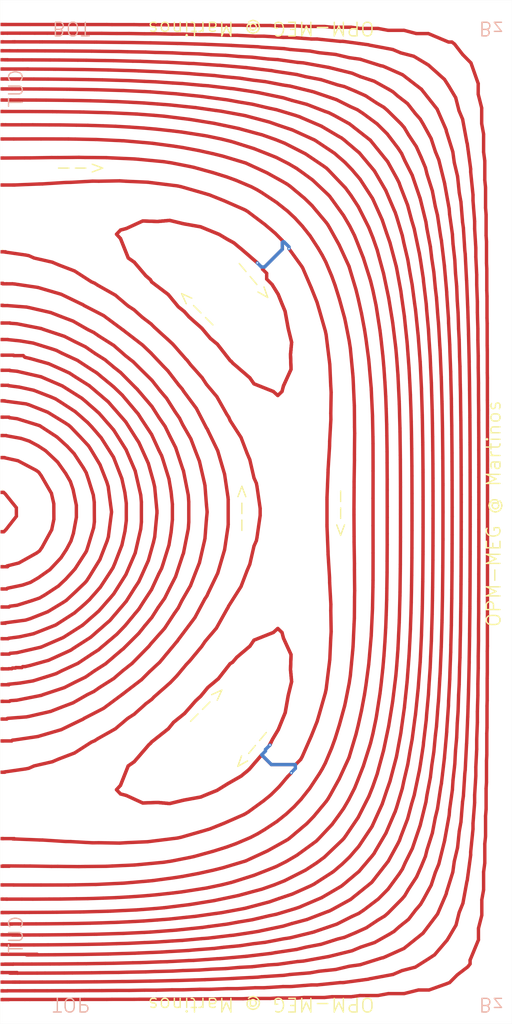
<source format=kicad_pcb>
(kicad_pcb (version 20221018) (generator pcbnew)
  (layers (0 "F.Cu" signal) (31 "B.Cu" signal) (34 "B.Paste" user) (35 "F.Paste" user) (36 "B.SilkS" user "B.Silkscreen") (37 "F.SilkS" user "F.Silkscreen") (38 "B.Mask" user) (39 "F.Mask" user) (44 "Edge.Cuts" user))
  (net 0 "")
  (net 1 "Net-(J1-Pin_1)")
  (footprint "Library:SolderWirePad_1x01_SMD_5x5mm" (layer "F.Cu") (at 3.25 1464.373272)
    (fp_text reference "J56")
    (fp_text value "J56")
  )
  (footprint "Library:SolderWirePad_1x01_SMD_5x5mm" (layer "F.Cu") (at 3.25 115.649133)
    (fp_text reference "J7")
    (fp_text value "J7")
  )
  (footprint "Library:SolderWirePad_1x01_SMD_5x5mm" (layer "F.Cu") (at 3.25 497.339098)
    (fp_text reference "J20")
    (fp_text value "J20")
  )
  (footprint "Library:SolderWirePad_1x01_SMD_5x5mm" (layer "F.Cu") (at 3.25 1438.758095)
    (fp_text reference "J54")
    (fp_text value "J54")
  )
  (footprint "Library:SolderWirePad_1x01_SMD_5x5mm" (layer "F.Cu") (at 3.25 935.666707)
    (fp_text reference "J34")
    (fp_text value "J34")
  )
  (footprint "Library:SolderWirePad_1x01_SMD_5x5mm" (layer "F.Cu") (at 3.25 912.969124)
    (fp_text reference "J33")
    (fp_text value "J33")
  )
  (footprint "Library:SolderWirePad_1x01_SMD_5x5mm" (layer "F.Cu") (at 3.25 1296.37654)
    (fp_text reference "J45")
    (fp_text value "J45")
  )
  (footprint "Library:SolderWirePad_1x01_SMD_5x5mm" (layer "F.Cu") (at 3.25 163.296738)
    (fp_text reference "J10")
    (fp_text value "J10")
  )
  (footprint "Library:SolderWirePad_1x01_SMD_5x5mm" (layer "F.Cu") (at 3.25 1369.480685)
    (fp_text reference "J49")
    (fp_text value "J49")
  )
  (footprint "Library:SolderWirePad_1x01_SMD_5x5mm" (layer "F.Cu") (at 3.25 958.23309)
    (fp_text reference "J35")
    (fp_text value "J35")
  )
  (footprint "Library:SolderWirePad_1x01_SMD_5x5mm" (layer "F.Cu") (at 3.25 1384.034762)
    (fp_text reference "J50")
    (fp_text value "J50")
  )
  (footprint "Library:SolderWirePad_1x01_SMD_5x5mm" (layer "F.Cu") (at 3.25 1269)
    (fp_text reference "J44")
    (fp_text value "J44")
  )
  (footprint "Library:SolderWirePad_1x01_SMD_5x5mm" (layer "F.Cu") (at 3.25 862.787199)
    (fp_text reference "J31")
    (fp_text value "J31")
  )
  (footprint "Library:SolderWirePad_1x01_SMD_5x5mm" (layer "F.Cu") (at 3.25 231.461253)
    (fp_text reference "J13")
    (fp_text value "J13")
  )
  (footprint "Library:SolderWirePad_1x01_SMD_5x5mm" (layer "F.Cu") (at 3.25 101.072427)
    (fp_text reference "J6")
    (fp_text value "J6")
  )
  (footprint "Library:SolderWirePad_1x01_SMD_5x5mm" (layer "F.Cu") (at 3.25 1085.440235)
    (fp_text reference "J40")
    (fp_text value "J40")
  )
  (footprint "Library:SolderWirePad_1x01_SMD_5x5mm" (layer "F.Cu") (at 3.25 1451.565684)
    (fp_text reference "J55")
    (fp_text value "J55")
  )
  (footprint "Library:SolderWirePad_1x01_SMD_5x5mm" (layer "F.Cu") (at 3.25 1353.76228)
    (fp_text reference "J48")
    (fp_text value "J48")
  )
  (footprint "Library:SolderWirePad_1x01_SMD_5x5mm" (layer "F.Cu") (at 3.25 1398.006677)
    (fp_text reference "J51")
    (fp_text value "J51")
  )
  (footprint "Library:SolderWirePad_1x01_SMD_5x5mm" (layer "F.Cu") (at 3.25 1053.411796)
    (fp_text reference "J39")
    (fp_text value "J39")
  )
  (footprint "Library:SolderWirePad_1x01_SMD_5x5mm" (layer "F.Cu") (at 3.25 87.515)
    (fp_text reference "J5")
    (fp_text value "J5")
  )
  (footprint "Library:SolderWirePad_1x01_SMD_5x5mm" (layer "F.Cu") (at 3.25 611.106415)
    (fp_text reference "J25")
    (fp_text value "J25")
  )
  (footprint "Library:SolderWirePad_1x01_SMD_5x5mm" (layer "F.Cu") (at 3.25 670.366786)
    (fp_text reference "J27")
    (fp_text value "J27")
  )
  (footprint "Library:SolderWirePad_1x01_SMD_5x5mm" (layer "F.Cu") (at 3.25 48.565597)
    (fp_text reference "J2")
    (fp_text value "J2")
  )
  (footprint "Library:SolderWirePad_1x01_SMD_5x5mm" (layer "F.Cu") (at 3.25 415.087466)
    (fp_text reference "J17")
    (fp_text value "J17")
  )
  (footprint "Library:SolderWirePad_1x01_SMD_5x5mm" (layer "F.Cu") (at 3.25 368.85)
    (fp_text reference "J16")
    (fp_text value "J16")
  )
  (footprint "Library:SolderWirePad_1x01_SMD_5x5mm" (layer "F.Cu") (at 3.25 830.223384)
    (fp_text reference "J30")
    (fp_text value "J30")
  )
  (footprint "Library:SolderWirePad_1x01_SMD_5x5mm" (layer "F.Cu") (at 3.25 587.175553)
    (fp_text reference "J24")
    (fp_text value "J24")
  )
  (footprint "Library:SolderWirePad_1x01_SMD_5x5mm" (layer "F.Cu") (at 3.25 130.23)
    (fp_text reference "J8")
    (fp_text value "J8")
  )
  (footprint "Library:SolderWirePad_1x01_SMD_5x5mm" (layer "F.Cu") (at 3.25 61.26)
    (fp_text reference "J3")
    (fp_text value "J3")
  )
  (footprint "Library:SolderWirePad_1x01_SMD_5x5mm" (layer "F.Cu") (at 3.27777 1336.928064)
    (fp_text reference "J47")
    (fp_text value "J47")
  )
  (footprint "Library:SolderWirePad_1x01_SMD_5x5mm" (layer "F.Cu") (at 3.25 564.446273)
    (fp_text reference "J23")
    (fp_text value "J23")
  )
  (footprint "Library:SolderWirePad_1x01_SMD_5x5mm" (layer "F.Cu") (at 3.25 721.288889)
    (fp_text reference "J28")
    (fp_text value "J28")
  )
  (footprint "Library:SolderWirePad_1x01_SMD_5x5mm" (layer "F.Cu") (at 3.25 542.409727)
    (fp_text reference "J22")
    (fp_text value "J22")
  )
  (footprint "Library:SolderWirePad_1x01_SMD_5x5mm" (layer "F.Cu") (at 3.25 889.195702)
    (fp_text reference "J32")
    (fp_text value "J32")
  )
  (footprint "Library:SolderWirePad_1x01_SMD_5x5mm" (layer "F.Cu") (at 3.25 1027.460455)
    (fp_text reference "J38")
    (fp_text value "J38")
  )
  (footprint "Library:SolderWirePad_1x01_SMD_5x5mm" (layer "F.Cu") (at 3.25 979.854834)
    (fp_text reference "J36")
    (fp_text value "J36")
  )
  (footprint "Library:SolderWirePad_1x01_SMD_5x5mm" (layer "F.Cu") (at 3.25 778.968895)
    (fp_text reference "J29")
    (fp_text value "J29")
  )
  (footprint "Library:SolderWirePad_1x01_SMD_5x5mm" (layer "F.Cu") (at 3.25 203.541365)
    (fp_text reference "J12")
    (fp_text value "J12")
  )
  (footprint "Library:SolderWirePad_1x01_SMD_5x5mm" (layer "F.Cu") (at 3.25 1317.152037)
    (fp_text reference "J46")
    (fp_text value "J46")
  )
  (footprint "Library:SolderWirePad_1x01_SMD_5x5mm" (layer "F.Cu") (at 3.25 1228.54423)
    (fp_text reference "J43")
    (fp_text value "J43")
  )
  (footprint "Library:SolderWirePad_1x01_SMD_5x5mm" (layer "F.Cu") (at 3.25 1003.109754)
    (fp_text reference "J37")
    (fp_text value "J37")
  )
  (footprint "Library:SolderWirePad_1x01_SMD_5x5mm" (layer "F.Cu") (at 3.25 146.519945)
    (fp_text reference "J9")
    (fp_text value "J9")
  )
  (footprint "Library:SolderWirePad_1x01_SMD_5x5mm" (layer "F.Cu") (at 3.25 1412.560755)
    (fp_text reference "J52")
    (fp_text value "J52")
  )
  (footprint "Library:SolderWirePad_1x01_SMD_5x5mm" (layer "F.Cu") (at 3.25 74.32)
    (fp_text reference "J4")
    (fp_text value "J4")
  )
  (footprint "Library:SolderWirePad_1x01_SMD_5x5mm" (layer "F.Cu") (at 3.25 638.060123)
    (fp_text reference "J26")
    (fp_text value "J26")
  )
  (footprint "Library:SolderWirePad_1x01_SMD_5x5mm" (layer "F.Cu") (at 3.25 270.99232)
    (fp_text reference "J14")
    (fp_text value "J14")
  )
  (footprint "Library:SolderWirePad_1x01_SMD_5x5mm" (layer "F.Cu") (at 3.25 473.171446)
    (fp_text reference "J19")
    (fp_text value "J19")
  )
  (footprint "Library:SolderWirePad_1x01_SMD_5x5mm" (layer "F.Cu") (at 3.25 182.782671)
    (fp_text reference "J11")
    (fp_text value "J11")
  )
  (footprint "Library:SolderWirePad_1x01_SMD_5x5mm" (layer "F.Cu") (at 3.25 1131.252308)
    (fp_text reference "J41")
    (fp_text value "J41")
  )
  (footprint "Library:SolderWirePad_1x01_SMD_5x5mm" (layer "F.Cu") (at 3.25 520.282497)
    (fp_text reference "J21")
    (fp_text value "J21")
  )
  (footprint "Library:SolderWirePad_1x01_SMD_5x5mm" (layer "F.Cu") (at 3.25 35.8)
    (fp_text reference "J1")
    (fp_text value "J1")
  )
  (footprint "Library:SolderWirePad_1x01_SMD_5x5mm" (layer "F.Cu") (at 3.25 447.280773)
    (fp_text reference "J18")
    (fp_text value "J18")
  )
  (footprint "Library:SolderWirePad_1x01_SMD_5x5mm" (layer "F.Cu") (at 3.25 1424.78618)
    (fp_text reference "J53")
    (fp_text value "J53")
  )
  (gr_rect locked (start 0 0) (end 750 1500) (stroke (width 0.1)) (fill none) (layer "Edge.Cuts"))
  (gr_text "Bz" (at 700 30 180) (layer "B.SilkS") (effects (font (size 20 20) (thickness 2)) (justify left bottom mirror)))
  (gr_text "TOP" (at 75 1460 180) (layer "B.SilkS") (effects (font (size 20 20) (thickness 2)) (justify left bottom mirror)))
  (gr_text "CUT" (at 35 100 90) (layer "B.SilkS") (effects (font (size 20 20) (thickness 2)) (justify left bottom mirror)))
  (gr_text "BOT" (at 75 30 180) (layer "B.SilkS") (effects (font (size 20 20) (thickness 2)) (justify left bottom mirror)))
  (gr_text "Bz" (at 700 1460 180) (layer "B.SilkS") (effects (font (size 20 20) (thickness 2)) (justify left bottom mirror)))
  (gr_text "CUT" (at 35 1340 90) (layer "B.SilkS") (effects (font (size 20 20) (thickness 2)) (justify left bottom mirror)))
  (gr_text "OPM-MEG @ Martinos" (at 550 30 180) (layer "F.SilkS") (effects (font (size 20 20) (thickness 2)) (justify left bottom)))
  (gr_text "-->" (at 386.111022 1061.899408 -130) (layer "F.SilkS") (effects (font (size 20 20) (thickness 2)) (justify left bottom)))
  (gr_text "-->" (at 282.020257 1068.18677 45) (layer "F.SilkS") (effects (font (size 20 20) (thickness 2)) (justify left bottom)))
  (gr_text "-->" (at 79.553056 256.365405) (layer "F.SilkS") (effects (font (size 20 20) (thickness 2)) (justify left bottom)))
  (gr_text "-->" (at 488.804595 713.300136 -90) (layer "F.SilkS") (effects (font (size 20 20) (thickness 2)) (justify left bottom)))
  (gr_text "-->" (at 338.798691 387.986917 -50) (layer "F.SilkS") (effects (font (size 20 20) (thickness 2)) (justify left bottom)))
  (gr_text "OPM-MEG @ Martinos" (at 735 920 90) (layer "F.SilkS") (effects (font (size 20 20) (thickness 2)) (justify left bottom)))
  (gr_text "-->" (at 364.454554 783.159709 90) (layer "F.SilkS") (effects (font (size 20 20) (thickness 2)) (justify left bottom)))
  (gr_text "-->" (at 323.289818 472.982614 135) (layer "F.SilkS") (effects (font (size 20 20) (thickness 2)) (justify left bottom)))
  (gr_text "OPM-MEG @ Martinos" (at 550 1460 180) (layer "F.SilkS") (effects (font (size 20 20) (thickness 2)) (justify left bottom)))
  (segment (start 44.58 525.2585) (end 71.22 532.73) (width 5) (layer "F.Cu") (net 1))
  (segment (start 566.17 421.1927) (end 569.38 436.52) (width 5) (layer "F.Cu") (net 1))
  (segment (start 7.606323 1130.720734) (end 5.18 1131.07) (width 5) (layer "F.Cu") (net 1))
  (segment (start 527.3 41.5753) (end 553.45 41.58) (width 5) (layer "F.Cu") (net 1))
  (segment (start 614.27 1129.2937) (end 613.75 1131.54) (width 5) (layer "F.Cu") (net 1))
  (segment (start 254.22 1058.1728) (end 270.35 1045.17) (width 5) (layer "F.Cu") (net 1))
  (segment (start 13.711321 1269) (end 14.12621 1268.585111) (width 5) (layer "F.Cu") (net 1))
  (segment (start 6.64 87.6373) (end 11.289699 87.64298) (width 5) (layer "F.Cu") (net 1))
  (segment (start 116.42 1464.1153) (end 83.72 1464.12) (width 5) (layer "F.Cu") (net 1))
  (segment (start 100.7 622.9774) (end 103.78 625.68) (width 5) (layer "F.Cu") (net 1))
  (segment (start 17.242405 979.614076) (end 12.774451 979.614076) (width 5) (layer "F.Cu") (net 1))
  (segment (start 607.42 444.8862) (end 608.71 453.96) (width 5) (layer "F.Cu") (net 1))
  (segment (start 11.233298 497.339098) (end 11.39 497.4958) (width 5) (layer "F.Cu") (net 1))
  (segment (start 13.081672 1464.151037) (end 3.65 1464.15) (width 5) (layer "F.Cu") (net 1))
  (segment (start 3.25 1424.78618) (end 24.94618 1424.78618) (width 5) (layer "F.Cu") (net 1))
  (segment (start 661.18 583.9318) (end 661.32 595.93) (width 5) (layer "F.Cu") (net 1))
  (segment (start 686.4 1010.6067) (end 685.65 1034.85) (width 5) (layer "F.Cu") (net 1))
  (segment (start 701.2 618.8288) (end 701.35 640.92) (width 5) (layer "F.Cu") (net 1))
  (segment (start 700.89 1376.8537) (end 688.64 1406.47) (width 5) (layer "F.Cu") (net 1))
  (segment (start 598.45 1346.8317) (end 585.3 1357.29) (width 5) (layer "F.Cu") (net 1))
  (segment (start 355.96 366.8591) (end 377.14 385.19) (width 5) (layer "F.Cu") (net 1))
  (segment (start 714.12 866.4161) (end 714.07 873.78) (width 5) (layer "F.Cu") (net 1))
  (segment (start 513.44 1317.6982) (end 486.23 1332.68) (width 5) (layer "F.Cu") (net 1))
  (segment (start 11.39 497.4958) (end 29.73 499.41) (width 5) (layer "F.Cu") (net 1))
  (segment (start 588.85 1421.9326) (end 575.65 1427.56) (width 5) (layer "F.Cu") (net 1))
  (segment (start 166.84 671.238) (end 178.44 701.09) (width 5) (layer "F.Cu") (net 1))
  (segment (start 213.6 403.9711) (end 196.64 384.04) (width 5) (layer "F.Cu") (net 1))
  (segment (start 615.51 969.8921) (end 615.47 970.44) (width 5) (layer "F.Cu") (net 1))
  (segment (start 373.73 1447.0313) (end 347.51 1448.33) (width 5) (layer "F.Cu") (net 1))
  (segment (start 700.57 961.5841) (end 700.57 978.72) (width 5) (layer "F.Cu") (net 1))
  (segment (start 181.35 1015.5366) (end 179.77 1016.89) (width 5) (layer "F.Cu") (net 1))
  (segment (start 701.46 739.0643) (end 701.46 760.94) (width 5) (layer "F.Cu") (net 1))
  (segment (start 457 301.0818) (end 477.95 326.01) (width 5) (layer "F.Cu") (net 1))
  (segment (start 567.22 757.9835) (end 567.19 782.03) (width 5) (layer "F.Cu") (net 1))
  (segment (start 36.510964 523.4146) (end 34.017794 520.92143) (width 5) (layer "F.Cu") (net 1))
  (segment (start 244.08 36.3206) (end 276.28 36.32) (width 5) (layer "F.Cu") (net 1))
  (segment (start 480.37 248.3365) (end 506 275.17) (width 5) (layer "F.Cu") (net 1))
  (segment (start 319.9 994.2506) (end 337.07 972.26) (width 5) (layer "F.Cu") (net 1))
  (segment (start 347.52 51.6713) (end 373.73 52.97) (width 5) (layer "F.Cu") (net 1))
  (segment (start 504.13 205.0021) (end 526.49 224.02) (width 5) (layer "F.Cu") (net 1))
  (segment (start 392.99 1274.109) (end 372.21 1282.26) (width 5) (layer "F.Cu") (net 1))
  (segment (start 32.03 1317.1919) (end 10.382877 1317.217192) (width 5) (layer "F.Cu") (net 1))
  (segment (start 680.93 367.0214) (end 681.5 372.12) (width 5) (layer "F.Cu") (net 1))
  (segment (start 222.23 413.0774) (end 220.29 409.73) (width 5) (layer "F.Cu") (net 1))
  (segment (start 279.59 642.9904) (end 286.28 660.71) (width 5) (layer "F.Cu") (net 1))
  (segment (start 519.36 625.3598) (end 519.54 634.57) (width 5) (layer "F.Cu") (net 1))
  (segment (start 239.11 236.734) (end 241.07 237) (width 5) (layer "F.Cu") (net 1))
  (segment (start 210.88 1312.4234) (end 190.22 1313.85) (width 5) (layer "F.Cu") (net 1))
  (segment (start 132.32 147.5774) (end 148.12 148) (width 5) (layer "F.Cu") (net 1))
  (segment (start 562.51 157.2777) (end 567.16 161.3) (width 5) (layer "F.Cu") (net 1))
  (segment (start 48.52 502.552) (end 76.58 511.28) (width 5) (layer "F.Cu") (net 1))
  (segment (start 175.24 264.9044) (end 184.68 265.49) (width 5) (layer "F.Cu") (net 1))
  (segment (start 675.57 804.2517) (end 675.52 815.86) (width 5) (layer "F.Cu") (net 1))
  (segment (start 486.27 1460.1617) (end 475.05 1461.3) (width 5) (layer "F.Cu") (net 1))
  (segment (start 256.54 603.308) (end 262.95 612.52) (width 5) (layer "F.Cu") (net 1))
  (segment (start 339.04 66.4257) (end 341.56 66.65) (width 5) (layer "F.Cu") (net 1))
  (segment (start 699.31 1058.049) (end 698.33 1082.96) (width 5) (layer "F.Cu") (net 1))
  (segment (start 75.58 1269.2158) (end 44.23 1268.74) (width 5) (layer "F.Cu") (net 1))
  (segment (start 3.25 1269) (end 13.711321 1269) (width 5) (layer "F.Cu") (net 1))
  (segment (start 701.35 841.0572) (end 701.35 859.08) (width 5) (layer "F.Cu") (net 1))
  (segment (start 32.99 857.0794) (end 10.99 861.7) (width 5) (layer "F.Cu") (net 1))
  (segment (start 443.13 331.5183) (end 454.24 345.49) (width 5) (layer "F.Cu") (net 1))
  (segment (start 477.35 383.9662) (end 485.94 404.39) (width 5) (layer "F.Cu") (net 1))
  (segment (start 170.63 1156.892) (end 176.46 1150.5) (width 5) (layer "F.Cu") (net 1))
  (segment (start 3.25 611.106415) (end 13.156715 611.106415) (width 5) (layer "F.Cu") (net 1))
  (segment (start 545.71 890.4234) (end 543.89 928.76) (width 5) (layer "F.Cu") (net 1))
  (segment (start 220.29 409.7282) (end 213.6 403.97) (width 5) (layer "F.Cu") (net 1))
  (segment (start 196.64 384.0404) (end 187.89 377.95) (width 5) (layer "F.Cu") (net 1))
  (segment (start 141.63 61.6731) (end 178.83 62.09) (width 5) (layer "F.Cu") (net 1))
  (segment (start 464.55 1292.2484) (end 459.89 1295.29) (width 5) (layer "F.Cu") (net 1))
  (segment (start 60.67 481.3932) (end 63.48 482.49) (width 5) (layer "F.Cu") (net 1))
  (segment (start 467.71 77.2133) (end 491.53 79.7) (width 5) (layer "F.Cu") (net 1))
  (segment (start 546.42 850.1522) (end 546.27 860.08) (width 5) (layer "F.Cu") (net 1))
  (segment (start 644.74 986.6796) (end 644.25 993.94) (width 5) (layer "F.Cu") (net 1))
  (segment (start 166.56 993.9878) (end 146.12 1006.94) (width 5) (layer "F.Cu") (net 1))
  (segment (start 365.24 1126.8005) (end 361.46 1130.15) (width 5) (layer "F.Cu") (net 1))
  (segment (start 606.22 82.4004) (end 625.5 93.98) (width 5) (layer "F.Cu") (net 1))
  (segment (start 184.95 1165.2901) (end 176.57 1163.09) (width 5) (layer "F.Cu") (net 1))
  (segment (start 10.913503 48.565597) (end 10.94 48.5391) (width 5) (layer "F.Cu") (net 1))
  (segment (start 525.7 1239.7008) (end 512.06 1255.47) (width 5) (layer "F.Cu") (net 1))
  (segment (start 710.16 263.7288) (end 711.3 274.95) (width 5) (layer "F.Cu") (net 1))
  (segment (start 513 508.9326) (end 513.26 510.88) (width 5) (layer "F.Cu") (net 1))
  (segment (start 536.31 1174.5975) (end 524.74 1197.42) (width 5) (layer "F.Cu") (net 1))
  (segment (start 162.97 746.9165) (end 163.35 749.78) (width 5) (layer "F.Cu") (net 1))
  (segment (start 3.25 958.23309) (end 13.54691 958.23309) (width 5) (layer "F.Cu") (net 1))
  (segment (start 292.18 824.2085) (end 285.95 840.08) (width 5) (layer "F.Cu") (net 1))
  (segment (start 586.32 272.6527) (end 597.13 300.5) (width 5) (layer "F.Cu") (net 1))
  (segment (start 300.51 1435.1357) (end 299.93 1435.18) (width 5) (layer "F.Cu") (net 1))
  (segment (start 300.53 939.5013) (end 295.38 947.14) (width 5) (layer "F.Cu") (net 1))
  (segment (start 444.41 92.0412) (end 479.91 98.45) (width 5) (layer "F.Cu") (net 1))
  (segment (start 103.7 1232.8997) (end 96.51 1232.78) (width 5) (layer "F.Cu") (net 1))
  (segment (start 395.452677 1091.342852) (end 393.85 1093) (width 5) (layer "F.Cu") (net 1))
  (segment (start 176.59 336.9518) (end 184.92 334.76) (width 5) (layer "F.Cu") (net 1))
  (segment (start 333.27 350.6625) (end 342.33 355.56) (width 5) (layer "F.Cu") (net 1))
  (segment (start 543.77 931.5651) (end 540.71 966.96) (width 5) (layer "F.Cu") (net 1))
  (segment (start 464.48 1442.9065) (end 456.15 1442.91) (width 5) (layer "F.Cu") (net 1))
  (segment (start 675.64 735.7408) (end 675.64 764.26) (width 5) (layer "F.Cu") (net 1))
  (segment (start 166.58 630.059) (end 184.67 658.78) (width 5) (layer "F.Cu") (net 1))
  (segment (start 347.51 1448.3274) (end 332.96 1448.33) (width 5) (layer "F.Cu") (net 1))
  (segment (start 184.18 618.0289) (end 200.31 643.46) (width 5) (layer "F.Cu") (net 1))
  (segment (start 299.91 877.6704) (end 285.46 904.73) (width 5) (layer "F.Cu") (net 1))
  (segment (start 55.078271 1398.789915) (end 41.15 1398.86) (width 5) (layer "F.Cu") (net 1))
  (segment (start 618.65 888.5565) (end 618.59 891.61) (width 5) (layer "F.Cu") (net 1))
  (segment (start 688.33 611.4369) (end 688.58 648.25) (width 5) (layer "F.Cu") (net 1))
  (segment (start 107.03 717.1942) (end 111.8 740.23) (width 5) (layer "F.Cu") (net 1))
  (segment (start 701.2 600.9768) (end 701.2 618.83) (width 5) (layer "F.Cu") (net 1))
  (segment (start 101.77 546.5072) (end 110.32 552.11) (width 5) (layer "F.Cu") (net 1))
  (segment (start 390.624159 408.738559) (end 398.44 416.5544) (width 5) (layer "F.Cu") (net 1))
  (segment (start 662.33 783.4131) (end 662.3 796.63) (width 5) (layer "F.Cu") (net 1))
  (segment (start 432.901752 1120.143552) (end 397.521352 1120.143552) (width 5) (layer "F.Cu") (net 1))
  (segment (start 519.19 834.5128) (end 519.54 865.43) (width 5) (layer "F.Cu") (net 1))
  (segment (start 684.46 210.3084) (end 685.65 218.96) (width 5) (layer "F.Cu") (net 1))
  (segment (start 661.18 916.0688) (end 660.42 944.62) (width 5) (layer "F.Cu") (net 1))
  (segment (start 332.3 607.0851) (end 335.01 611.16) (width 5) (layer "F.Cu") (net 1))
  (segment (start 107.02 470.3903) (end 129 482.98) (width 5) (layer "F.Cu") (net 1))
  (segment (start 324.65 1296.2733) (end 302.83 1300.84) (width 5) (layer "F.Cu") (net 1))
  (segment (start 540.39 1166.5779) (end 536.31 1174.6) (width 5) (layer "F.Cu") (net 1))
  (segment (start 421.14201 1138.0869) (end 421.14201 1137.918009) (width 5) (layer "F.Cu") (net 1))
  (segment (start 101.75 61.4234) (end 138.56 61.67) (width 5) (layer "F.Cu") (net 1))
  (segment (start 52.84 146.5812) (end 67.29 146.65) (width 5) (layer "F.Cu") (net 1))
  (segment (start 80.02 916.2108) (end 48.92 928.45) (width 5) (layer "F.Cu") (net 1))
  (segment (start 113.35 527.8737) (end 132.07 540.14) (width 5) (layer "F.Cu") (net 1))
  (segment (start 205.55 1410.2356) (end 194.62 1410.42) (width 5) (layer "F.Cu") (net 1))
  (segment (start 124.64 230.6369) (end 155.71 230.91) (width 5) (layer "F.Cu") (net 1))
  (segment (start 268.13 78.19) (end 291.83 78.94) (width 5) (layer "F.Cu") (net 1))
  (segment (start 603.42 802.8346) (end 603.35 817.29) (width 5) (layer "F.Cu") (net 1))
  (segment (start 662.3 796.6301) (end 662.18 823.52) (width 5) (layer "F.Cu") (net 1))
  (segment (start 695.3 1175.8302) (end 692.91 1206.15) (width 5) (layer "F.Cu") (net 1))
  (segment (start 560.88 978.5436) (end 558.18 1003.34) (width 5) (layer "F.Cu") (net 1))
  (segment (start 217.25 678.8009) (end 224.72 705.41) (width 5) (layer "F.Cu") (net 1))
  (segment (start 689.87 92.1028) (end 691.47 96.53) (width 5) (layer "F.Cu") (net 1))
  (segment (start 117.29 1335.9853) (end 83.1 1336.42) (width 5) (layer "F.Cu") (net 1))
  (segment (start 598.2 1303.124) (end 592.75 1312.45) (width 5) (layer "F.Cu") (net 1))
  (segment (start 407.68 1068.8353) (end 399.44 1082.61) (width 5) (layer "F.Cu") (net 1))
  (segment (start 586.42 833.098) (end 585.98 867.29) (width 5) (layer "F.Cu") (net 1))
  (segment (start 625.5 93.9751) (end 627.82 95.43) (width 5) (layer "F.Cu") (net 1))
  (segment (start 123.78 35.9346) (end 156.42 35.93) (width 5) (layer "F.Cu") (net 1))
  (segment (start 244.08 1463.6792) (end 236.35 1463.86) (width 5) (layer "F.Cu") (net 1))
  (segment (start 701.35 658.9427) (end 701.43 680.9) (width 5) (layer "F.Cu") (net 1))
  (segment (start 439.04 171.1212) (end 442.21 172.56) (width 5) (layer "F.Cu") (net 1))
  (segment (start 88.14 1317.0457) (end 71.99 1317.08) (width 5) (layer "F.Cu") (net 1))
  (segment (start 662.13 663.4414) (end 662.18 676.48) (width 5) (layer "F.Cu") (net 1))
  (segment (start 711.3 274.9494) (end 711.3 304.41) (width 5) (layer "F.Cu") (net 1))
  (segment (start 427.3 1284.9593) (end 416.83 1290.24) (width 5) (layer "F.Cu") (net 1))
  (segment (start 259.5 272.237) (end 260.72 272.48) (width 5) (layer "F.Cu") (net 1))
  (segment (start 657.96 305.5888) (end 658.65 314.2) (width 5) (layer "F.Cu") (net 1))
  (segment (start 619.28 648.0259) (end 619.32 651.86) (width 5) (layer "F.Cu") (net 1))
  (segment (start 614.9 289.0678) (end 615.29 290.07) (width 5) (layer "F.Cu") (net 1))
  (segment (start 132.53 657.5109) (end 146.49 680.78) (width 5) (layer "F.Cu") (net 1))
  (segment (start 94.19 74.5866) (end 106.02 74.7) (width 5) (layer "F.Cu") (net 1))
  (segment (start 83.72 1464.1153) (end 76.4 1464.14) (width 5) (layer "F.Cu") (net 1))
  (segment (start 520.51 1366.4699) (end 504.5 1373.2) (width 5) (layer "F.Cu") (net 1))
  (segment (start 529.6 459.3689) (end 533.98 482.76) (width 5) (layer "F.Cu") (net 1))
  (segment (start 713.86 953.954) (end 713.86 986.35) (width 5) (layer "F.Cu") (net 1))
  (segment (start 408.82 1316.2542) (end 394.6 1321.23) (width 5) (layer "F.Cu") (net 1))
  (segment (start 519.54 865.4264) (end 519.36 874.64) (width 5) (layer "F.Cu") (net 1))
  (segment (start 565.11 278.942) (end 577.28 307.48) (width 5) (layer "F.Cu") (net 1))
  (segment (start 620.46 1087.6533) (end 620 1092.55) (width 5) (layer "F.Cu") (net 1))
  (segment (start 653.48 190.0029) (end 653.88 192.13) (width 5) (layer "F.Cu") (net 1))
  (segment (start 615.96 538.6816) (end 617.4 569.05) (width 5) (layer "F.Cu") (net 1))
  (segment (start 62.15 1369.6312) (end 57.92 1369.65) (width 5) (layer "F.Cu") (net 1))
  (segment (start 173.76 1424.5803) (end 146.28 1424.9) (width 5) (layer "F.Cu") (net 1))
  (segment (start 465.89 363.3401) (end 472.03 373.74) (width 5) (layer "F.Cu") (net 1))
  (segment (start 712.1 1185.4805) (end 711.3 1195.59) (width 5) (layer "F.Cu") (net 1))
  (segment (start 379.29 1364.2657) (end 369.09 1365.96) (width 5) (layer "F.Cu") (net 1))
  (segment (start 602.91 642.433) (end 603.1 657.32) (width 5) (layer "F.Cu") (net 1))
  (segment (start 557.85 96.2602) (end 560.92 96.84) (width 5) (layer "F.Cu") (net 1))
  (segment (start 328.81 1316.1748) (end 313.48 1319.38) (width 5) (layer "F.Cu") (net 1))
  (segment (start 405.1 37.9012) (end 435.48 37.9) (width 5) (layer "F.Cu") (net 1))
  (segment (start 475.9 163.0725) (end 481.54 164.99) (width 5) (layer "F.Cu") (net 1))
  (segment (start 66.76 660.2781) (end 84.34 676.87) (width 5) (layer "F.Cu") (net 1))
  (segment (start 187.77 1122.0467) (end 196.61 1115.9) (width 5) (layer "F.Cu") (net 1))
  (segment (start 285.95 840.0834) (end 279.05 858.01) (width 5) (layer "F.Cu") (net 1))
  (segment (start 591.58 1144.2711) (end 589.33 1155) (width 5) (layer "F.Cu") (net 1))
  (segment (start 60.66 1018.5896) (end 59.23 1018.92) (width 5) (layer "F.Cu") (net 1))
  (segment (start 33.41 87.6725) (end 46.63 87.69) (width 5) (layer "F.Cu") (net 1))
  (segment (start 345.62 264.0415) (end 368.3 273.64) (width 5) (layer "F.Cu") (net 1))
  (segment (start 591.86 1455.6094) (end 568.94 1455.61) (width 5) (layer "F.Cu") (net 1))
  (segment (start 474.73 243.7173) (end 478.13 246.22) (width 5) (layer "F.Cu") (net 1))
  (segment (start 362.25 1400.8093) (end 360.37 1401.02) (width 5) (layer "F.Cu") (net 1))
  (segment (start 619.32 848.1416) (end 619.28 851.97) (width 5) (layer "F.Cu") (net 1))
  (segment (start 283.96 1254.8654) (end 277.25 1256.3) (width 5) (layer "F.Cu") (net 1))
  (segment (start 21.9 416.0882) (end 55.32 421.02) (width 5) (layer "F.Cu") (net 1))
  (segment (start 639.43 1063.6846) (end 637.75 1077.72) (width 5) (layer "F.Cu") (net 1))
  (segment (start 304.35 1007.2556) (end 319.9 994.25) (width 5) (layer "F.Cu") (net 1))
  (segment (start 297.04 1301.7866) (end 266.11 1306.6) (width 5) (layer "F.Cu") (net 1))
  (segment (start 677.59 325.0737) (end 678.79 333.65) (width 5) (layer "F.Cu") (net 1))
  (segment (start 714.15 753.6452) (end 714.15 786.38) (width 5) (layer "F.Cu") (net 1))
  (segment (start 12.533693 979.854834) (end 3.25 979.854834) (width 5) (layer "F.Cu") (net 1))
  (segment (start 449.51 152.8572) (end 475.9 163.07) (width 5) (layer "F.Cu") (net 1))
  (segment (start 232.55 840.714) (end 221.92 863.73) (width 5) (layer "F.Cu") (net 1))
  (segment (start 428.19 190.2553) (end 458.49 204.03) (width 5) (layer "F.Cu") (net 1))
  (segment (start 606.73 335.0104) (end 613.73 368.46) (width 5) (layer "F.Cu") (net 1))
  (segment (start 176.57 1163.0894) (end 170.63 1156.89) (width 5) (layer "F.Cu") (net 1))
  (segment (start 449.5 1347.1213) (end 427.81 1352.88) (width 5) (layer "F.Cu") (net 1))
  (segment (start 663.61 1142.926) (end 662.7 1157.11) (width 5) (layer "F.Cu") (net 1))
  (segment (start 304.35 1007.2556) (end 319.9 994.25) (width 5) (layer "F.Cu") (net 1))
  (segment (start 414.85 124.5693) (end 424.87 126.06) (width 5) (layer "F.Cu") (net 1))
  (segment (start 187.67 448.2308) (end 196.03 453.6) (width 5) (layer "F.Cu") (net 1))
  (segment (start 81.3 101.3505) (end 118.62 101.74) (width 5) (layer "F.Cu") (net 1))
  (segment (start 688.71 688.2033) (end 688.71 691.71) (width 5) (layer "F.Cu") (net 1))
  (segment (start 180.95 1367.4038) (end 179.27 1367.45) (width 5) (layer "F.Cu") (net 1))
  (segment (start 42.03 1125.5391) (end 37.52 1126.41) (width 5) (layer "F.Cu") (net 1))
  (segment (start 377.88 1431.4966) (end 341.56 1433.35) (width 5) (layer "F.Cu") (net 1))
  (segment (start 520.65 133.5929) (end 535.51 140.22) (width 5) (layer "F.Cu") (net 1))
  (segment (start 224.72 705.4083) (end 226.57 713.47) (width 5) (layer "F.Cu") (net 1))
  (segment (start 700.04 481.5587) (end 700.04 498.08) (width 5) (layer "F.Cu") (net 1))
  (segment (start 41.081027 101.072427) (end 41.15 101.1414) (width 5) (layer "F.Cu") (net 1))
  (segment (start 713.68 994.0843) (end 713.68 1026.28) (width 5) (layer "F.Cu") (net 1))
  (segment (start 29.73 499.4141) (end 48.52 502.55) (width 5) (layer "F.Cu") (net 1))
  (segment (start 176.48 349.45) (end 170.69 343.11) (width 5) (layer "F.Cu") (net 1))
  (segment (start 333.58 1148.1413) (end 317.93 1157.86) (width 5) (layer "F.Cu") (net 1))
  (segment (start 156.86 792.5082) (end 146.29 819.68) (width 5) (layer "F.Cu") (net 1))
  (segment (start 228.3 119.8503) (end 253 121.53) (width 5) (layer "F.Cu") (net 1))
  (segment (start 30.56 1384.3178) (end 14.650277 1384.342068) (width 5) (layer "F.Cu") (net 1))
  (segment (start 589 1316.8119) (end 568.18 1337.85) (width 5) (layer "F.Cu") (net 1))
  (segment (start 194.62 89.5755) (end 205.55 89.76) (width 5) (layer "F.Cu") (net 1))
  (segment (start 698.33 402.4852) (end 698.33 417.04) (width 5) (layer "F.Cu") (net 1))
  (segment (start 268.13 1421.8084) (end 252.7 1422.63) (width 5) (layer "F.Cu") (net 1))
  (segment (start 524.73 1062.5808) (end 521.42 1075.96) (width 5) (layer "F.Cu") (net 1))
  (segment (start 196.64 384.0404) (end 187.89 377.95) (width 5) (layer "F.Cu") (net 1))
  (segment (start 276.91 464.228) (end 270.02 456.4) (width 5) (layer "F.Cu") (net 1))
  (segment (start 368.3 273.6444) (end 376.48 277.92) (width 5) (layer "F.Cu") (net 1))
  (segment (start 493.06 146.0289) (end 512.85 155.97) (width 5) (layer "F.Cu") (net 1))
  (segment (start 83.1 163.5817) (end 117.29 164.01) (width 5) (layer "F.Cu") (net 1))
  (segment (start 663.34 222.4431) (end 665.49 238.07) (width 5) (layer "F.Cu") (net 1))
  (segment (start 18.190152 978.666329) (end 17.242405 979.614076) (width 5) (layer "F.Cu") (net 1))
  (segment (start 513.26 510.8838) (end 516.66 546.85) (width 5) (layer "F.Cu") (net 1))
  (segment (start 592.07 186.6374) (end 598.78 197.98) (width 5) (layer "F.Cu") (net 1))
  (segment (start 267.54 813.4453) (end 257.18 844.72) (width 5) (layer "F.Cu") (net 1))
  (segment (start 243.94 105.7532) (end 275.39 107.55) (width 5) (layer "F.Cu") (net 1))
  (segment (start 575.36 72.4822) (end 587.05 77.39) (width 5) (layer "F.Cu") (net 1))
  (segment (start 332.67 892.0475) (end 316.91 920.26) (width 5) (layer "F.Cu") (net 1))
  (segment (start 341.23 532.1635) (end 338.49 529.11) (width 5) (layer "F.Cu") (net 1))
  (segment (start 467.71 1422.7881) (end 454.32 1425.2) (width 5) (layer "F.Cu") (net 1))
  (segment (start 644.74 513.322) (end 646.15 547.19) (width 5) (layer "F.Cu") (net 1))
  (segment (start 546.42 649.8477) (end 546.42 650.01) (width 5) (layer "F.Cu") (net 1))
  (segment (start 248.9 1346.3304) (end 230.63 1347.72) (width 5) (layer "F.Cu") (net 1))
  (segment (start 3.25 203.541365) (end 19.903365 203.541365) (width 5) (layer "F.Cu") (net 1))
  (segment (start 248.93 639.2561) (end 257.32 655.78) (width 5) (layer "F.Cu") (net 1))
  (segment (start 637.75 1077.7216) (end 635.51 1101.46) (width 5) (layer "F.Cu") (net 1))
  (segment (start 479.86 1335.4551) (end 449.5 1347.12) (width 5) (layer "F.Cu") (net 1))
  (segment (start 567.21 798.0147) (end 567.08 821.99) (width 5) (layer "F.Cu") (net 1))
  (segment (start 425.57 519.1207) (end 426.31 541) (width 5) (layer "F.Cu") (net 1))
  (segment (start 584.93 907.922) (end 584.78 912.22) (width 5) (layer "F.Cu") (net 1))
  (segment (start 219.21 1437.289) (end 181.42 1437.91) (width 5) (layer "F.Cu") (net 1))
  (segment (start 475.05 38.6979) (end 486.27 39.84) (width 5) (layer "F.Cu") (net 1))
  (segment (start 9.015439 163.296738) (end 9.033157 163.314456) (width 5) (layer "F.Cu") (net 1))
  (segment (start 427.17 501.4683) (end 425.57 519.12) (width 5) (layer "F.Cu") (net 1))
  (segment (start 261.04 937.2266) (end 259.8 939.12) (width 5) (layer "F.Cu") (net 1))
  (segment (start 252.7 77.3709) (end 268.13 78.19) (width 5) (layer "F.Cu") (net 1))
  (segment (start 648.21 628.4232) (end 648.26 631.38) (width 5) (layer "F.Cu") (net 1))
  (segment (start 284.25 1463.435) (end 276.28 1463.68) (width 5) (layer "F.Cu") (net 1))
  (segment (start 261.16 890.5094) (end 255.46 898.6) (width 5) (layer "F.Cu") (net 1))
  (segment (start 13.156715 611.106415) (end 13.95 611.8997) (width 5) (layer "F.Cu") (net 1))
  (segment (start 360.09 1261.143) (end 359.3 1261.43) (width 5) (layer "F.Cu") (net 1))
  (segment (start 225.37 1331.1187) (end 201.17 1332.92) (width 5) (layer "F.Cu") (net 1))
  (segment (start 583 140.9068) (end 597 151.71) (width 5) (layer "F.Cu") (net 1))
  (segment (start 400.53 926.4685) (end 406.89 920.66) (width 5) (layer "F.Cu") (net 1))
  (segment (start 236.35 1463.8578) (end 203.95 1463.86) (width 5) (layer "F.Cu") (net 1))
  (segment (start 553.46 1458.4332) (end 527.29 1458.43) (width 5) (layer "F.Cu") (net 1))
  (segment (start 146.49 680.7805) (end 156.37 705.98) (width 5) (layer "F.Cu") (net 1))
  (segment (start 332.02 259.112) (end 345.62 264.04) (width 5) (layer "F.Cu") (net 1))
  (segment (start 322.28 95.6157) (end 360.12 98.96) (width 5) (layer "F.Cu") (net 1))
  (segment (start 10.897831 830.223384) (end 12.675419 828.445796) (width 5) (layer "F.Cu") (net 1))
  (segment (start 324.47 36.8904) (end 356.01 36.89) (width 5) (layer "F.Cu") (net 1))
  (segment (start 545.19 1210.3298) (end 544.43 1211.63) (width 5) (layer "F.Cu") (net 1))
  (segment (start 593.79 1022.9178) (end 592.38 1036.66) (width 5) (layer "F.Cu") (net 1))
  (segment (start 175.23 1235.0969) (end 144.67 1234.55) (width 5) (layer "F.Cu") (net 1))
  (segment (start 186.68 75.7627) (end 213.33 76.22) (width 5) (layer "F.Cu") (net 1))
  (segment (start 44.2 906.3174) (end 37.42 908.44) (width 5) (layer "F.Cu") (net 1))
  (segment (start 271.98 525.5966) (end 274.02 527.61) (width 5) (layer "F.Cu") (net 1))
  (segment (start 266.91 122.3215) (end 294.96 124.9) (width 5) (layer "F.Cu") (net 1))
  (segment (start 698.33 1097.5156) (end 697.03 1123.73) (width 5) (layer "F.Cu") (net 1))
  (segment (start 295.69 480.9025) (end 276.91 464.23) (width 5) (layer "F.Cu") (net 1))
  (segment (start 203.15 233.3323) (end 239.11 236.73) (width 5) (layer "F.Cu") (net 1))
  (segment (start 435.8 91.3435) (end 444.41 92.04) (width 5) (layer "F.Cu") (net 1))
  (segment (start 502.55 1439.485) (end 498.15 1439.49) (width 5) (layer "F.Cu") (net 1))
  (segment (start 521.42 1075.9639) (end 511.43 1109.3) (width 5) (layer "F.Cu") (net 1))
  (segment (start 156.37 705.983) (end 158.42 712.59) (width 5) (layer "F.Cu") (net 1))
  (segment (start 674.24 936.6834) (end 673.78 963.33) (width 5) (layer "F.Cu") (net 1))
  (segment (start 645.55 346.7) (end 646.59 352.14) (width 5) (layer "F.Cu") (net 1))
  (segment (start 255.46 898.598) (end 241.16 920.39) (width 5) (layer "F.Cu") (net 1))
  (segment (start 3.25 163.296738) (end 9.015439 163.296738) (width 5) (layer "F.Cu") (net 1))
  (segment (start 648.67 671.1741) (end 648.86 708.85) (width 5) (layer "F.Cu") (net 1))
  (segment (start 619.63 812.1469) (end 619.32 848.14) (width 5) (layer "F.Cu") (net 1))
  (segment (start 241.07 1263.001) (end 239.11 1263.26) (width 5) (layer "F.Cu") (net 1))
  (segment (start 205.45 652.6716) (end 217.25 678.8) (width 5) (layer "F.Cu") (net 1))
  (segment (start 586.63 793.1939) (end 586.48 826.98) (width 5) (layer "F.Cu") (net 1))
  (segment (start 687.29 528.9092) (end 687.29 530.79) (width 5) (layer "F.Cu") (net 1))
  (segment (start 90.44 982.6653) (end 82.4 986.75) (width 5) (layer "F.Cu") (net 1))
  (segment (start 360.37 98.9764) (end 362.29 99.19) (width 5) (layer "F.Cu") (net 1))
  (segment (start 685.65 465.2071) (end 686.39 489.39) (width 5) (layer "F.Cu") (net 1))
  (segment (start 498.15 1439.485) (end 464.48 1442.91) (width 5) (layer "F.Cu") (net 1))
  (segment (start 184.92 334.7627) (end 209 323.7) (width 5) (layer "F.Cu") (net 1))
  (segment (start 42.32 592.9465) (end 69.95 603.87) (width 5) (layer "F.Cu") (net 1))
  (segment (start 700.04 1018.4418) (end 699.31 1042.37) (width 5) (layer "F.Cu") (net 1))
  (segment (start 236.68 1394.738) (end 202.81 1396.16) (width 5) (layer "F.Cu") (net 1))
  (segment (start 120.98 446.0896) (end 123.31 447.64) (width 5) (layer "F.Cu") (net 1))
  (segment (start 308.05 1449.3051) (end 292.37 1449.31) (width 5) (layer "F.Cu") (net 1))
  (segment (start 375.54 707.9683) (end 376.41 712.48) (width 5) (layer "F.Cu") (net 1))
  (segment (start 701.35 640.9185) (end 701.35 658.94) (width 5) (layer "F.Cu") (net 1))
  (segment (start 3.25 87.515) (end 11.161719 87.515) (width 5) (layer "F.Cu") (net 1))
  (segment (start 637.75 422.2754) (end 639.42 436.32) (width 5) (layer "F.Cu") (net 1))
  (segment (start 675.41 655.8137) (end 675.52 684.14) (width 5) (layer "F.Cu") (net 1))
  (segment (start 619.99 407.4498) (end 620.45 412.34) (width 5) (layer "F.Cu") (net 1))
  (segment (start 372.21 217.741) (end 392.11 225.56) (width 5) (layer "F.Cu") (net 1))
  (segment (start 138.85 414.9665) (end 142.89 417.66) (width 5) (layer "F.Cu") (net 1))
  (segment (start 303.14 872.7778) (end 299.91 877.67) (width 5) (layer "F.Cu") (net 1))
  (segment (start 110.3 116.227) (end 130.07 116.57) (width 5) (layer "F.Cu") (net 1))
  (segment (start 551.79 1047.0398) (end 550.84 1052.83) (width 5) (layer "F.Cu") (net 1))
  (segment (start 211.42 134.036) (end 219.89 134.49) (width 5) (layer "F.Cu") (net 1))
  (segment (start 511.43 1001.2809) (end 506.3 1027.25) (width 5) (layer "F.Cu") (net 1))
  (segment (start 12.65 564.999) (end 28.2 567.05) (width 5) (layer "F.Cu") (net 1))
  (segment (start 633.98 660.2803) (end 634.15 679.51) (width 5) (layer "F.Cu") (net 1))
  (segment (start 413.95 1053.3346) (end 407.68 1068.84) (width 5) (layer "F.Cu") (net 1))
  (segment (start 180.58 950.4147) (end 176.93 953.3) (width 5) (layer "F.Cu") (net 1))
  (segment (start 650.81 266.4973) (end 651.47 269.29) (width 5) (layer "F.Cu") (net 1))
  (segment (start 581.12 975.3743) (end 579.89 989.46) (width 5) (layer "F.Cu") (net 1))
  (segment (start 268.97 1172.202) (end 248.52 1177.19) (width 5) (layer "F.Cu") (net 1))
  (segment (start 467.94 454.7584) (end 476.58 484.93) (width 5) (layer "F.Cu") (net 1))
  (segment (start 138.22 764.4793) (end 137.11 773.09) (width 5) (layer "F.Cu") (net 1))
  (segment (start 482.22 973.3903) (end 477.76 1009.5) (width 5) (layer "F.Cu") (net 1))
  (segment (start 295.25 282.0481) (end 306.83 285.46) (width 5) (layer "F.Cu") (net 1))
  (segment (start 585.87 872.8143) (end 584.93 907.92) (width 5) (layer "F.Cu") (net 1))
  (segment (start 365.93 673.4564) (end 372.05 700.1) (width 5) (layer "F.Cu") (net 1))
  (segment (start 675.64 764.2592) (end 675.62 775.78) (width 5) (layer "F.Cu") (net 1))
  (segment (start 370.72 1382.5846) (end 351.46 1385.51) (width 5) (layer "F.Cu") (net 1))
  (segment (start 293.91 1019.9776) (end 304.35 1007.26) (width 5) (layer "F.Cu") (net 1))
  (segment (start 416.35 1428.7926) (end 382.98 1430.93) (width 5) (layer "F.Cu") (net 1))
  (segment (start 55.32 1078.9728) (end 21.91 1083.91) (width 5) (layer "F.Cu") (net 1))
  (segment (start 247.46 798.5233) (end 238.72 826.58) (width 5) (layer "F.Cu") (net 1))
  (segment (start 525.92 1276.545) (end 503.42 1295.46) (width 5) (layer "F.Cu") (net 1))
  (segment (start 447.62 1274.6544) (end 427.3 1284.96) (width 5) (layer "F.Cu") (net 1))
  (segment (start 12.87 146.4695) (end 16.479746 146.472152) (width 5) (layer "F.Cu") (net 1))
  (segment (start 668.98 1080.6582) (end 667.19 1100.84) (width 5) (layer "F.Cu") (net 1))
  (segment (start 9.9011 415.7365) (end 9.900776 415.736176) (width 5) (layer "F.Cu") (net 1))
  (segment (start 459.89 1295.2923) (end 455.37 1297.59) (width 5) (layer "F.Cu") (net 1))
  (segment (start 30.56 115.6818) (end 49.54 115.74) (width 5) (layer "F.Cu") (net 1))
  (segment (start 542.51 205.4075) (end 543.17 206.2) (width 5) (layer "F.Cu") (net 1))
  (segment (start 642.45 474.6084) (end 644.24 506.06) (width 5) (layer "F.Cu") (net 1))
  (segment (start 424.87 1373.9266) (end 414.86 1375.42) (width 5) (layer "F.Cu") (net 1))
  (segment (start 178.44 701.0874) (end 182.88 721.4) (width 5) (layer "F.Cu") (net 1))
  (segment (start 579.72 509.0299) (end 579.88 510.54) (width 5) (layer "F.Cu") (net 1))
  (segment (start 360.79 169.8134) (end 394.6 178.76) (width 5) (layer "F.Cu") (net 1))
  (segment (start 247.43 701.4901) (end 250.57 720.26) (width 5) (layer "F.Cu") (net 1))
  (segment (start 414.19 265.9719) (end 420.49 269.65) (width 5) (layer "F.Cu") (net 1))
  (segment (start 477.76 1009.5046) (end 477.52 1010.72) (width 5) (layer "F.Cu") (net 1))
  (segment (start 260.61 1436.3961) (end 259.75 1436.4) (width 5) (layer "F.Cu") (net 1))
  (segment (start 200.31 643.4646) (end 203.29 647.98) (width 5) (layer "F.Cu") (net 1))
  (segment (start 28.800075 1438.758701) (end 21.8 1438.77) (width 5) (layer "F.Cu") (net 1))
  (segment (start 313.68 1389.4243) (end 285.53 1391.52) (width 5) (layer "F.Cu") (net 1))
  (segment (start 211.6 119.1515) (end 228.3 119.85) (width 5) (layer "F.Cu") (net 1))
  (segment (start 460.26 204.7844) (end 462.36 206.02) (width 5) (layer "F.Cu") (net 1))
  (segment (start 427.8 147.0999) (end 449.51 152.86) (width 5) (layer "F.Cu") (net 1))
  (segment (start 519.36 874.6399) (end 519.09 905.71) (width 5) (layer "F.Cu") (net 1))
  (segment (start 480.51 807.7835) (end 480.62 812.36) (width 5) (layer "F.Cu") (net 1))
  (segment (start 685.65 218.9561) (end 689.49 247.45) (width 5) (layer "F.Cu") (net 1))
  (segment (start 616.73 130.2585) (end 617.35 130.73) (width 5) (layer "F.Cu") (net 1))
  (segment (start 90.91 517.5352) (end 113.35 527.87) (width 5) (layer "F.Cu") (net 1))
  (segment (start 14.85 473.4934) (end 24.74 474.26) (width 5) (layer "F.Cu") (net 1))
  (segment (start 560.88 521.4591) (end 562.42 539.12) (width 5) (layer "F.Cu") (net 1))
  (segment (start 196.4 36.017) (end 203.95 36.14) (width 5) (layer "F.Cu") (net 1))
  (segment (start 109.12 897.8659) (end 83.39 914.43) (width 5) (layer "F.Cu") (net 1))
  (segment (start 593.78 477.0789) (end 596.33 501.1) (width 5) (layer "F.Cu") (net 1))
  (segment (start 625.6 255.1864) (end 633.37 279.69) (width 5) (layer "F.Cu") (net 1))
  (segment (start 323.71 1337.1873) (end 316.17 1338.18) (width 5) (layer "F.Cu") (net 1))
  (segment (start 149.02 48.8039) (end 171.34 49.05) (width 5) (layer "F.Cu") (net 1))
  (segment (start 338.49 529.1086) (end 337.32 528.41) (width 5) (layer "F.Cu") (net 1))
  (segment (start 401.75 1296.2733) (end 383.86 1302.53) (width 5) (layer "F.Cu") (net 1))
  (segment (start 651.47 1230.7123) (end 650.81 1233.5) (width 5) (layer "F.Cu") (net 1))
  (segment (start 627.68 1016.9081) (end 625.1 1044.96) (width 5) (layer "F.Cu") (net 1))
  (segment (start 41.57 450.3331) (end 74.21 457.82) (width 5) (layer "F.Cu") (net 1))
  (segment (start 519.54 634.574) (end 519.19 665.49) (width 5) (layer "F.Cu") (net 1))
  (segment (start 539.68 65.5531) (end 541.32 66.07) (width 5) (layer "F.Cu") (net 1))
  (segment (start 359.3 1261.428) (end 325.96 1271.42) (width 5) (layer "F.Cu") (net 1))
  (segment (start 54.25 74.4248) (end 65.86 74.48) (width 5) (layer "F.Cu") (net 1))
  (segment (start 318.94 660.4219) (end 325.63 683.31) (width 5) (layer "F.Cu") (net 1))
  (segment (start 338.49 529.1086) (end 337.32 528.41) (width 5) (layer "F.Cu") (net 1))
  (segment (start 9.52 638.3531) (end 30.8 642.24) (width 5) (layer "F.Cu") (net 1))
  (segment (start 625.59 1244.8157) (end 623.2 1254.5) (width 5) (layer "F.Cu") (net 1))
  (segment (start 361.46 1130.1549) (end 353.08 1137) (width 5) (layer "F.Cu") (net 1))
  (segment (start 553.52 1347.9328) (end 536.74 1359.15) (width 5) (layer "F.Cu") (net 1))
  (segment (start 440.59 1112.455304) (end 432.901752 1120.143552) (width 5) (layer "F.Cu") (net 1))
  (segment (start 705.62 181.0643) (end 708.43 196.54) (width 5) (layer "F.Cu") (net 1))
  (segment (start 73 834.4717) (end 55.89 846.54) (width 5) (layer "F.Cu") (net 1))
  (segment (start 24.8 543.8547) (end 59.88 551.9) (width 5) (layer "F.Cu") (net 1))
  (segment (start 216.07 948.792) (end 193.6 971.7) (width 5) (layer "F.Cu") (net 1))
  (segment (start 335.01 611.1587) (end 337.2 616.22) (width 5) (layer "F.Cu") (net 1))
  (segment (start 179.14 983.1452) (end 166.56 993.99) (width 5) (layer "F.Cu") (net 1))
  (segment (start 141.61 131.407) (end 179.27 132.55) (width 5) (layer "F.Cu") (net 1))
  (segment (start 230.88 324.4329) (end 248.54 322.84) (width 5) (layer "F.Cu") (net 1))
  (segment (start 16.431953 146.519945) (end 16.479746 146.472152) (width 5) (layer "F.Cu") (net 1))
  (segment (start 360.37 1401.0191) (end 360.12 1401.03) (width 5) (layer "F.Cu") (net 1))
  (segment (start 500.9 1266.1346) (end 488.13 1277.01) (width 5) (layer "F.Cu") (net 1))
  (segment (start 316.91 920.2627) (end 300.53 939.5) (width 5) (layer "F.Cu") (net 1))
  (segment (start 563.75 1341.7789) (end 553.52 1347.93) (width 5) (layer "F.Cu") (net 1))
  (segment (start 627.82 95.4295) (end 651.12 116.25) (width 5) (layer "F.Cu") (net 1))
  (segment (start 211.39 1365.964) (end 180.95 1367.4) (width 5) (layer "F.Cu") (net 1))
  (segment (start 302.36 738.9955) (end 303.38 749.41) (width 5) (layer "F.Cu") (net 1))
  (segment (start 189.09 1350.3574) (end 171.64 1351.19) (width 5) (layer "F.Cu") (net 1))
  (segment (start 27.16 1353.5159) (end 17.884517 1353.525052) (width 5) (layer "F.Cu") (net 1))
  (segment (start 244.79 1408.8525) (end 235.42 1409.08) (width 5) (layer "F.Cu") (net 1))
  (segment (start 359.86 1330.4316) (end 356.58 1331.12) (width 5) (layer "F.Cu") (net 1))
  (segment (start 527.29 1458.4332) (end 514.42 1460.16) (width 5) (layer "F.Cu") (net 1))
  (segment (start 293.91 1019.9776) (end 304.35 1007.26) (width 5) (layer "F.Cu") (net 1))
  (segment (start 630.15 978.2995) (end 628.47 1003) (width 5) (layer "F.Cu") (net 1))
  (segment (start 671.81 1018.133) (end 671.06 1041.82) (width 5) (layer "F.Cu") (net 1))
  (segment (start 496.95 1140.8914) (end 483.79 1164.67) (width 5) (layer "F.Cu") (net 1))
  (segment (start 714.15 786.3826) (end 714.14 793.68) (width 5) (layer "F.Cu") (net 1))
  (segment (start 683.97 1291.2741) (end 678.13 1323.26) (width 5) (layer "F.Cu") (net 1))
  (segment (start 158.68 588.873) (end 161.35 591.93) (width 5) (layer "F.Cu") (net 1))
  (segment (start 584.89 1280.1611) (end 568.51 1302.48) (width 5) (layer "F.Cu") (net 1))
  (segment (start 577.28 307.4823) (end 578.86 310.99) (width 5) (layer "F.Cu") (net 1))
  (segment (start 158.24 102.4569) (end 162.05 102.57) (width 5) (layer "F.Cu") (net 1))
  (segment (start 57.85 876.096) (end 47.21 879.7) (width 5) (layer "F.Cu") (net 1))
  (segment (start 13.189425 1336.928064) (end 13.437437 1336.680052) (width 5) (layer "F.Cu") (net 1))
  (segment (start 249.2 1000.2589) (end 225.63 1020.93) (width 5) (layer "F.Cu") (net 1))
  (segment (start 277.25 1256.2978) (end 251.27 1261.43) (width 5) (layer "F.Cu") (net 1))
  (segment (start 651.47 269.288) (end 651.55 270.09) (width 5) (layer "F.Cu") (net 1))
  (segment (start 662.36 756.6349) (end 662.33 783.41) (width 5) (layer "F.Cu") (net 1))
  (segment (start 681.5 1127.8775) (end 680.93 1132.98) (width 5) (layer "F.Cu") (net 1))
  (segment (start 3.25 1369.480685) (end 25.693224 1369.480685) (width 5) (layer "F.Cu") (net 1))
  (segment (start 518.74 705.7714) (end 518.73 714.16) (width 5) (layer "F.Cu") (net 1))
  (segment (start 206.13 725.2139) (end 207.08 735.31) (width 5) (layer "F.Cu") (net 1))
  (segment (start 267.51 621.8965) (end 279.59 642.99) (width 5) (layer "F.Cu") (net 1))
  (segment (start 308.13 495.7225) (end 295.69 480.9) (width 5) (layer "F.Cu") (net 1))
  (segment (start 603.1 657.3198) (end 603.35 682.71) (width 5) (layer "F.Cu") (net 1))
  (segment (start 406.89 920.6586) (end 413.07 926.57) (width 5) (layer "F.Cu") (net 1))
  (segment (start 106.02 1425.301) (end 94.19 1425.41) (width 5) (layer "F.Cu") (net 1))
  (segment (start 545.43 1253.5638) (end 525.92 1276.55) (width 5) (layer "F.Cu") (net 1))
  (segment (start 135.1 957.7677) (end 114.04 971.77) (width 5) (layer "F.Cu") (net 1))
  (segment (start 635.51 1101.4645) (end 632.59 1120.71) (width 5) (layer "F.Cu") (net 1))
  (segment (start 603.1 842.6804) (end 602.91 857.57) (width 5) (layer "F.Cu") (net 1))
  (segment (start 517.21 553.1815) (end 518.68 585.72) (width 5) (layer "F.Cu") (net 1))
  (segment (start 356 1463.1091) (end 324.47 1463.11) (width 5) (layer "F.Cu") (net 1))
  (segment (start 586.48 673.0215) (end 586.63 706.81) (width 5) (layer "F.Cu") (net 1))
  (segment (start 688.33 891.6315) (end 687.91 928.83) (width 5) (layer "F.Cu") (net 1))
  (segment (start 671.06 458.1767) (end 671.81 481.87) (width 5) (layer "F.Cu") (net 1))
  (segment (start 171.34 49.051) (end 188.91 49.05) (width 5) (layer "F.Cu") (net 1))
  (segment (start 545.86 1291.003) (end 544.49 1292.62) (width 5) (layer "F.Cu") (net 1))
  (segment (start 337.07 972.2555) (end 340.69 970.13) (width 5) (layer "F.Cu") (net 1))
  (segment (start 426.31 541.0013) (end 415.3 565.05) (width 5) (layer "F.Cu") (net 1))
  (segment (start 3.25 35.8) (end 8.986165 35.8) (width 5) (layer "F.Cu") (net 1))
  (segment (start 614.27 370.7112) (end 615.96 380.91) (width 5) (layer "F.Cu") (net 1))
  (segment (start 586.79 1226.5489) (end 585.31 1230.93) (width 5) (layer "F.Cu") (net 1))
  (segment (start 675.3 856.0168) (end 675.1 884.04) (width 5) (layer "F.Cu") (net 1))
  (segment (start 178.57 798.4549) (end 168.14 825.48) (width 5) (layer "F.Cu") (net 1))
  (segment (start 182.88 721.405) (end 184.98 737.36) (width 5) (layer "F.Cu") (net 1))
  (segment (start 484.51 565.3236) (end 485.09 574.76) (width 5) (layer "F.Cu") (net 1))
  (segment (start 445.59 1461.3022) (end 435.48 1462.1) (width 5) (layer "F.Cu") (net 1))
  (segment (start 261.21 449.3679) (end 246.39 431.39) (width 5) (layer "F.Cu") (net 1))
  (segment (start 386.8 52.967) (end 414.75 54.7) (width 5) (layer "F.Cu") (net 1))
  (segment (start 155.71 230.9129) (end 164.28 231.32) (width 5) (layer "F.Cu") (net 1))
  (segment (start 636.56 1398.808) (end 627.12 1404.99) (width 5) (layer "F.Cu") (net 1))
  (segment (start 550.24 1246.1873) (end 548.02 1250.24) (width 5) (layer "F.Cu") (net 1))
  (segment (start 512.06 1255.4723) (end 500.9 1266.13) (width 5) (layer "F.Cu") (net 1))
  (segment (start 109.18 1103.0693) (end 85.85 1111.97) (width 5) (layer "F.Cu") (net 1))
  (segment (start 351.46 1385.5083) (end 327.72 1387.75) (width 5) (layer "F.Cu") (net 1))
  (segment (start 651.55 270.0936) (end 657.96 305.59) (width 5) (layer "F.Cu") (net 1))
  (segment (start 653.74 1309.2086) (end 652.46 1312.35) (width 5) (layer "F.Cu") (net 1))
  (segment (start 157.92 165.0674) (end 162.22 165.22) (width 5) (layer "F.Cu") (net 1))
  (segment (start 176.59 336.9518) (end 176.59 336.95) (width 5) (layer "F.Cu") (net 1))
  (segment (start 600.82 401.0646) (end 603.72 416.8) (width 5) (layer "F.Cu") (net 1))
  (segment (start 668.98 419.3435) (end 669.84 440.71) (width 5) (layer "F.Cu") (net 1))
  (segment (start 699.3 457.6318) (end 700.04 481.56) (width 5) (layer "F.Cu") (net 1))
  (segment (start 73.52 1412.1832) (end 46.63 1412.31) (width 5) (layer "F.Cu") (net 1))
  (segment (start 325.96 228.5734) (end 359.3 238.57) (width 5) (layer "F.Cu") (net 1))
  (segment (start 541.37 1433.9418) (end 539.69 1434.47) (width 5) (layer "F.Cu") (net 1))
  (segment (start 318.38 504.1716) (end 308.13 495.72) (width 5) (layer "F.Cu") (net 1))
  (segment (start 603.53 762.871) (end 603.51 777.16) (width 5) (layer "F.Cu") (net 1))
  (segment (start 513.26 989.1123) (end 513 991.07) (width 5) (layer "F.Cu") (net 1))
  (segment (start 688.77 771.8017) (end 688.71 808.29) (width 5) (layer "F.Cu") (net 1))
  (segment (start 16.479746 146.472152) (end 27.16 146.48) (width 5) (layer "F.Cu") (net 1))
  (segment (start 484.55 894.6734) (end 485.1 925.24) (width 5) (layer "F.Cu") (net 1))
  (segment (start 376.48 277.9198) (end 383.02 281.82) (width 5) (layer "F.Cu") (net 1))
  (segment (start 713.44 1034.2521) (end 713.44 1066.16) (width 5) (layer "F.Cu") (net 1))
  (segment (start 229.87 751.6072) (end 226.59 786.54) (width 5) (layer "F.Cu") (net 1))
  (segment (start 184.95 1165.2901) (end 176.57 1163.09) (width 5) (layer "F.Cu") (net 1))
  (segment (start 219.21 62.7104) (end 221.09 62.71) (width 5) (layer "F.Cu") (net 1))
  (segment (start 665.48 1261.9336) (end 663.33 1277.55) (width 5) (layer "F.Cu") (net 1))
  (segment (start 698.33 417.0426) (end 699.3 441.95) (width 5) (layer "F.Cu") (net 1))
  (segment (start 654.9 1377.363) (end 636.56 1398.81) (width 5) (layer "F.Cu") (net 1))
  (segment (start 7.899972 912.969124) (end 8.613643 912.255453) (width 5) (layer "F.Cu") (net 1))
  (segment (start 617.24 1268.9264) (end 610.19 1284.77) (width 5) (layer "F.Cu") (net 1))
  (segment (start 3.25 1131.252308) (end 7.074749 1131.252308) (width 5) (layer "F.Cu") (net 1))
  (segment (start 118.62 1054.9053) (end 89.58 1068.94) (width 5) (layer "F.Cu") (net 1))
  (segment (start 124.31 853.8479) (end 111.05 866.45) (width 5) (layer "F.Cu") (net 1))
  (segment (start 71.2 967.2433) (end 44.59 974.72) (width 5) (layer "F.Cu") (net 1))
  (segment (start 251.92 49.9617) (end 268.44 49.96) (width 5) (layer "F.Cu") (net 1))
  (segment (start 511.43 498.7627) (end 513 508.93) (width 5) (layer "F.Cu") (net 1))
  (segment (start 3.25 368.85) (end 8.082053 368.85) (width 5) (layer "F.Cu") (net 1))
  (segment (start 250.57 720.2587) (end 252.5 738.61) (width 5) (layer "F.Cu") (net 1))
  (segment (start 708.43 196.5426) (end 708.43 222.71) (width 5) (layer "F.Cu") (net 1))
  (segment (start 528.48 1387.4852) (end 515.77 1392.82) (width 5) (layer "F.Cu") (net 1))
  (segment (start 674.58 923.7639) (end 674.24 936.68) (width 5) (layer "F.Cu") (net 1))
  (segment (start 566.45 1158.2605) (end 559.88 1177.93) (width 5) (layer "F.Cu") (net 1))
  (segment (start 3.25 912.969124) (end 7.899972 912.969124) (width 5) (layer "F.Cu") (net 1))
  (segment (start 496.76 358.6565) (end 510.95 389.47) (width 5) (layer "F.Cu") (net 1))
  (segment (start 382.98 1430.9275) (end 377.88 1431.5) (width 5) (layer "F.Cu") (net 1))
  (segment (start 14.2167 74.32) (end 14.26 74.3633) (width 5) (layer "F.Cu") (net 1))
  (segment (start 708.43 222.7074) (end 710.16 235.58) (width 5) (layer "F.Cu") (net 1))
  (segment (start 81.36 584.3602) (end 88.67 588.97) (width 5) (layer "F.Cu") (net 1))
  (segment (start 286.76 1026.5153) (end 293.91 1019.98) (width 5) (layer "F.Cu") (net 1))
  (segment (start 353.08 1137.0009) (end 333.58 1148.14) (width 5) (layer "F.Cu") (net 1))
  (segment (start 61.8 61.2887) (end 98.39 61.42) (width 5) (layer "F.Cu") (net 1))
  (segment (start 210.88 187.5745) (end 228.54 189.12) (width 5) (layer "F.Cu") (net 1))
  (segment (start 3.25 670.366786) (end 6.829986 670.366786) (width 5) (layer "F.Cu") (net 1))
  (segment (start 37.52 1126.4147) (end 7.606323 1130.720734) (width 5) (layer "F.Cu") (net 1))
  (segment (start 118.62 101.737) (end 121.58 101.79) (width 5) (layer "F.Cu") (net 1))
  (segment (start 652.46 1312.3507) (end 640.99 1338.93) (width 5) (layer "F.Cu") (net 1))
  (segment (start 486.23 1332.6801) (end 482.59 1334.52) (width 5) (layer "F.Cu") (net 1))
  (segment (start 524.72 437.4136) (end 529.6 459.37) (width 5) (layer "F.Cu") (net 1))
  (segment (start 483.09 966.4126) (end 482.22 973.39) (width 5) (layer "F.Cu") (net 1))
  (segment (start 563.85 940.2203) (end 562.42 960.88) (width 5) (layer "F.Cu") (net 1))
  (segment (start 407.68 1068.8353) (end 399.44 1082.61) (width 5) (layer "F.Cu") (net 1))
  (segment (start 603.83 256.6205) (end 614.9 289.07) (width 5) (layer "F.Cu") (net 1))
  (segment (start 110.23 203.7267) (end 139.78 204.29) (width 5) (layer "F.Cu") (net 1))
  (segment (start 392.93 1413.603) (end 369.12 1416.26) (width 5) (layer "F.Cu") (net 1))
  (segment (start 477.95 326.005) (end 480.26 329.21) (width 5) (layer "F.Cu") (net 1))
  (segment (start 19.83654 1296.37654) (end 19.91 1296.45) (width 5) (layer "F.Cu") (net 1))
  (segment (start 697.03 376.2706) (end 698.33 402.49) (width 5) (layer "F.Cu") (net 1))
  (segment (start 209.12 505.682) (end 221.17 517.21) (width 5) (layer "F.Cu") (net 1))
  (segment (start 65.86 1425.5221) (end 54.25 1425.57) (width 5) (layer "F.Cu") (net 1))
  (segment (start 545.66 1209.2402) (end 545.19 1210.33) (width 5) (layer "F.Cu") (net 1))
  (segment (start 697.03 1136.7995) (end 695.3 1164.75) (width 5) (layer "F.Cu") (net 1))
  (segment (start 348.93 149.1736) (end 369.59 152.61) (width 5) (layer "F.Cu") (net 1))
  (segment (start 490.88 1082.0227) (end 485.95 1095.62) (width 5) (layer "F.Cu") (net 1))
  (segment (start 566.18 1078.8027) (end 561.9 1099.21) (width 5) (layer "F.Cu") (net 1))
  (segment (start 309.29 80.154) (end 330.66 81.02) (width 5) (layer "F.Cu") (net 1))
  (segment (start 483.49 1400.8093) (end 480.71 1401.47) (width 5) (layer "F.Cu") (net 1))
  (segment (start 38.1 591.6448) (end 42.32 592.95) (width 5) (layer "F.Cu") (net 1))
  (segment (start 672.79 282.292) (end 675.21 295.68) (width 5) (layer "F.Cu") (net 1))
  (segment (start 688.58 651.6082) (end 688.71 688.2) (width 5) (layer "F.Cu") (net 1))
  (segment (start 210.53 1349.2135) (end 189.09 1350.36) (width 5) (layer "F.Cu") (net 1))
  (segment (start 67.29 146.6475) (end 92.68 146.9) (width 5) (layer "F.Cu") (net 1))
  (segment (start 270.35 1045.1681) (end 286.76 1026.52) (width 5) (layer "F.Cu") (net 1))
  (segment (start 532.26 1122.2147) (end 524.43 1142.18) (width 5) (layer "F.Cu") (net 1))
  (segment (start 405 160.6676) (end 432.35 168.88) (width 5) (layer "F.Cu") (net 1))
  (segment (start 22.2 130.2296) (end 57.92 130.35) (width 5) (layer "F.Cu") (net 1))
  (segment (start 92.19 882.7059) (end 70 896.13) (width 5) (layer "F.Cu") (net 1))
  (segment (start 25.78 74.3784) (end 54.25 74.42) (width 5) (layer "F.Cu") (net 1))
  (segment (start 268.96 809.2066) (end 268.63 810.68) (width 5) (layer "F.Cu") (net 1))
  (segment (start 28.59 932.892) (end 12.65 934.99) (width 5) (layer "F.Cu") (net 1))
  (segment (start 213.6 403.9711) (end 196.64 384.04) (width 5) (layer "F.Cu") (net 1))
  (segment (start 303.73 336.2842) (end 321.13 343.38) (width 5) (layer "F.Cu") (net 1))
  (segment (start 240.97 1329.7253) (end 239.46 1329.89) (width 5) (layer "F.Cu") (net 1))
  (segment (start 69.1 48.5732) (end 91.06 48.65) (width 5) (layer "F.Cu") (net 1))
  (segment (start 714.14 826.4039) (end 714.12 833.72) (width 5) (layer "F.Cu") (net 1))
  (segment (start 583.03 550.9565) (end 584.78 587.79) (width 5) (layer "F.Cu") (net 1))
  (segment (start 138.56 61.6731) (end 141.63 61.67) (width 5) (layer "F.Cu") (net 1))
  (segment (start 110.75 998.9162) (end 94.22 1007.32) (width 5) (layer "F.Cu") (net 1))
  (segment (start 407.51 431.1749) (end 413.46 446.02) (width 5) (layer "F.Cu") (net 1))
  (segment (start 297.04 198.2081) (end 302.83 199.16) (width 5) (layer "F.Cu") (net 1))
  (segment (start 206.14 774.7941) (end 198.09 809.89) (width 5) (layer "F.Cu") (net 1))
  (segment (start 107.57 1352.9131) (end 92.68 1353.1) (width 5) (layer "F.Cu") (net 1))
  (segment (start 70 896.1311) (end 44.2 906.32) (width 5) (layer "F.Cu") (net 1))
  (segment (start 619.65 807.9244) (end 619.63 812.15) (width 5) (layer "F.Cu") (net 1))
  (segment (start 701.46 720.9079) (end 701.46 739.06) (width 5) (layer "F.Cu") (net 1))
  (segment (start 203.95 36.1421) (end 236.35 36.14) (width 5) (layer "F.Cu") (net 1))
  (segment (start 447.87 112.3661) (end 470.31 116.64) (width 5) (layer "F.Cu") (net 1))
  (segment (start 138.55 982.6278) (end 125.34 991.81) (width 5) (layer "F.Cu") (net 1))
  (segment (start 294.06 1167.5999) (end 268.97 1172.2) (width 5) (layer "F.Cu") (net 1))
  (segment (start 21.39858 270.99232) (end 21.42 270.9709) (width 5) (layer "F.Cu") (net 1))
  (segment (start 334.26 731.6737) (end 334.27 768.33) (width 5) (layer "F.Cu") (net 1))
  (segment (start 519.09 905.7129) (end 518.68 914.28) (width 5) (layer "F.Cu") (net 1))
  (segment (start 21.8 1438.768) (end 18.23 1438.77) (width 5) (layer "F.Cu") (net 1))
  (segment (start 292.16 675.7992) (end 299.66 708.42) (width 5) (layer "F.Cu") (net 1))
  (segment (start 417.76 1044.1157) (end 413.95 1053.33) (width 5) (layer "F.Cu") (net 1))
  (segment (start 418.98 1262.237) (end 404.84 1269.37) (width 5) (layer "F.Cu") (net 1))
  (segment (start 413.95 1053.3346) (end 407.68 1068.84) (width 5) (layer "F.Cu") (net 1))
  (segment (start 592.75 1312.4513) (end 589 1316.81) (width 5) (layer "F.Cu") (net 1))
  (segment (start 442.21 172.5647) (end 470.79 184.78) (width 5) (layer "F.Cu") (net 1))
  (segment (start 457.4 134.036) (end 459.93 134.71) (width 5) (layer "F.Cu") (net 1))
  (segment (start 295.38 947.1354) (end 277.63 968.5) (width 5) (layer "F.Cu") (net 1))
  (segment (start 650.81 1233.5028) (end 642.82 1265.77) (width 5) (layer "F.Cu") (net 1))
  (segment (start 685.17 450.0674) (end 685.65 465.21) (width 5) (layer "F.Cu") (net 1))
  (segment (start 222.23 413.0774) (end 220.29 409.73) (width 5) (layer "F.Cu") (net 1))
  (segment (start 126.8 851.0109) (end 124.31 853.85) (width 5) (layer "F.Cu") (net 1))
  (segment (start 166.48 870.0927) (end 161.9 875.45) (width 5) (layer "F.Cu") (net 1))
  (segment (start 661.87 636.2716) (end 662.13 663.44) (width 5) (layer "F.Cu") (net 1))
  (segment (start 258.25 137.4036) (end 262.37 137.84) (width 5) (layer "F.Cu") (net 1))
  (segment (start 109.85 833.401) (end 96.21 848.5) (width 5) (layer "F.Cu") (net 1))
  (segment (start 597.72 980.6312) (end 596.33 998.9) (width 5) (layer "F.Cu") (net 1))
  (segment (start 14.528046 473.171446) (end 14.85 473.4934) (width 5) (layer "F.Cu") (net 1))
  (segment (start 582.91 548.8308) (end 583.03 550.96) (width 5) (layer "F.Cu") (net 1))
  (segment (start 662.13 836.5588) (end 661.87 863.73) (width 5) (layer "F.Cu") (net 1))
  (segment (start 18.23 61.2319) (end 21.8 61.23) (width 5) (layer "F.Cu") (net 1))
  (segment (start 567.08 678.0086) (end 567.21 701.99) (width 5) (layer "F.Cu") (net 1))
  (segment (start 674.9 896.2763) (end 674.58 923.76) (width 5) (layer "F.Cu") (net 1))
  (segment (start 415.27 934.9375) (end 426.31 959) (width 5) (layer "F.Cu") (net 1))
  (segment (start 642.82 234.2261) (end 650.81 266.5) (width 5) (layer "F.Cu") (net 1))
  (segment (start 372.05 799.9387) (end 365.94 826.55) (width 5) (layer "F.Cu") (net 1))
  (segment (start 383.86 1302.5319) (end 375.38 1304.78) (width 5) (layer "F.Cu") (net 1))
  (segment (start 659.07 514.5806) (end 660.23 544.45) (width 5) (layer "F.Cu") (net 1))
  (segment (start 49.29 571.6593) (end 75.04 581.64) (width 5) (layer "F.Cu") (net 1))
  (segment (start 568.49 44.3739) (end 591.78 44.37) (width 5) (layer "F.Cu") (net 1))
  (segment (start 261.21 449.3679) (end 246.39 431.39) (width 5) (layer "F.Cu") (net 1))
  (segment (start 417.59 455.9348) (end 422.19 481.03) (width 5) (layer "F.Cu") (net 1))
  (segment (start 126.23 692.4118) (end 129.58 702.32) (width 5) (layer "F.Cu") (net 1))
  (segment (start 261.21 449.3679) (end 246.39 431.39) (width 5) (layer "F.Cu") (net 1))
  (segment (start 170.97 929.2785) (end 149.5 947.42) (width 5) (layer "F.Cu") (net 1))
  (segment (start 516.11 249.1015) (end 527.41 262.44) (width 5) (layer "F.Cu") (net 1))
  (segment (start 600.35 560.9087) (end 601.18 578.36) (width 5) (layer "F.Cu") (net 1))
  (segment (start 38.91 101.134) (end 41.15 101.14) (width 5) (layer "F.Cu") (net 1))
  (segment (start 221.17 517.2126) (end 239.03 536.21) (width 5) (layer "F.Cu") (net 1))
  (segment (start 461.03 1364.8499) (end 459.92 1365.28) (width 5) (layer "F.Cu") (net 1))
  (segment (start 625.43 1164.8525) (end 623.94 1174.87) (width 5) (layer "F.Cu") (net 1))
  (segment (start 546.51 810.1755) (end 546.42 849.99) (width 5) (layer "F.Cu") (net 1))
  (segment (start 12.63703 115.649133) (end 12.643624 115.655727) (width 5) (layer "F.Cu") (net 1))
  (segment (start 565.03 580.6473) (end 565.7 598.75) (width 5) (layer "F.Cu") (net 1))
  (segment (start 342.33 355.5633) (end 355.96 366.86) (width 5) (layer "F.Cu") (net 1))
  (segment (start 688.58 848.3916) (end 688.58 851.75) (width 5) (layer "F.Cu") (net 1))
  (segment (start 217.81 1091.2822) (end 220.9 1088.5) (width 5) (layer "F.Cu") (net 1))
  (segment (start 418.91 1192.8321) (end 405.76 1203.33) (width 5) (layer "F.Cu") (net 1))
  (segment (start 323.71 162.8078) (end 356.61 168.88) (width 5) (layer "F.Cu") (net 1))
  (segment (start 227.28 76.7622) (end 252.7 77.37) (width 5) (layer "F.Cu") (net 1))
  (segment (start 634.25 799.5369) (end 634.15 820.49) (width 5) (layer "F.Cu") (net 1))
  (segment (start 166.07 88.8164) (end 194.62 89.58) (width 5) (layer "F.Cu") (net 1))
  (segment (start 318.07 95.4452) (end 322.28 95.62) (width 5) (layer "F.Cu") (net 1))
  (segment (start 497.13 1062.0098) (end 490.88 1082.02) (width 5) (layer "F.Cu") (net 1))
  (segment (start 687.91 928.8272) (end 687.91 931.42) (width 5) (layer "F.Cu") (net 1))
  (segment (start 286.66 1342.3819) (end 272.92 1343.79) (width 5) (layer "F.Cu") (net 1))
  (segment (start 43.2 163.3664) (end 76.98 163.52) (width 5) (layer "F.Cu") (net 1))
  (segment (start 687.91 931.4228) (end 687.29 969.21) (width 5) (layer "F.Cu") (net 1))
  (segment (start 276.5 735.1519) (end 276.51 764.84) (width 5) (layer "F.Cu") (net 1))
  (segment (start 166.22 629.578) (end 166.43 629.83) (width 5) (layer "F.Cu") (net 1))
  (segment (start 270.35 1045.1681) (end 286.76 1026.52) (width 5) (layer "F.Cu") (net 1))
  (segment (start 661.78 876.387) (end 661.32 904.07) (width 5) (layer "F.Cu") (net 1))
  (segment (start 615.51 530.1098) (end 615.96 538.68) (width 5) (layer "F.Cu") (net 1))
  (segment (start 199.04 166.9684) (end 201.17 167.08) (width 5) (layer "F.Cu") (net 1))
  (segment (start 211.58 1450.5734) (end 188.91 1450.95) (width 5) (layer "F.Cu") (net 1))
  (segment (start 41.58 1049.656) (end 38.79 1050.21) (width 5) (layer "F.Cu") (net 1))
  (segment (start 128.51 183.5609) (end 151.26 184.3) (width 5) (layer "F.Cu") (net 1))
  (segment (start 422.19 481.0324) (end 427.17 501.47) (width 5) (layer "F.Cu") (net 1))
  (segment (start 240.97 170.2714) (end 276.86 174.69) (width 5) (layer "F.Cu") (net 1))
  (segment (start 36.85 163.3422) (end 43.2 163.37) (width 5) (layer "F.Cu") (net 1))
  (segment (start 369.59 1347.3792) (end 348.93 1350.82) (width 5) (layer "F.Cu") (net 1))
  (segment (start 166.91 538.0292) (end 176.56 545.62) (width 5) (layer "F.Cu") (net 1))
  (segment (start 567.16 161.2969) (end 587.54 181.45) (width 5) (layer "F.Cu") (net 1))
  (segment (start 10.382877 1317.217192) (end 7.98 1317.22) (width 5) (layer "F.Cu") (net 1))
  (segment (start 246.58 1067.602) (end 254.22 1058.17) (width 5) (layer "F.Cu") (net 1))
  (segment (start 642.82 1265.7704) (end 637.69 1278.19) (width 5) (layer "F.Cu") (net 1))
  (segment (start 341.23 532.1635) (end 338.49 529.11) (width 5) (layer "F.Cu") (net 1))
  (segment (start 171.64 1351.1885) (end 148.12 1352) (width 5) (layer "F.Cu") (net 1))
  (segment (start 427.16 998.542) (end 422.18 1018.96) (width 5) (layer "F.Cu") (net 1))
  (segment (start 101.98 1369.2827) (end 98.14 1369.32) (width 5) (layer "F.Cu") (net 1))
  (segment (start 615.96 380.9073) (end 619.99 407.45) (width 5) (layer "F.Cu") (net 1))
  (segment (start 36.85 1336.6573) (end 13.437437 1336.680052) (width 5) (layer "F.Cu") (net 1))
  (segment (start 124.32 884.7432) (end 109.12 897.87) (width 5) (layer "F.Cu") (net 1))
  (segment (start 606.75 1164.9972) (end 602.91 1177.79) (width 5) (layer "F.Cu") (net 1))
  (segment (start 713.68 505.9156) (end 713.86 513.65) (width 5) (layer "F.Cu") (net 1))
  (segment (start 372.05 562.2441) (end 365.89 553.4) (width 5) (layer "F.Cu") (net 1))
  (segment (start 330.66 1418.9767) (end 309.29 1419.84) (width 5) (layer "F.Cu") (net 1))
  (segment (start 406.89 579.3874) (end 400.49 573.55) (width 5) (layer "F.Cu") (net 1))
  (segment (start 244.79 91.1462) (end 276.54 92.83) (width 5) (layer "F.Cu") (net 1))
  (segment (start 705.79 1340.7431) (end 700.89 1360.14) (width 5) (layer "F.Cu") (net 1))
  (segment (start 322.27 1404.3812) (end 318.07 1404.55) (width 5) (layer "F.Cu") (net 1))
  (segment (start 61.8 1438.7111) (end 58.29 1438.71) (width 5) (layer "F.Cu") (net 1))
  (segment (start 117.83 640.4441) (end 129.55 652.95) (width 5) (layer "F.Cu") (net 1))
  (segment (start 276.28 1463.6792) (end 244.08 1463.68) (width 5) (layer "F.Cu") (net 1))
  (segment (start 608.72 1046.0473) (end 607.43 1055.11) (width 5) (layer "F.Cu") (net 1))
  (segment (start 133.83 412.7987) (end 138.85 414.97) (width 5) (layer "F.Cu") (net 1))
  (segment (start 353.06 640.8226) (end 361.95 664.15) (width 5) (layer "F.Cu") (net 1))
  (segment (start 170.66 117.5596) (end 189.28 118.1) (width 5) (layer "F.Cu") (net 1))
  (segment (start 3.25 935.666707) (end 11.973293 935.666707) (width 5) (layer "F.Cu") (net 1))
  (segment (start 14.12621 1268.585111) (end 4.07 1268.52) (width 5) (layer "F.Cu") (net 1))
  (segment (start 485.94 404.3878) (end 490.86 417.97) (width 5) (layer "F.Cu") (net 1))
  (segment (start 169.35 184.9662) (end 190.22 186.15) (width 5) (layer "F.Cu") (net 1))
  (segment (start 612.15 487.6305) (end 612.59 491.76) (width 5) (layer "F.Cu") (net 1))
  (segment (start 441.84 1110.0876) (end 440.59 1112.2) (width 5) (layer "F.Cu") (net 1))
  (segment (start 200.77 569.9614) (end 201.47 570.78) (width 5) (layer "F.Cu") (net 1))
  (segment (start 83.39 914.4258) (end 81.81 915.44) (width 5) (layer "F.Cu") (net 1))
  (segment (start 486.27 39.8405) (end 514.42 39.84) (width 5) (layer "F.Cu") (net 1))
  (segment (start 476.58 484.9274) (end 477.51 489.29) (width 5) (layer "F.Cu") (net 1))
  (segment (start 502.54 60.5214) (end 530.92 64.35) (width 5) (layer "F.Cu") (net 1))
  (segment (start 213.33 1423.7782) (end 186.68 1424.24) (width 5) (layer "F.Cu") (net 1))
  (segment (start 468.07 1133.1425) (end 453.7 1154.9) (width 5) (layer "F.Cu") (net 1))
  (segment (start 505.39 237.8658) (end 516.11 249.1) (width 5) (layer "F.Cu") (net 1))
  (segment (start 632.44 920.6628) (end 631.9 939.28) (width 5) (layer "F.Cu") (net 1))
  (segment (start 319.9 994.2506) (end 337.07 972.26) (width 5) (layer "F.Cu") (net 1))
  (segment (start 236.35 36.1421) (end 244.08 36.32) (width 5) (layer "F.Cu") (net 1))
  (segment (start 405.08 296.4522) (end 421.42 309.43) (width 5) (layer "F.Cu") (net 1))
  (segment (start 674.9 603.7233) (end 675.1 615.96) (width 5) (layer "F.Cu") (net 1))
  (segment (start 259.51 1227.7569) (end 223.39 1232.22) (width 5) (layer "F.Cu") (net 1))
  (segment (start 169.35 1315.0328) (end 151.26 1315.7) (width 5) (layer "F.Cu") (net 1))
  (segment (start 196.4 1463.9829) (end 163.85 1463.98) (width 5) (layer "F.Cu") (net 1))
  (segment (start 482.59 1334.5247) (end 479.86 1335.46) (width 5) (layer "F.Cu") (net 1))
  (segment (start 620.45 412.3432) (end 624.35 444.98) (width 5) (layer "F.Cu") (net 1))
  (segment (start 187.77 1122.0467) (end 196.61 1115.9) (width 5) (layer "F.Cu") (net 1))
  (segment (start 608.11 165.9077) (end 615.65 174.53) (width 5) (layer "F.Cu") (net 1))
  (segment (start 400.53 926.4685) (end 406.89 920.66) (width 5) (layer "F.Cu") (net 1))
  (segment (start 669.88 1428.1175) (end 658.59 1439.46) (width 5) (layer "F.Cu") (net 1))
  (segment (start 17.139765 1085.440235) (end 18.32 1084.26) (width 5) (layer "F.Cu") (net 1))
  (segment (start 13.184298 889.195702) (end 14.29 888.09) (width 5) (layer "F.Cu") (net 1))
  (segment (start 685.65 1034.8474) (end 685.18 1049.93) (width 5) (layer "F.Cu") (net 1))
  (segment (start 266.11 1306.6049) (end 253.34 1308.18) (width 5) (layer "F.Cu") (net 1))
  (segment (start 148.22 641.3906) (end 165.05 667.84) (width 5) (layer "F.Cu") (net 1))
  (segment (start 262.37 1362.1568) (end 258.24 1362.59) (width 5) (layer "F.Cu") (net 1))
  (segment (start 48.92 928.4505) (end 28.59 932.89) (width 5) (layer "F.Cu") (net 1))
  (segment (start 197.27 861.311) (end 184.87 880.94) (width 5) (layer "F.Cu") (net 1))
  (segment (start 700.57 978.7216) (end 700.04 1001.92) (width 5) (layer "F.Cu") (net 1))
  (segment (start 651.02 389.6295) (end 651.03 389.88) (width 5) (layer "F.Cu") (net 1))
  (segment (start 12.675419 828.445796) (end 10.05 829.1) (width 5) (layer "F.Cu") (net 1))
  (segment (start 506.3 1027.2493) (end 504.87 1033.96) (width 5) (layer "F.Cu") (net 1))
  (segment (start 202.81 103.8428) (end 236.68 105.26) (width 5) (layer "F.Cu") (net 1))
  (segment (start 198.09 809.8863) (end 198.02 810.15) (width 5) (layer "F.Cu") (net 1))
  (segment (start 246.58 1067.602) (end 254.22 1058.17) (width 5) (layer "F.Cu") (net 1))
  (segment (start 714.12 666.2771) (end 714.14 673.6) (width 5) (layer "F.Cu") (net 1))
  (segment (start 546.42 650.015) (end 546.51 689.82) (width 5) (layer "F.Cu") (net 1))
  (segment (start 217.81 1091.2822) (end 220.9 1088.5) (width 5) (layer "F.Cu") (net 1))
  (segment (start 243.94 1394.2449) (end 236.68 1394.74) (width 5) (layer "F.Cu") (net 1))
  (segment (start 661.32 595.9255) (end 661.78 623.61) (width 5) (layer "F.Cu") (net 1))
  (segment (start 567.21 701.9855) (end 567.19 717.97) (width 5) (layer "F.Cu") (net 1))
  (segment (start 209 323.6982) (end 230.88 324.43) (width 5) (layer "F.Cu") (net 1))
  (segment (start 615.65 174.5345) (end 620.04 181.95) (width 5) (layer "F.Cu") (net 1))
  (segment (start 668.03 1355.208) (end 657.25 1373.54) (width 5) (layer "F.Cu") (net 1))
  (segment (start 375.55 792.0384) (end 372.05 799.94) (width 5) (layer "F.Cu") (net 1))
  (segment (start 388.59 1380.4673) (end 370.72 1382.58) (width 5) (layer "F.Cu") (net 1))
  (segment (start 48.01 1317.2154) (end 32.03 1317.19) (width 5) (layer "F.Cu") (net 1))
  (segment (start 619.32 651.8581) (end 619.63 687.85) (width 5) (layer "F.Cu") (net 1))
  (segment (start 546.27 860.0791) (end 545.71 889.77) (width 5) (layer "F.Cu") (net 1))
  (segment (start 518.68 585.7243) (end 519.08 594.29) (width 5) (layer "F.Cu") (net 1))
  (segment (start 608.71 453.9557) (end 612.15 487.63) (width 5) (layer "F.Cu") (net 1))
  (segment (start 49.54 1384.2553) (end 30.56 1384.32) (width 5) (layer "F.Cu") (net 1))
  (segment (start 675.3 643.983) (end 675.41 655.81) (width 5) (layer "F.Cu") (net 1))
  (segment (start 275.74 725.2593) (end 276.5 735.15) (width 5) (layer "F.Cu") (net 1))
  (segment (start 397.521352 1120.143552) (end 383.28 1105.9022) (width 5) (layer "F.Cu") (net 1))
  (segment (start 342.33 355.5633) (end 355.96 366.86) (width 5) (layer "F.Cu") (net 1))
  (segment (start 355.96 366.8591) (end 376.955656 385.086344) (width 5) (layer "F.Cu") (net 1))
  (segment (start 3.25 497.339098) (end 11.233298 497.339098) (width 5) (layer "F.Cu") (net 1))
  (segment (start 565.36 1220.4938) (end 550.24 1246.19) (width 5) (layer "F.Cu") (net 1))
  (segment (start 328.98 805.3196) (end 325.64 816.68) (width 5) (layer "F.Cu") (net 1))
  (segment (start 623.94 1174.8731) (end 615.96 1207.4) (width 5) (layer "F.Cu") (net 1))
  (segment (start 711.3 1195.588) (end 711.3 1225.05) (width 5) (layer "F.Cu") (net 1))
  (segment (start 369.59 152.6134) (end 394.27 158.42) (width 5) (layer "F.Cu") (net 1))
  (segment (start 688.77 731.7738) (end 688.77 768.23) (width 5) (layer "F.Cu") (net 1))
  (segment (start 44.53 853.1719) (end 32.99 857.08) (width 5) (layer "F.Cu") (net 1))
  (segment (start 47.21 879.7008) (end 24.93 886.68) (width 5) (layer "F.Cu") (net 1))
  (segment (start 620.67 1365.7781) (end 619.63 1367.14) (width 5) (layer "F.Cu") (net 1))
  (segment (start 506 275.1658) (end 514.06 286.13) (width 5) (layer "F.Cu") (net 1))
  (segment (start 511.43 390.7177) (end 521.42 424.04) (width 5) (layer "F.Cu") (net 1))
  (segment (start 603.51 722.8351) (end 603.53 737.13) (width 5) (layer "F.Cu") (net 1))
  (segment (start 221.92 863.7321) (end 209.97 881.92) (width 5) (layer "F.Cu") (net 1))
  (segment (start 425.57 519.1207) (end 426.31 541) (width 5) (layer "F.Cu") (net 1))
  (segment (start 713.43 433.8358) (end 713.43 465.75) (width 5) (layer "F.Cu") (net 1))
  (segment (start 459.92 1365.2759) (end 457.33 1365.96) (width 5) (layer "F.Cu") (net 1))
  (segment (start 131.17 48.8039) (end 149.02 48.8) (width 5) (layer "F.Cu") (net 1))
  (segment (start 531.67 166.0725) (end 552.23 181.28) (width 5) (layer "F.Cu") (net 1))
  (segment (start 8.659677 369.427624) (end 37.51 373.58) (width 5) (layer "F.Cu") (net 1))
  (segment (start 367.04 1226.8446) (end 345.62 1235.95) (width 5) (layer "F.Cu") (net 1))
  (segment (start 399.44 1082.6141) (end 395.452677 1091.342852) (width 5) (layer "F.Cu") (net 1))
  (segment (start 609.94 49.133) (end 627.52 49.13) (width 5) (layer "F.Cu") (net 1))
  (segment (start 581.12 524.6817) (end 582.91 548.83) (width 5) (layer "F.Cu") (net 1))
  (segment (start 479.03 771.4183) (end 480.51 807.78) (width 5) (layer "F.Cu") (net 1))
  (segment (start 166.42 566.637) (end 179.17 578.9) (width 5) (layer "F.Cu") (net 1))
  (segment (start 92.61 933.9317) (end 60.51 947.83) (width 5) (layer "F.Cu") (net 1))
  (segment (start 101.75 1438.5765) (end 98.39 1438.58) (width 5) (layer "F.Cu") (net 1))
  (segment (start 535.98 495.7321) (end 540.06 526.28) (width 5) (layer "F.Cu") (net 1))
  (segment (start 472.21 1126.1763) (end 468.07 1133.14) (width 5) (layer "F.Cu") (net 1))
  (segment (start 201.47 570.7826) (end 222.54 595.48) (width 5) (layer "F.Cu") (net 1))
  (segment (start 170.69 343.108) (end 176.59 336.95) (width 5) (layer "F.Cu") (net 1))
  (segment (start 464.48 57.0937) (end 498.15 60.52) (width 5) (layer "F.Cu") (net 1))
  (segment (start 423.93 1228.0841) (end 421.54 1229.82) (width 5) (layer "F.Cu") (net 1))
  (segment (start 230.63 152.2771) (end 248.91 153.67) (width 5) (layer "F.Cu") (net 1))
  (segment (start 286.76 1026.5153) (end 293.91 1019.98) (width 5) (layer "F.Cu") (net 1))
  (segment (start 248.54 322.838) (end 268.97 327.81) (width 5) (layer "F.Cu") (net 1))
  (segment (start 519.54 1154.4241) (end 510.8 1171.61) (width 5) (layer "F.Cu") (net 1))
  (segment (start 220.44 134.5279) (end 258.25 137.4) (width 5) (layer "F.Cu") (net 1))
  (segment (start 111.05 866.4513) (end 97.24 879.39) (width 5) (layer "F.Cu") (net 1))
  (segment (start 553.45 41.5753) (end 568.49 44.37) (width 5) (layer "F.Cu") (net 1))
  (segment (start 216.96 1290.709) (end 181.56 1293.77) (width 5) (layer "F.Cu") (net 1))
  (segment (start 422.18 1018.9635) (end 417.76 1044.12) (width 5) (layer "F.Cu") (net 1))
  (segment (start 76.61 988.669) (end 48.51 997.43) (width 5) (layer "F.Cu") (net 1))
  (segment (start 128.09 1017.5107) (end 107.01 1029.6) (width 5) (layer "F.Cu") (net 1))
  (segment (start 146.29 819.6757) (end 130.55 845.29) (width 5) (layer "F.Cu") (net 1))
  (segment (start 579.73 990.9667) (end 575.31 1026.86) (width 5) (layer "F.Cu") (net 1))
  (segment (start 476.62 1117.7415) (end 472.21 1126.18) (width 5) (layer "F.Cu") (net 1))
  (segment (start 545.71 889.7743) (end 545.71 890.42) (width 5) (layer "F.Cu") (net 1))
  (segment (start 480.52 692.219) (end 479.03 728.58) (width 5) (layer "F.Cu") (net 1))
  (segment (start 571.24 1144.6032) (end 566.45 1158.26) (width 5) (layer "F.Cu") (net 1))
  (segment (start 94.23 492.6579) (end 109.97 500.67) (width 5) (layer "F.Cu") (net 1))
  (segment (start 295.69 480.9025) (end 276.91 464.23) (width 5) (layer "F.Cu") (net 1))
  (segment (start 631.55 202.9127) (end 637.85 222.24) (width 5) (layer "F.Cu") (net 1))
  (segment (start 307.18 1214.439) (end 295.25 1217.94) (width 5) (layer "F.Cu") (net 1))
  (segment (start 43.68 1464.1422) (end 36.38 1464.15) (width 5) (layer "F.Cu") (net 1))
  (segment (start 417.59 455.9348) (end 422.19 481.03) (width 5) (layer "F.Cu") (net 1))
  (segment (start 630.85 961.6048) (end 630.15 978.3) (width 5) (layer "F.Cu") (net 1))
  (segment (start 327.72 112.247) (end 351.46 114.49) (width 5) (layer "F.Cu") (net 1))
  (segment (start 660.42 555.3819) (end 661.18 583.93) (width 5) (layer "F.Cu") (net 1))
  (segment (start 615.29 1209.934) (end 614.92 1210.9) (width 5) (layer "F.Cu") (net 1))
  (segment (start 423.31 364.2882) (end 423.340135 364.323022) (width 5) (layer "F.Cu") (net 1))
  (segment (start 233.92 970.1712) (end 219.16 983.74) (width 5) (layer "F.Cu") (net 1))
  (segment (start 477.52 1010.7189) (end 476.58 1015.11) (width 5) (layer "F.Cu") (net 1))
  (segment (start 17.647289 1353.76228) (end 17.884517 1353.525052) (width 5) (layer "F.Cu") (net 1))
  (segment (start 500.57 202.2071) (end 504.13 205) (width 5) (layer "F.Cu") (net 1))
  (segment (start 562.42 960.877) (end 560.88 978.54) (width 5) (layer "F.Cu") (net 1))
  (segment (start 568.51 1302.4817) (end 553.99 1317.12) (width 5) (layer "F.Cu") (net 1))
  (segment (start 365.24 1126.8005) (end 361.46 1130.15) (width 5) (layer "F.Cu") (net 1))
  (segment (start 103.78 625.677) (end 117.83 640.44) (width 5) (layer "F.Cu") (net 1))
  (segment (start 653.84 1441.292) (end 628.52 1450.3) (width 5) (layer "F.Cu") (net 1))
  (segment (start 646.4 552.394) (end 647.42 587.94) (width 5) (layer "F.Cu") (net 1))
  (segment (start 317.93 1157.86) (end 303.98 1163.47) (width 5) (layer "F.Cu") (net 1))
  (segment (start 55.32 421.0195) (end 66.68 424.35) (width 5) (layer "F.Cu") (net 1))
  (segment (start 673.24 522.7138) (end 673.78 536.67) (width 5) (layer "F.Cu") (net 1))
  (segment (start 424.93 272.7939) (end 445.77 290.18) (width 5) (layer "F.Cu") (net 1))
  (segment (start 701.46 779.0921) (end 701.43 800.98) (width 5) (layer "F.Cu") (net 1))
  (segment (start 482.78 846.5118) (end 482.9 853.7) (width 5) (layer "F.Cu") (net 1))
  (segment (start 25.693224 1369.480685) (end 25.970116 1369.757577) (width 5) (layer "F.Cu") (net 1))
  (segment (start 616.07 1324.8267) (end 608.64 1333.48) (width 5) (layer "F.Cu") (net 1))
  (segment (start 230.89 1175.5808) (end 208.99 1176.32) (width 5) (layer "F.Cu") (net 1))
  (segment (start 349.21 1311.8976) (end 328.81 1316.17) (width 5) (layer "F.Cu") (net 1))
  (segment (start 241.07 236.9961) (end 251.29 238.57) (width 5) (layer "F.Cu") (net 1))
  (segment (start 144.81 492.2135) (end 166.6 506) (width 5) (layer "F.Cu") (net 1))
  (segment (start 565.7 901.2558) (end 565.03 919.35) (width 5) (layer "F.Cu") (net 1))
  (segment (start 589.32 345.012) (end 591.56 355.72) (width 5) (layer "F.Cu") (net 1))
  (segment (start 27.51 824.7493) (end 12.675419 828.445796) (width 5) (layer "F.Cu") (net 1))
  (segment (start 543.76 568.4328) (end 543.89 571.24) (width 5) (layer "F.Cu") (net 1))
  (segment (start 667.19 399.1587) (end 668.98 419.34) (width 5) (layer "F.Cu") (net 1))
  (segment (start 491.53 1420.3049) (end 467.71 1422.79) (width 5) (layer "F.Cu") (net 1))
  (segment (start 503.26 315.6579) (end 512.31 331.12) (width 5) (layer "F.Cu") (net 1))
  (segment (start 675.52 684.1378) (end 675.57 695.75) (width 5) (layer "F.Cu") (net 1))
  (segment (start 24.74 474.2555) (end 59.22 481.06) (width 5) (layer "F.Cu") (net 1))
  (segment (start 464.43 442.8118) (end 467.94 454.76) (width 5) (layer "F.Cu") (net 1))
  (segment (start 138.56 1368.6481) (end 101.98 1369.28) (width 5) (layer "F.Cu") (net 1))
  (segment (start 546.27 425.3614) (end 550.84 447.17) (width 5) (layer "F.Cu") (net 1))
  (segment (start 567.19 782.0275) (end 567.21 798.01) (width 5) (layer "F.Cu") (net 1))
  (segment (start 318.07 1404.5516) (end 283.71 1406.94) (width 5) (layer "F.Cu") (net 1))
  (segment (start 558.18 1003.3437) (end 556.61 1016.12) (width 5) (layer "F.Cu") (net 1))
  (segment (start 527.55 86.6794) (end 557.85 96.26) (width 5) (layer "F.Cu") (net 1))
  (segment (start 6.992998 587.175553) (end 7.390596 587.573151) (width 5) (layer "F.Cu") (net 1))
  (segment (start 24.93 886.6807) (end 14.29 888.09) (width 5) (layer "F.Cu") (net 1))
  (segment (start 713.11 1074.467) (end 713.11 1106.01) (width 5) (layer "F.Cu") (net 1))
  (segment (start 179.27 482.7205) (end 180.15 483.29) (width 5) (layer "F.Cu") (net 1))
  (segment (start 619.63 687.8532) (end 619.65 692.08) (width 5) (layer "F.Cu") (net 1))
  (segment (start 23.97 756.3273) (end 8.43 776.16) (width 5) (layer "F.Cu") (net 1))
  (segment (start 567.04 661.8601) (end 567.08 678.01) (width 5) (layer "F.Cu") (net 1))
  (segment (start 6.829986 670.366786) (end 7.18 670.7168) (width 5) (layer "F.Cu") (net 1))
  (segment (start 7.97 723.9449) (end 23.91 743.74) (width 5) (layer "F.Cu") (net 1))
  (segment (start 541.32 66.0712) (end 575.36 72.48) (width 5) (layer "F.Cu") (net 1))
  (segment (start 427.16 998.542) (end 422.18 1018.96) (width 5) (layer "F.Cu") (net 1))
  (segment (start 170.63 1156.892) (end 176.46 1150.5) (width 5) (layer "F.Cu") (net 1))
  (segment (start 8.082053 368.85) (end 8.659677 369.427624) (width 5) (layer "F.Cu") (net 1))
  (segment (start 519.19 665.4864) (end 519.22 674.42) (width 5) (layer "F.Cu") (net 1))
  (segment (start 526.49 224.0206) (end 545.45 246.69) (width 5) (layer "F.Cu") (net 1))
  (segment (start 619.77 772.1988) (end 619.65 807.92) (width 5) (layer "F.Cu") (net 1))
  (segment (start 179.27 1367.4523) (end 141.61 1368.59) (width 5) (layer "F.Cu") (net 1))
  (segment (start 3.25 115.649133) (end 12.63703 115.649133) (width 5) (layer "F.Cu") (net 1))
  (segment (start 10.99 447.6439) (end 3.613127 447.6439) (width 5) (layer "F.Cu") (net 1))
  (segment (start 372.05 937.7777) (end 400.53 926.47) (width 5) (layer "F.Cu") (net 1))
  (segment (start 253 1378.4698) (end 228.3 1380.15) (width 5) (layer "F.Cu") (net 1))
  (segment (start 275.75 774.7465) (end 268.96 809.21) (width 5) (layer "F.Cu") (net 1))
  (segment (start 384.418668 394.173439) (end 390.624159 400.37893) (width 5) (layer "F.Cu") (net 1))
  (segment (start 421.54 1229.8196) (end 418.04 1231.87) (width 5) (layer "F.Cu") (net 1))
  (segment (start 232.67 659.5539) (end 236.75 667.6) (width 5) (layer "F.Cu") (net 1))
  (segment (start 248.91 153.667) (end 272.92 156.21) (width 5) (layer "F.Cu") (net 1))
  (segment (start 623.93 325.1331) (end 625.42 335.14) (width 5) (layer "F.Cu") (net 1))
  (segment (start 233.07 612.072) (end 241.82 624.66) (width 5) (layer "F.Cu") (net 1))
  (segment (start 96.15 693.5082) (end 103.04 705.36) (width 5) (layer "F.Cu") (net 1))
  (segment (start 268.97 327.8071) (end 293.83 332.21) (width 5) (layer "F.Cu") (net 1))
  (segment (start 615.47 970.4367) (end 612.59 1008.25) (width 5) (layer "F.Cu") (net 1))
  (segment (start 425.57 980.8786) (end 427.16 998.54) (width 5) (layer "F.Cu") (net 1))
  (segment (start 360.16 1191.6756) (end 357.58 1193.16) (width 5) (layer "F.Cu") (net 1))
  (segment (start 270.35 1045.1681) (end 286.76 1026.52) (width 5) (layer "F.Cu") (net 1))
  (segment (start 490.86 417.9665) (end 497.12 437.99) (width 5) (layer "F.Cu") (net 1))
  (segment (start 337.32 528.408) (end 318.38 504.17) (width 5) (layer "F.Cu") (net 1))
  (segment (start 294.06 1167.5999) (end 268.97 1172.2) (width 5) (layer "F.Cu") (net 1))
  (segment (start 333.21 146.2715) (end 348.93 149.17) (width 5) (layer "F.Cu") (net 1))
  (segment (start 359.86 169.5613) (end 360.79 169.81) (width 5) (layer "F.Cu") (net 1))
  (segment (start 647.42 587.9446) (end 647.54 591.77) (width 5) (layer "F.Cu") (net 1))
  (segment (start 3.25 721.288889) (end 5.313989 721.288889) (width 5) (layer "F.Cu") (net 1))
  (segment (start 269.03 573.2478) (end 287.67 598.33) (width 5) (layer "F.Cu") (net 1))
  (segment (start 19.91 203.548) (end 20.12 203.55) (width 5) (layer "F.Cu") (net 1))
  (segment (start 146.28 1424.8974) (end 134.04 1425.1) (width 5) (layer "F.Cu") (net 1))
  (segment (start 675.21 295.6815) (end 677.59 325.07) (width 5) (layer "F.Cu") (net 1))
  (segment (start 33.41 1412.3272) (end 19.501637 1412.344241) (width 5) (layer "F.Cu") (net 1))
  (segment (start 176.57 1163.0894) (end 176.57 1163.09) (width 5) (layer "F.Cu") (net 1))
  (segment (start 276.51 764.8434) (end 275.75 774.75) (width 5) (layer "F.Cu") (net 1))
  (segment (start 120.12 583.545) (end 125.47 588.11) (width 5) (layer "F.Cu") (net 1))
  (segment (start 675.52 815.8621) (end 675.41 844.19) (width 5) (layer "F.Cu") (net 1))
  (segment (start 303.98 1163.4655) (end 294.06 1167.6) (width 5) (layer "F.Cu") (net 1))
  (segment (start 83.3 640.0796) (end 98.18 653.5) (width 5) (layer "F.Cu") (net 1))
  (segment (start 75.7 775.9641) (end 61.46 801.94) (width 5) (layer "F.Cu") (net 1))
  (segment (start 524.74 1197.4199) (end 506.28 1224.71) (width 5) (layer "F.Cu") (net 1))
  (segment (start 392.11 225.5622) (end 404.66 230.57) (width 5) (layer "F.Cu") (net 1))
  (segment (start 369.12 1416.2579) (end 350.84 1417.19) (width 5) (layer "F.Cu") (net 1))
  (segment (start 257.32 655.7813) (end 267.51 686.57) (width 5) (layer "F.Cu") (net 1))
  (segment (start 137.38 487.0655) (end 144.81 492.21) (width 5) (layer "F.Cu") (net 1))
  (segment (start 7.18 670.7168) (end 26.31 674.94) (width 5) (layer "F.Cu") (net 1))
  (segment (start 84.51 1269.1902) (end 75.58 1269.22) (width 5) (layer "F.Cu") (net 1))
  (segment (start 672.63 1002.6987) (end 671.81 1018.13) (width 5) (layer "F.Cu") (net 1))
  (segment (start 686.39 489.3941) (end 686.39 490.24) (width 5) (layer "F.Cu") (net 1))
  (segment (start 118.6 445.0646) (end 120.98 446.09) (width 5) (layer "F.Cu") (net 1))
  (segment (start 617.45 570.7278) (end 618.59 608.39) (width 5) (layer "F.Cu") (net 1))
  (segment (start 546.27 348.2517) (end 552.53 366.14) (width 5) (layer "F.Cu") (net 1))
  (segment (start 253.34 191.8208) (end 266.12 193.39) (width 5) (layer "F.Cu") (net 1))
  (segment (start 220.9 1088.5013) (end 221.62 1087.32) (width 5) (layer "F.Cu") (net 1))
  (segment (start 122.82 164.1239) (end 157.92 165.07) (width 5) (layer "F.Cu") (net 1))
  (segment (start 139.47 517.9729) (end 153.8 527) (width 5) (layer "F.Cu") (net 1))
  (segment (start 50.98 1451.4267) (end 29.09 1451.46) (width 5) (layer "F.Cu") (net 1))
  (segment (start 360.79 1330.1771) (end 359.86 1330.43) (width 5) (layer "F.Cu") (net 1))
  (segment (start 585.31 1230.934) (end 582.59 1236.39) (width 5) (layer "F.Cu") (net 1))
  (segment (start 662.18 676.4762) (end 662.3 703.37) (width 5) (layer "F.Cu") (net 1))
  (segment (start 369.13 83.7386) (end 392.93 86.39) (width 5) (layer "F.Cu") (net 1))
  (segment (start 379.29 135.7259) (end 381.54 136.25) (width 5) (layer "F.Cu") (net 1))
  (segment (start 413.6 364.992107) (end 384.418668 394.173439) (width 5) (layer "F.Cu") (net 1))
  (segment (start 425.83 54.7036) (end 456.15 57.09) (width 5) (layer "F.Cu") (net 1))
  (segment (start 337.2 616.2212) (end 353.06 640.82) (width 5) (layer "F.Cu") (net 1))
  (segment (start 675.62 775.7773) (end 675.57 804.25) (width 5) (layer "F.Cu") (net 1))
  (segment (start 599.21 960.5316) (end 597.72 980.63) (width 5) (layer "F.Cu") (net 1))
  (segment (start 556.61 1016.1156) (end 551.79 1047.04) (width 5) (layer "F.Cu") (net 1))
  (segment (start 325.63 683.3141) (end 328.97 694.68) (width 5) (layer "F.Cu") (net 1))
  (segment (start 93.01 542.4664) (end 101.77 546.51) (width 5) (layer "F.Cu") (net 1))
  (segment (start 160.86 908.9826) (end 158.52 911.03) (width 5) (layer "F.Cu") (net 1))
  (segment (start 176.59 336.9518) (end 184.92 334.76) (width 5) (layer "F.Cu") (net 1))
  (segment (start 567.19 717.9724) (end 567.22 742.02) (width 5) (layer "F.Cu") (net 1))
  (segment (start 268.44 49.9617) (end 292.37 50.69) (width 5) (layer "F.Cu") (net 1))
  (segment (start 120.22 916.3204) (end 92.61 933.93) (width 5) (layer "F.Cu") (net 1))
  (segment (start 71.99 182.919) (end 88.14 182.95) (width 5) (layer "F.Cu") (net 1))
  (segment (start 701.43 819.1003) (end 701.35 841.06) (width 5) (layer "F.Cu") (net 1))
  (segment (start 568.94 1455.6094) (end 553.46 1458.43) (width 5) (layer "F.Cu") (net 1))
  (segment (start 325.96 1271.4215) (end 312.58 1274.73) (width 5) (layer "F.Cu") (net 1))
  (segment (start 224.74 794.5794) (end 217.27 821.21) (width 5) (layer "F.Cu") (net 1))
  (segment (start 138.05 735.6861) (end 138.22 764.48) (width 5) (layer "F.Cu") (net 1))
  (segment (start 203.15 1266.6664) (end 196.82 1267.21) (width 5) (layer "F.Cu") (net 1))
  (segment (start 365.89 553.3953) (end 341.23 532.16) (width 5) (layer "F.Cu") (net 1))
  (segment (start 355.96 366.8591) (end 377.14 385.19) (width 5) (layer "F.Cu") (net 1))
  (segment (start 208.99 1176.3205) (end 184.95 1165.29) (width 5) (layer "F.Cu") (net 1))
  (segment (start 603.72 416.7954) (end 607.42 444.89) (width 5) (layer "F.Cu") (net 1))
  (segment (start 235.04 572.9998) (end 243.97 583.42) (width 5) (layer "F.Cu") (net 1))
  (segment (start 203.24 852.2398) (end 197.27 861.31) (width 5) (layer "F.Cu") (net 1))
  (segment (start 96.21 848.5043) (end 85.58 858.45) (width 5) (layer "F.Cu") (net 1))
  (segment (start 21.91 1083.9078) (end 18.32 1084.26) (width 5) (layer "F.Cu") (net 1))
  (segment (start 111.8 740.2283) (end 111.84 757.79) (width 5) (layer "F.Cu") (net 1))
  (segment (start 457.33 1365.964) (end 424.87 1373.93) (width 5) (layer "F.Cu") (net 1))
  (segment (start 383.28 1105.9022) (end 365.24 1126.8) (width 5) (layer "F.Cu") (net 1))
  (segment (start 551.78 452.9558) (end 556.6 483.89) (width 5) (layer "F.Cu") (net 1))
  (segment (start 634.15 679.5136) (end 634.25 700.46) (width 5) (layer "F.Cu") (net 1))
  (segment (start 254.27 1285.9841) (end 223.72 1290.07) (width 5) (layer "F.Cu") (net 1))
  (segment (start 377.88 68.5007) (end 382.98 69.07) (width 5) (layer "F.Cu") (net 1))
  (segment (start 98.39 61.4234) (end 101.75 61.42) (width 5) (layer "F.Cu") (net 1))
  (segment (start 388.01 328.8501) (end 402.94 341.49) (width 5) (layer "F.Cu") (net 1))
  (segment (start 197.61 1396.4022) (end 162.05 1397.43) (width 5) (layer "F.Cu") (net 1))
  (segment (start 675.21 1204.3199) (end 672.79 1217.71) (width 5) (layer "F.Cu") (net 1))
  (segment (start 565.03 919.3512) (end 563.85 940.22) (width 5) (layer "F.Cu") (net 1))
  (segment (start 712.1 344.8967) (end 712.68 354.22) (width 5) (layer "F.Cu") (net 1))
  (segment (start 166.08 669.4625) (end 166.84 671.24) (width 5) (layer "F.Cu") (net 1))
  (segment (start 272.92 1343.7859) (end 248.9 1346.33) (width 5) (layer "F.Cu") (net 1))
  (segment (start 579.89 989.4611) (end 579.73 990.97) (width 5) (layer "F.Cu") (net 1))
  (segment (start 657.41 126.0238) (end 667.53 143.02) (width 5) (layer "F.Cu") (net 1))
  (segment (start 223.71 209.9277) (end 254.27 214.01) (width 5) (layer "F.Cu") (net 1))
  (segment (start 337.66 1370.4557) (end 305.03 1374.35) (width 5) (layer "F.Cu") (net 1))
  (segment (start 184.68 265.4912) (end 216.41 266.9) (width 5) (layer "F.Cu") (net 1))
  (segment (start 179.77 1016.8948) (end 178.8 1017.51) (width 5) (layer "F.Cu") (net 1))
  (segment (start 217.27 821.2125) (end 207.45 843.11) (width 5) (layer "F.Cu") (net 1))
  (segment (start 55.77 653.1231) (end 66.76 660.28) (width 5) (layer "F.Cu") (net 1))
  (segment (start 504.49 126.8224) (end 520.65 133.59) (width 5) (layer "F.Cu") (net 1))
  (segment (start 176.93 953.3018) (end 154.68 972.37) (width 5) (layer "F.Cu") (net 1))
  (segment (start 78.88 760.7265) (end 75.7 775.96) (width 5) (layer "F.Cu") (net 1))
  (segment (start 138.56 1438.3267) (end 101.75 1438.58) (width 5) (layer "F.Cu") (net 1))
  (segment (start 130.76 564.9957) (end 156.28 586.76) (width 5) (layer "F.Cu") (net 1))
  (segment (start 442.81 1327.1566) (end 439.01 1328.86) (width 5) (layer "F.Cu") (net 1))
  (segment (start 648.86 791.1494) (end 648.67 828.83) (width 5) (layer "F.Cu") (net 1))
  (segment (start 561.27 1403.0167) (end 559.02 1403.43) (width 5) (layer "F.Cu") (net 1))
  (segment (start 688.64 1412.0667) (end 685.19 1416.43) (width 5) (layer "F.Cu") (net 1))
  (segment (start 390.624159 400.37893) (end 390.624159 408.738559) (width 5) (layer "F.Cu") (net 1))
  (segment (start 637.64 1197.8713) (end 633.37 1220.32) (width 5) (layer "F.Cu") (net 1))
  (segment (start 125.34 991.8115) (end 110.75 998.92) (width 5) (layer "F.Cu") (net 1))
  (segment (start 321.13 343.3795) (end 333.27 350.66) (width 5) (layer "F.Cu") (net 1))
  (segment (start 85.85 1111.9653) (end 76.55 1115.94) (width 5) (layer "F.Cu") (net 1))
  (segment (start 483.79 1164.6669) (end 480.5 1170.32) (width 5) (layer "F.Cu") (net 1))
  (segment (start 627.67 483.094) (end 628.47 497) (width 5) (layer "F.Cu") (net 1))
  (segment (start 549.37 251.8588) (end 565.11 278.94) (width 5) (layer "F.Cu") (net 1))
  (segment (start 406.89 920.6586) (end 413.07 926.57) (width 5) (layer "F.Cu") (net 1))
  (segment (start 631.9 939.2792) (end 630.85 961.6) (width 5) (layer "F.Cu") (net 1))
  (segment (start 243.97 583.4156) (end 256.54 603.31) (width 5) (layer "F.Cu") (net 1))
  (segment (start 456.15 57.0937) (end 464.48 57.09) (width 5) (layer "F.Cu") (net 1))
  (segment (start 612.97 1450.2965) (end 591.86 1455.61) (width 5) (layer "F.Cu") (net 1))
  (segment (start 618.59 891.6059) (end 617.45 929.27) (width 5) (layer "F.Cu") (net 1))
  (segment (start 168.14 825.4822) (end 165.44 831.74) (width 5) (layer "F.Cu") (net 1))
  (segment (start 480.71 98.538) (end 483.47 99.19) (width 5) (layer "F.Cu") (net 1))
  (segment (start 299.93 64.8231) (end 300.51 64.86) (width 5) (layer "F.Cu") (net 1))
  (segment (start 581.12 1182.3841) (end 578.9 1189.02) (width 5) (layer "F.Cu") (net 1))
  (segment (start 634.25 700.463) (end 634.32 719.45) (width 5) (layer "F.Cu") (net 1))
  (segment (start 21.42 1229.0286) (end 18.63 1229) (width 5) (layer "F.Cu") (net 1))
  (segment (start 513 991.0708) (end 511.43 1001.28) (width 5) (layer "F.Cu") (net 1))
  (segment (start 713.11 393.9951) (end 713.11 425.53) (width 5) (layer "F.Cu") (net 1))
  (segment (start 691.47 96.5344) (end 700.54 122.43) (width 5) (layer "F.Cu") (net 1))
  (segment (start 624.35 1055.0265) (end 620.46 1087.65) (width 5) (layer "F.Cu") (net 1))
  (segment (start 345.62 1235.9485) (end 332.03 1240.87) (width 5) (layer "F.Cu") (net 1))
  (segment (start 35.84 231.2739) (end 44.23 231.26) (width 5) (layer "F.Cu") (net 1))
  (segment (start 78.83 101.3293) (end 81.3 101.35) (width 5) (layer "F.Cu") (net 1))
  (segment (start 701.43 699.0169) (end 701.46 720.91) (width 5) (layer "F.Cu") (net 1))
  (segment (start 49.54 115.7443) (end 70.49 115.85) (width 5) (layer "F.Cu") (net 1))
  (segment (start 713.68 1026.2768) (end 713.44 1034.25) (width 5) (layer "F.Cu") (net 1))
  (segment (start 128.9 800.2376) (end 126.79 806.83) (width 5) (layer "F.Cu") (net 1))
  (segment (start 580.43 390.1452) (end 581.12 393.43) (width 5) (layer "F.Cu") (net 1))
  (segment (start 423.340135 364.323022) (end 441.83 389.94) (width 5) (layer "F.Cu") (net 1))
  (segment (start 516.66 546.8548) (end 517.21 553.18) (width 5) (layer "F.Cu") (net 1))
  (segment (start 238.67 673.3939) (end 247.43 701.49) (width 5) (layer "F.Cu") (net 1))
  (segment (start 592.38 463.3382) (end 593.78 477.08) (width 5) (layer "F.Cu") (net 1))
  (segment (start 687.91 571.1723) (end 688.33 608.37) (width 5) (layer "F.Cu") (net 1))
  (segment (start 617.45 929.2709) (end 617.4 930.95) (width 5) (layer "F.Cu") (net 1))
  (segment (start 118.62 1398.2627) (end 81.3 1398.65) (width 5) (layer "F.Cu") (net 1))
  (segment (start 581.12 393.4279) (end 587.19 426.29) (width 5) (layer "F.Cu") (net 1))
  (segment (start 148.12 148.002) (end 171.64 148.81) (width 5) (layer "F.Cu") (net 1))
  (segment (start 591.83 1389.3725) (end 564.71 1401.55) (width 5) (layer "F.Cu") (net 1))
  (segment (start 381.08 755.1866) (end 376.42 787.51) (width 5) (layer "F.Cu") (net 1))
  (segment (start 541.49 407.0187) (end 542.9 411.7) (width 5) (layer "F.Cu") (net 1))
  (segment (start 494.82 1375.5908) (end 470.31 1383.36) (width 5) (layer "F.Cu") (net 1))
  (segment (start 141.61 1368.5925) (end 138.56 1368.65) (width 5) (layer "F.Cu") (net 1))
  (segment (start 3.25 830.223384) (end 10.897831 830.223384) (width 5) (layer "F.Cu") (net 1))
  (segment (start 524.11 357.0069) (end 532.26 377.79) (width 5) (layer "F.Cu") (net 1))
  (segment (start 100.15 203.5804) (end 110.23 203.73) (width 5) (layer "F.Cu") (net 1))
  (segment (start 381.54 1363.734) (end 379.29 1364.27) (width 5) (layer "F.Cu") (net 1))
  (segment (start 458.18 263.8912) (end 480.72 285.25) (width 5) (layer "F.Cu") (net 1))
  (segment (start 511.14 389.9167) (end 511.43 390.72) (width 5) (layer "F.Cu") (net 1))
  (segment (start 587.19 1073.7101) (end 581.12 1106.61) (width 5) (layer "F.Cu") (net 1))
  (segment (start 111.79 1316.6817) (end 88.14 1317.05) (width 5) (layer "F.Cu") (net 1))
  (segment (start 601.19 921.6377) (end 600.36 939.09) (width 5) (layer "F.Cu") (net 1))
  (segment (start 128.51 1316.4387) (end 111.79 1316.68) (width 5) (layer "F.Cu") (net 1))
  (segment (start 580.19 1110.7854) (end 571.24 1144.6) (width 5) (layer "F.Cu") (net 1))
  (segment (start 597 151.7053) (end 608.11 165.91) (width 5) (layer "F.Cu") (net 1))
  (segment (start 144.67 1234.5522) (end 135.45 1234.67) (width 5) (layer "F.Cu") (net 1))
  (segment (start 613.75 1131.5376) (end 606.75 1165) (width 5) (layer "F.Cu") (net 1))
  (segment (start 662.33 716.5869) (end 662.36 743.37) (width 5) (layer "F.Cu") (net 1))
  (segment (start 149.02 1451.196) (end 131.17 1451.2) (width 5) (layer "F.Cu") (net 1))
  (segment (start 441.08 1170.8155) (end 430.86 1181.84) (width 5) (layer "F.Cu") (net 1))
  (segment (start 425.83 1445.2947) (end 414.75 1445.29) (width 5) (layer "F.Cu") (net 1))
  (segment (start 274.02 527.6099) (end 278.84 533.92) (width 5) (layer "F.Cu") (net 1))
  (segment (start 685.65 1281.0272) (end 684.46 1289.69) (width 5) (layer "F.Cu") (net 1))
  (segment (start 350.84 82.8059) (end 369.13 83.74) (width 5) (layer "F.Cu") (net 1))
  (segment (start 402.94 341.4905) (end 413.6 352.29) (width 5) (layer "F.Cu") (net 1))
  (segment (start 213.6 403.9711) (end 196.64 384.04) (width 5) (layer "F.Cu") (net 1))
  (segment (start 57.69 623.4519) (end 58.03 623.56) (width 5) (layer "F.Cu") (net 1))
  (segment (start 324.68 203.7267) (end 338.3 207.09) (width 5) (layer "F.Cu") (net 1))
  (segment (start 541.5 1092.9762) (end 532.26 1122.21) (width 5) (layer "F.Cu") (net 1))
  (segment (start 372.05 562.2441) (end 365.89 553.4) (width 5) (layer "F.Cu") (net 1))
  (segment (start 566.68 861.7899) (end 566.44 878.52) (width 5) (layer "F.Cu") (net 1))
  (segment (start 666.26 380.8768) (end 667.19 399.16) (width 5) (layer "F.Cu") (net 1))
  (segment (start 71.99 1317.0806) (end 48.01 1317.22) (width 5) (layer "F.Cu") (net 1))
  (segment (start 84.51 230.8099) (end 115.43 230.46) (width 5) (layer "F.Cu") (net 1))
  (segment (start 246.39 431.387) (end 222.23 413.08) (width 5) (layer "F.Cu") (net 1))
  (segment (start 651.04 1110.1193) (end 651.02 1110.37) (width 5) (layer "F.Cu") (net 1))
  (segment (start 166.07 1411.1831) (end 154.07 1411.32) (width 5) (layer "F.Cu") (net 1))
  (segment (start 688.58 851.7471) (end 688.33 888.56) (width 5) (layer "F.Cu") (net 1))
  (segment (start 238.72 826.5782) (end 236.76 832.5) (width 5) (layer "F.Cu") (net 1))
  (segment (start 624.35 444.9761) (end 625.1 455.04) (width 5) (layer "F.Cu") (net 1))
  (segment (start 675.1 615.9644) (end 675.3 643.98) (width 5) (layer "F.Cu") (net 1))
  (segment (start 559.82 321.9297) (end 566.25 341.18) (width 5) (layer "F.Cu") (net 1))
  (segment (start 14.342971 1384.034762) (end 14.650277 1384.342068) (width 5) (layer "F.Cu") (net 1))
  (segment (start 121.04 915.7953) (end 120.22 916.32) (width 5) (layer "F.Cu") (net 1))
  (segment (start 101.98 130.717) (end 138.56 131.35) (width 5) (layer "F.Cu") (net 1))
  (segment (start 59.22 481.0603) (end 60.67 481.39) (width 5) (layer "F.Cu") (net 1))
  (segment (start 515.77 1392.8223) (end 483.49 1400.81) (width 5) (layer "F.Cu") (net 1))
  (segment (start 585.87 627.1862) (end 585.98 632.71) (width 5) (layer "F.Cu") (net 1))
  (segment (start 340.69 970.1279) (end 346.82 962.88) (width 5) (layer "F.Cu") (net 1))
  (segment (start 155.71 1269.087) (end 124.64 1269.36) (width 5) (layer "F.Cu") (net 1))
  (segment (start 304.89 631.3719) (end 318.94 660.42) (width 5) (layer "F.Cu") (net 1))
  (segment (start 171.57 862.0434) (end 166.48 870.09) (width 5) (layer "F.Cu") (net 1))
  (segment (start 375.38 1304.7766) (end 349.21 1311.9) (width 5) (layer "F.Cu") (net 1))
  (segment (start 142.89 1082.3382) (end 138.85 1085.03) (width 5) (layer "F.Cu") (net 1))
  (segment (start 158.7 786.4187) (end 156.86 792.51) (width 5) (layer "F.Cu") (net 1))
  (segment (start 340.69 970.1279) (end 346.82 962.88) (width 5) (layer "F.Cu") (net 1))
  (segment (start 141.77 546.2561) (end 147.45 551.03) (width 5) (layer "F.Cu") (net 1))
  (segment (start 304.35 1007.2556) (end 319.9 994.25) (width 5) (layer "F.Cu") (net 1))
  (segment (start 156.28 586.7639) (end 158.68 588.87) (width 5) (layer "F.Cu") (net 1))
  (segment (start 193.6 971.7028) (end 179.14 983.15) (width 5) (layer "F.Cu") (net 1))
  (segment (start 248.52 1177.1873) (end 230.89 1175.58) (width 5) (layer "F.Cu") (net 1))
  (segment (start 574.17 1034.1842) (end 569.39 1063.48) (width 5) (layer "F.Cu") (net 1))
  (segment (start 414.75 1445.2947) (end 386.8 1447.03) (width 5) (layer "F.Cu") (net 1))
  (segment (start 3.25 1384.034762) (end 14.342971 1384.034762) (width 5) (layer "F.Cu") (net 1))
  (segment (start 184.99 762.6452) (end 183 778.17) (width 5) (layer "F.Cu") (net 1))
  (segment (start 338.3 207.0942) (end 342.98 208.5) (width 5) (layer "F.Cu") (net 1))
  (segment (start 415 143.2563) (end 427.8 147.1) (width 5) (layer "F.Cu") (net 1))
  (segment (start 648.86 788.9104) (end 648.86 791.15) (width 5) (layer "F.Cu") (net 1))
  (segment (start 5.621105 778.968895) (end 8.43 776.16) (width 5) (layer "F.Cu") (net 1))
  (segment (start 712.68 1145.785) (end 712.1 1155.1) (width 5) (layer "F.Cu") (net 1))
  (segment (start 544.2 288.3482) (end 545.49 290.33) (width 5) (layer "F.Cu") (net 1))
  (segment (start 121.58 101.7882) (end 158.24 102.46) (width 5) (layer "F.Cu") (net 1))
  (segment (start 76.58 511.2829) (end 82.42 513.21) (width 5) (layer "F.Cu") (net 1))
  (segment (start 648.65 831.2973) (end 648.26 868.62) (width 5) (layer "F.Cu") (net 1))
  (segment (start 13.889545 1027.460455) (end 3.25 1027.460455) (width 5) (layer "F.Cu") (net 1))
  (segment (start 501.14 1297.4023) (end 499.07 1298.74) (width 5) (layer "F.Cu") (net 1))
  (segment (start 506.29 472.7557) (end 511.43 498.76) (width 5) (layer "F.Cu") (net 1))
  (segment (start 117.29 164.0143) (end 122.82 164.12) (width 5) (layer "F.Cu") (net 1))
  (segment (start 548.02 1250.2399) (end 545.43 1253.56) (width 5) (layer "F.Cu") (net 1))
  (segment (start 158.23 1397.5426) (end 121.58 1398.21) (width 5) (layer "F.Cu") (net 1))
  (segment (start 445.77 290.176) (end 457 301.08) (width 5) (layer "F.Cu") (net 1))
  (segment (start 17.884517 1353.525052) (end 12.87 1353.53) (width 5) (layer "F.Cu") (net 1))
  (segment (start 27.16 146.4836) (end 52.84 146.58) (width 5) (layer "F.Cu") (net 1))
  (segment (start 714.14 673.5962) (end 714.14 706.32) (width 5) (layer "F.Cu") (net 1))
  (segment (start 677.84 79.9163) (end 689.87 92.1) (width 5) (layer "F.Cu") (net 1))
  (segment (start 634.32 719.4454) (end 634.35 740.54) (width 5) (layer "F.Cu") (net 1))
  (segment (start 333.27 350.6625) (end 342.33 355.56) (width 5) (layer "F.Cu") (net 1))
  (segment (start 210.53 150.7849) (end 230.63 152.28) (width 5) (layer "F.Cu") (net 1))
  (segment (start 421.42 309.4312) (end 432 319.3) (width 5) (layer "F.Cu") (net 1))
  (segment (start 154.07 1411.3215) (end 126.39 1411.79) (width 5) (layer "F.Cu") (net 1))
  (segment (start 394.28 1341.5607) (end 369.59 1347.38) (width 5) (layer "F.Cu") (net 1))
  (segment (start 640.89 1184.6079) (end 637.64 1197.87) (width 5) (layer "F.Cu") (net 1))
  (segment (start 8.613643 912.255453) (end 3.22 912.97) (width 5) (layer "F.Cu") (net 1))
  (segment (start 640.32 159.7743) (end 652.07 186.65) (width 5) (layer "F.Cu") (net 1))
  (segment (start 521.42 424.0402) (end 524.72 437.41) (width 5) (layer "F.Cu") (net 1))
  (segment (start 140.42 204.2919) (end 178.76 206.1) (width 5) (layer "F.Cu") (net 1))
  (segment (start 259.75 63.6029) (end 260.61 63.6) (width 5) (layer "F.Cu") (net 1))
  (segment (start 579.88 510.5419) (end 581.12 524.68) (width 5) (layer "F.Cu") (net 1))
  (segment (start 545.7 609.5758) (end 545.71 610.23) (width 5) (layer "F.Cu") (net 1))
  (segment (start 9.033157 35.846992) (end 36.38 35.85) (width 5) (layer "F.Cu") (net 1))
  (segment (start 615.96 1207.4033) (end 615.29 1209.93) (width 5) (layer "F.Cu") (net 1))
  (segment (start 122.04 685.1964) (end 126.23 692.41) (width 5) (layer "F.Cu") (net 1))
  (segment (start 31.864798 977.989366) (end 23.199676 977.989366) (width 5) (layer "F.Cu") (net 1))
  (segment (start 60.29 696.7629) (end 75.3 722.69) (width 5) (layer "F.Cu") (net 1))
  (segment (start 633.77 639.7033) (end 633.98 660.28) (width 5) (layer "F.Cu") (net 1))
  (segment (start 596.33 501.0984) (end 597.72 519.37) (width 5) (layer "F.Cu") (net 1))
  (segment (start 333.92 771.9013) (end 328.98 805.32) (width 5) (layer "F.Cu") (net 1))
  (segment (start 225.63 1020.9335) (end 222.31 1024.45) (width 5) (layer "F.Cu") (net 1))
  (segment (start 619.77 732.1746) (end 619.77 767.83) (width 5) (layer "F.Cu") (net 1))
  (segment (start 399.44 1082.6141) (end 393.85 1093) (width 5) (layer "F.Cu") (net 1))
  (segment (start 334.86 887.9179) (end 333.75 890.41) (width 5) (layer "F.Cu") (net 1))
  (segment (start 695.3 335.2457) (end 697.03 363.2) (width 5) (layer "F.Cu") (net 1))
  (segment (start 568.78 1261.6189) (end 545.86 1291) (width 5) (layer "F.Cu") (net 1))
  (segment (start 711.3 1225.0508) (end 710.16 1236.27) (width 5) (layer "F.Cu") (net 1))
  (segment (start 217.81 1091.2822) (end 220.9 1088.5) (width 5) (layer "F.Cu") (net 1))
  (segment (start 24.74 1025.7369) (end 14.85 1026.5) (width 5) (layer "F.Cu") (net 1))
  (segment (start 14.26 74.3633) (end 25.78 74.38) (width 5) (layer "F.Cu") (net 1))
  (segment (start 406.89 579.3874) (end 400.49 573.55) (width 5) (layer "F.Cu") (net 1))
  (segment (start 9.227023 638.060123) (end 9.52 638.3531) (width 5) (layer "F.Cu") (net 1))
  (segment (start 422.19 481.0324) (end 427.17 501.47) (width 5) (layer "F.Cu") (net 1))
  (segment (start 701.35 859.0816) (end 701.2 881.17) (width 5) (layer "F.Cu") (net 1))
  (segment (start 184.68 1234.5096) (end 175.23 1235.1) (width 5) (layer "F.Cu") (net 1))
  (segment (start 479 768.626) (end 479.03 771.42) (width 5) (layer "F.Cu") (net 1))
  (segment (start 637.69 1278.1887) (end 631.63 1296.81) (width 5) (layer "F.Cu") (net 1))
  (segment (start 262.37 137.8399) (end 296.05 141.28) (width 5) (layer "F.Cu") (net 1))
  (segment (start 97.25 804.9769) (end 89.23 817.22) (width 5) (layer "F.Cu") (net 1))
  (segment (start 712.68 354.2153) (end 712.68 385.26) (width 5) (layer "F.Cu") (net 1))
  (segment (start 46.63 1412.3057) (end 33.41 1412.33) (width 5) (layer "F.Cu") (net 1))
  (segment (start 577.42 1192.2796) (end 565.36 1220.49) (width 5) (layer "F.Cu") (net 1))
  (segment (start 36.38 1464.1536) (end 13.081672 1464.151037) (width 5) (layer "F.Cu") (net 1))
  (segment (start 482.9 853.6962) (end 484.67 885.45) (width 5) (layer "F.Cu") (net 1))
  (segment (start 220.29 409.7282) (end 213.6 403.97) (width 5) (layer "F.Cu") (net 1))
  (segment (start 407.68 1068.8353) (end 399.44 1082.61) (width 5) (layer "F.Cu") (net 1))
  (segment (start 699.3 441.9517) (end 699.3 457.63) (width 5) (layer "F.Cu") (net 1))
  (segment (start 109.08 48.654) (end 131.17 48.8) (width 5) (layer "F.Cu") (net 1))
  (segment (start 548.73 1380.7912) (end 528.48 1387.49) (width 5) (layer "F.Cu") (net 1))
  (segment (start 253 503.9167) (end 271.98 525.6) (width 5) (layer "F.Cu") (net 1))
  (segment (start 293.83 332.2119) (end 303.73 336.28) (width 5) (layer "F.Cu") (net 1))
  (segment (start 10.94 48.5391) (end 29.09 48.54) (width 5) (layer "F.Cu") (net 1))
  (segment (start 110.32 552.1051) (end 130.76 565) (width 5) (layer "F.Cu") (net 1))
  (segment (start 265.1 1226.5827) (end 260.72 1227.52) (width 5) (layer "F.Cu") (net 1))
  (segment (start 711.3 304.4117) (end 712.1 314.52) (width 5) (layer "F.Cu") (net 1))
  (segment (start 147.45 551.0298) (end 166.42 566.64) (width 5) (layer "F.Cu") (net 1))
  (segment (start 656.94 1033.7156) (end 654.55 1068.07) (width 5) (layer "F.Cu") (net 1))
  (segment (start 413.1 573.4398) (end 406.89 579.39) (width 5) (layer "F.Cu") (net 1))
  (segment (start 283.72 93.059) (end 318.07 95.45) (width 5) (layer "F.Cu") (net 1))
  (segment (start 276.91 464.228) (end 270.02 456.4) (width 5) (layer "F.Cu") (net 1))
  (segment (start 276.54 92.8316) (end 283.72 93.06) (width 5) (layer "F.Cu") (net 1))
  (segment (start 91.06 48.654) (end 109.08 48.65) (width 5) (layer "F.Cu") (net 1))
  (segment (start 122.82 1335.8756) (end 117.29 1335.99) (width 5) (layer "F.Cu") (net 1))
  (segment (start 36.38 35.8464) (end 43.68 35.86) (width 5) (layer "F.Cu") (net 1))
  (segment (start 470.79 184.7765) (end 496.1 199.74) (width 5) (layer "F.Cu") (net 1))
  (segment (start 246.58 1067.602) (end 254.22 1058.17) (width 5) (layer "F.Cu") (net 1))
  (segment (start 276.86 1325.3109) (end 240.97 1329.73) (width 5) (layer "F.Cu") (net 1))
  (segment (start 447.88 1387.6222) (end 434.6 1390.88) (width 5) (layer "F.Cu") (net 1))
  (segment (start 683.96 208.6924) (end 684.46 210.31) (width 5) (layer "F.Cu") (net 1))
  (segment (start 657.17 1026.5426) (end 656.94 1033.72) (width 5) (layer "F.Cu") (net 1))
  (segment (start 226.59 786.5362) (end 224.74 794.58) (width 5) (layer "F.Cu") (net 1))
  (segment (start 464.55 1056.8898) (end 456.1 1078.02) (width 5) (layer "F.Cu") (net 1))
  (segment (start 220.9 1088.5013) (end 221.62 1087.32) (width 5) (layer "F.Cu") (net 1))
  (segment (start 107.01 1029.5953) (end 89.29 1036.28) (width 5) (layer "F.Cu") (net 1))
  (segment (start 463.87 1264.0474) (end 447.62 1274.65) (width 5) (layer "F.Cu") (net 1))
  (segment (start 19.501637 1412.344241) (end 6.64 1412.36) (width 5) (layer "F.Cu") (net 1))
  (segment (start 7.975629 182.782671) (end 7.98 182.7783) (width 5) (layer "F.Cu") (net 1))
  (segment (start 688.77 728.1984) (end 688.77 731.77) (width 5) (layer "F.Cu") (net 1))
  (segment (start 338.3 1292.9011) (end 324.65 1296.27) (width 5) (layer "F.Cu") (net 1))
  (segment (start 532.26 377.7873) (end 541.49 407.02) (width 5) (layer "F.Cu") (net 1))
  (segment (start 561.9 1099.2129) (end 554.78 1125.38) (width 5) (layer "F.Cu") (net 1))
  (segment (start 57.78 269.4845) (end 62.36 269.38) (width 5) (layer "F.Cu") (net 1))
  (segment (start 654.55 431.9266) (end 656.94 466.29) (width 5) (layer "F.Cu") (net 1))
  (segment (start 338.49 529.1086) (end 337.32 528.41) (width 5) (layer "F.Cu") (net 1))
  (segment (start 24.79 956.1324) (end 14.69 957.09) (width 5) (layer "F.Cu") (net 1))
  (segment (start 43.68 35.8577) (end 76.4 35.86) (width 5) (layer "F.Cu") (net 1))
  (segment (start 634.15 820.4865) (end 633.98 839.72) (width 5) (layer "F.Cu") (net 1))
  (segment (start 479 731.375) (end 479 768.63) (width 5) (layer "F.Cu") (net 1))
  (segment (start 60.16 551.9761) (end 60.62 552.18) (width 5) (layer "F.Cu") (net 1))
  (segment (start 230.89 1175.5808) (end 208.99 1176.32) (width 5) (layer "F.Cu") (net 1))
  (segment (start 96.51 1232.7791) (end 62.36 1230.62) (width 5) (layer "F.Cu") (net 1))
  (segment (start 688.71 808.2866) (end 688.71 811.8) (width 5) (layer "F.Cu") (net 1))
  (segment (start 417.76 1044.1157) (end 413.95 1053.33) (width 5) (layer "F.Cu") (net 1))
  (segment (start 245.83 543.152) (end 261.54 563.64) (width 5) (layer "F.Cu") (net 1))
  (segment (start 230.88 324.4329) (end 248.54 322.84) (width 5) (layer "F.Cu") (net 1))
  (segment (start 585.98 867.2893) (end 585.87 872.81) (width 5) (layer "F.Cu") (net 1))
  (segment (start 81.81 915.4368) (end 80.02 916.21) (width 5) (layer "F.Cu") (net 1))
  (segment (start 634.35 759.4557) (end 634.32 780.55) (width 5) (layer "F.Cu") (net 1))
  (segment (start 36.54 523.4146) (end 36.510964 523.4146) (width 5) (layer "F.Cu") (net 1))
  (segment (start 221.62 1087.3233) (end 246.58 1067.6) (width 5) (layer "F.Cu") (net 1))
  (segment (start 713.86 986.3517) (end 713.68 994.08) (width 5) (layer "F.Cu") (net 1))
  (segment (start 517.21 946.8162) (end 516.67 953.15) (width 5) (layer "F.Cu") (net 1))
  (segment (start 547.87 249.544) (end 549.37 251.86) (width 5) (layer "F.Cu") (net 1))
  (segment (start 701.2 881.171) (end 701.2 899.02) (width 5) (layer "F.Cu") (net 1))
  (segment (start 222.54 595.4836) (end 233.07 612.07) (width 5) (layer "F.Cu") (net 1))
  (segment (start 115.43 1269.5379) (end 84.51 1269.19) (width 5) (layer "F.Cu") (net 1))
  (segment (start 620.04 181.9458) (end 631.55 202.91) (width 5) (layer "F.Cu") (net 1))
  (segment (start 94.19 1425.4132) (end 65.86 1425.52) (width 5) (layer "F.Cu") (net 1))
  (segment (start 552.54 1133.8614) (end 545.88 1152.82) (width 5) (layer "F.Cu") (net 1))
  (segment (start 38.8 449.7855) (end 41.57 450.33) (width 5) (layer "F.Cu") (net 1))
  (segment (start 317.65 581.1042) (end 332.3 607.09) (width 5) (layer "F.Cu") (net 1))
  (segment (start 465.4 1230.1335) (end 463.07 1232.36) (width 5) (layer "F.Cu") (net 1))
  (segment (start 99.98 203.5778) (end 100.15 203.58) (width 5) (layer "F.Cu") (net 1))
  (segment (start 131.17 1451.196) (end 109.08 1451.35) (width 5) (layer "F.Cu") (net 1))
  (segment (start 486.62 292.5794) (end 503.26 315.66) (width 5) (layer "F.Cu") (net 1))
  (segment (start 671.06 1041.8247) (end 669.85 1059.29) (width 5) (layer "F.Cu") (net 1))
  (segment (start 268.92 690.7679) (end 275.74 725.26) (width 5) (layer "F.Cu") (net 1))
  (segment (start 36.53 976.57) (end 33.284164 976.57) (width 5) (layer "F.Cu") (net 1))
  (segment (start 710.16 1236.2714) (end 710.16 1264.42) (width 5) (layer "F.Cu") (net 1))
  (segment (start 57.92 1369.6523) (end 25.970116 1369.757577) (width 5) (layer "F.Cu") (net 1))
  (segment (start 58.03 623.5614) (end 58.15 623.63) (width 5) (layer "F.Cu") (net 1))
  (segment (start 303.38 749.4099) (end 303.38 750.59) (width 5) (layer "F.Cu") (net 1))
  (segment (start 631.63 1296.8052) (end 620.39 1317.45) (width 5) (layer "F.Cu") (net 1))
  (segment (start 59.23 1018.9175) (end 24.74 1025.74) (width 5) (layer "F.Cu") (net 1))
  (segment (start 182.2 948.7574) (end 180.58 950.41) (width 5) (layer "F.Cu") (net 1))
  (segment (start 23.91 743.7353) (end 23.97 756.33) (width 5) (layer "F.Cu") (net 1))
  (segment (start 458.49 204.0303) (end 460.26 204.78) (width 5) (layer "F.Cu") (net 1))
  (segment (start 123.78 1464.0653) (end 116.42 1464.12) (width 5) (layer "F.Cu") (net 1))
  (segment (start 246.39 431.387) (end 222.23 413.08) (width 5) (layer "F.Cu") (net 1))
  (segment (start 157.92 1334.9318) (end 122.82 1335.88) (width 5) (layer "F.Cu") (net 1))
  (segment (start 3.25 778.968895) (end 5.621105 778.968895) (width 5) (layer "F.Cu") (net 1))
  (segment (start 3.25 61.26) (end 21.77 61.26) (width 5) (layer "F.Cu") (net 1))
  (segment (start 110.3 1383.7727) (end 89.72 1383.99) (width 5) (layer "F.Cu") (net 1))
  (segment (start 166.6 505.9956) (end 184.5 521.63) (width 5) (layer "F.Cu") (net 1))
  (segment (start 41.15 1398.8583) (end 38.91 1398.87) (width 5) (layer "F.Cu") (net 1))
  (segment (start 346.82 962.8758) (end 366.05 946.62) (width 5) (layer "F.Cu") (net 1))
  (segment (start 413.07 926.5739) (end 415.27 934.94) (width 5) (layer "F.Cu") (net 1))
  (segment (start 221.25 474.4978) (end 226.08 479.39) (width 5) (layer "F.Cu") (net 1))
  (segment (start 546.45 729.8848) (end 546.45 730.09) (width 5) (layer "F.Cu") (net 1))
  (segment (start 658.65 314.2003) (end 662.7 342.89) (width 5) (layer "F.Cu") (net 1))
  (segment (start 283.71 1406.9389) (end 276.54 1407.17) (width 5) (layer "F.Cu") (net 1))
  (segment (start 18.33 415.7365) (end 9.9011 415.7365) (width 5) (layer "F.Cu") (net 1))
  (segment (start 203.41 927.6328) (end 182.2 948.76) (width 5) (layer "F.Cu") (net 1))
  (segment (start 360.09 238.8556) (end 360.49 239.03) (width 5) (layer "F.Cu") (net 1))
  (segment (start 398.44 416.5544) (end 407.51 431.17) (width 5) (layer "F.Cu") (net 1))
  (segment (start 663.6 357.0711) (end 666.26 380.88) (width 5) (layer "F.Cu") (net 1))
  (segment (start 76.55 384.0547) (end 85.84 388.02) (width 5) (layer "F.Cu") (net 1))
  (segment (start 426.31 959.0019) (end 425.57 980.88) (width 5) (layer "F.Cu") (net 1))
  (segment (start 121.58 1398.2114) (end 118.62 1398.26) (width 5) (layer "F.Cu") (net 1))
  (segment (start 714.12 833.7228) (end 714.12 866.42) (width 5) (layer "F.Cu") (net 1))
  (segment (start 444.41 1407.9545) (end 435.8 1408.65) (width 5) (layer "F.Cu") (net 1))
  (segment (start 151.68 1037.6848) (end 123.27 1052.36) (width 5) (layer "F.Cu") (net 1))
  (segment (start 236.68 105.2604) (end 243.94 105.75) (width 5) (layer "F.Cu") (net 1))
  (segment (start 198 689.8536) (end 198.07 690.1) (width 5) (layer "F.Cu") (net 1))
  (segment (start 337.07 972.2555) (end 340.69 970.13) (width 5) (layer "F.Cu") (net 1))
  (segment (start 209 323.6982) (end 230.88 324.43) (width 5) (layer "F.Cu") (net 1))
  (segment (start 184.5 521.6332) (end 195.41 530.21) (width 5) (layer "F.Cu") (net 1))
  (segment (start 669.85 1059.2885) (end 668.98 1080.66) (width 5) (layer "F.Cu") (net 1))
  (segment (start 645.56 1153.2951) (end 640.89 1184.61) (width 5) (layer "F.Cu") (net 1))
  (segment (start 597.13 300.5003) (end 602.88 322.19) (width 5) (layer "F.Cu") (net 1))
  (segment (start 659.08 985.4181) (end 658.85 994.79) (width 5) (layer "F.Cu") (net 1))
  (segment (start 267.24 1283.9846) (end 254.27 1285.98) (width 5) (layer "F.Cu") (net 1))
  (segment (start 74.21 457.8242) (end 89.28 463.7) (width 5) (layer "F.Cu") (net 1))
  (segment (start 141.63 1438.3267) (end 138.56 1438.33) (width 5) (layer "F.Cu") (net 1))
  (segment (start 211.6 1380.847) (end 189.28 1381.9) (width 5) (layer "F.Cu") (net 1))
  (segment (start 89.28 463.702) (end 107.02 470.39) (width 5) (layer "F.Cu") (net 1))
  (segment (start 109.97 500.6653) (end 125.21 508.1) (width 5) (layer "F.Cu") (net 1))
  (segment (start 316.16 1463.435) (end 284.25 1463.44) (width 5) (layer "F.Cu") (net 1))
  (segment (start 415.27 934.9375) (end 426.31 959) (width 5) (layer "F.Cu") (net 1))
  (segment (start 511.94 84.5274) (end 527.55 86.68) (width 5) (layer "F.Cu") (net 1))
  (segment (start 456.1 1078.0241) (end 442.83 1108.19) (width 5) (layer "F.Cu") (net 1))
  (segment (start 266.47 879.8188) (end 261.16 890.51) (width 5) (layer "F.Cu") (net 1))
  (segment (start 163.85 36.017) (end 196.4 36.02) (width 5) (layer "F.Cu") (net 1))
  (segment (start 24.94618 1424.78618) (end 25.78 1425.62) (width 5) (layer "F.Cu") (net 1))
  (segment (start 168.91 432.3301) (end 187.67 448.23) (width 5) (layer "F.Cu") (net 1))
  (segment (start 65.86 74.4777) (end 94.19 74.59) (width 5) (layer "F.Cu") (net 1))
  (segment (start 386.39 1172.9292) (end 363.39 1189.7) (width 5) (layer "F.Cu") (net 1))
  (segment (start 584.93 592.0769) (end 585.87 627.19) (width 5) (layer "F.Cu") (net 1))
  (segment (start 455.37 1297.5861) (end 428.07 1309.82) (width 5) (layer "F.Cu") (net 1))
  (segment (start 566.44 621.4832) (end 566.68 638.21) (width 5) (layer "F.Cu") (net 1))
  (segment (start 268.97 1172.202) (end 248.52 1177.19) (width 5) (layer "F.Cu") (net 1))
  (segment (start 503.42 1295.4627) (end 501.14 1297.4) (width 5) (layer "F.Cu") (net 1))
  (segment (start 203.43 892.2364) (end 197.98 898.71) (width 5) (layer "F.Cu") (net 1))
  (segment (start 424.87 126.0626) (end 457.4 134.04) (width 5) (layer "F.Cu") (net 1))
  (segment (start 607.43 1055.1102) (end 603.73 1083.21) (width 5) (layer "F.Cu") (net 1))
  (segment (start 650.81 1112.2981) (end 646.6 1147.86) (width 5) (layer "F.Cu") (net 1))
  (segment (start 514.42 1460.1617) (end 486.27 1460.16) (width 5) (layer "F.Cu") (net 1))
  (segment (start 535.51 140.2176) (end 551.77 150.9) (width 5) (layer "F.Cu") (net 1))
  (segment (start 283.96 245.1275) (end 312.01 252.87) (width 5) (layer "F.Cu") (net 1))
  (segment (start 284.82 1435.6546) (end 260.61 1436.4) (width 5) (layer "F.Cu") (net 1))
  (segment (start 65.76 871.484) (end 57.85 876.1) (width 5) (layer "F.Cu") (net 1))
  (segment (start 714.15 713.6174) (end 714.15 746.35) (width 5) (layer "F.Cu") (net 1))
  (segment (start 164.28 1268.6818) (end 155.71 1269.09) (width 5) (layer "F.Cu") (net 1))
  (segment (start 511.43 1109.2957) (end 511.14 1110.09) (width 5) (layer "F.Cu") (net 1))
  (segment (start 541.88 204.8765) (end 542.51 205.41) (width 5) (layer "F.Cu") (net 1))
  (segment (start 432.35 168.8813) (end 439.04 171.12) (width 5) (layer "F.Cu") (net 1))
  (segment (start 278.84 533.9244) (end 296.14 553.38) (width 5) (layer "F.Cu") (net 1))
  (segment (start 648.92 751.0861) (end 648.86 788.91) (width 5) (layer "F.Cu") (net 1))
  (segment (start 627.52 49.133) (end 657.05 61.55) (width 5) (layer "F.Cu") (net 1))
  (segment (start 126.39 1411.7858) (end 113.73 1411.88) (width 5) (layer "F.Cu") (net 1))
  (segment (start 586.69 746.801) (end 586.69 753.2) (width 5) (layer "F.Cu") (net 1))
  (segment (start 688.58 648.253) (end 688.58 651.61) (width 5) (layer "F.Cu") (net 1))
  (segment (start 553.99 1317.1232) (end 532.59 1333.38) (width 5) (layer "F.Cu") (net 1))
  (segment (start 404.84 1269.3722) (end 392.99 1274.11) (width 5) (layer "F.Cu") (net 1))
  (segment (start 144.13 952.0278) (end 135.1 957.77) (width 5) (layer "F.Cu") (net 1))
  (segment (start 427.17 501.4683) (end 425.57 519.12) (width 5) (layer "F.Cu") (net 1))
  (segment (start 644.25 993.937) (end 642.45 1025.39) (width 5) (layer "F.Cu") (net 1))
  (segment (start 618.34 1368.1635) (end 591.83 1389.37) (width 5) (layer "F.Cu") (net 1))
  (segment (start 675.57 695.7484) (end 675.62 724.22) (width 5) (layer "F.Cu") (net 1))
  (segment (start 601.99 601.8788) (end 602.42 617.68) (width 5) (layer "F.Cu") (net 1))
  (segment (start 426.31 541.0013) (end 415.3 565.05) (width 5) (layer "F.Cu") (net 1))
  (segment (start 162.22 1334.7841) (end 157.92 1334.93) (width 5) (layer "F.Cu") (net 1))
  (segment (start 14.69 542.9046) (end 14.195127 542.409727) (width 5) (layer "F.Cu") (net 1))
  (segment (start 3.25 74.32) (end 14.2167 74.32) (width 5) (layer "F.Cu") (net 1))
  (segment (start 69.95 603.8662) (end 94.44 618.89) (width 5) (layer "F.Cu") (net 1))
  (segment (start 569.39 1063.4831) (end 566.18 1078.8) (width 5) (layer "F.Cu") (net 1))
  (segment (start 665.49 238.0695) (end 670.31 258.47) (width 5) (layer "F.Cu") (net 1))
  (segment (start 398.44 416.5544) (end 407.51 431.17) (width 5) (layer "F.Cu") (net 1))
  (segment (start 318.38 504.1716) (end 308.13 495.72) (width 5) (layer "F.Cu") (net 1))
  (segment (start 197.61 103.5968) (end 202.81 103.84) (width 5) (layer "F.Cu") (net 1))
  (segment (start 58.29 61.2887) (end 61.8 61.29) (width 5) (layer "F.Cu") (net 1))
  (segment (start 570.41 1368.5778) (end 548.73 1380.79) (width 5) (layer "F.Cu") (net 1))
  (segment (start 482.97 287.61) (end 486.62 292.58) (width 5) (layer "F.Cu") (net 1))
  (segment (start 639.42 436.3178) (end 641.52 464.47) (width 5) (layer "F.Cu") (net 1))
  (segment (start 685.14 1050.5057) (end 683.57 1089.04) (width 5) (layer "F.Cu") (net 1))
  (segment (start 657.25 1373.5421) (end 654.9 1377.36) (width 5) (layer "F.Cu") (net 1))
  (segment (start 648.92 748.9139) (end 648.92 751.09) (width 5) (layer "F.Cu") (net 1))
  (segment (start 483.09 533.5845) (end 484.51 565.32) (width 5) (layer "F.Cu") (net 1))
  (segment (start 357.89 307.0334) (end 360.07 308.17) (width 5) (layer "F.Cu") (net 1))
  (segment (start 619.63 1367.1353) (end 618.34 1368.16) (width 5) (layer "F.Cu") (net 1))
  (segment (start 302.36 562.9322) (end 317.65 581.1) (width 5) (layer "F.Cu") (net 1))
  (segment (start 688.71 691.7133) (end 688.77 728.2) (width 5) (layer "F.Cu") (net 1))
  (segment (start 705.62 158.1301) (end 705.62 181.06) (width 5) (layer "F.Cu") (net 1))
  (segment (start 341.23 532.1635) (end 338.49 529.11) (width 5) (layer "F.Cu") (net 1))
  (segment (start 207.08 735.3054) (end 207.09 764.69) (width 5) (layer "F.Cu") (net 1))
  (segment (start 126.39 88.2139) (end 154.07 88.68) (width 5) (layer "F.Cu") (net 1))
  (segment (start 360.49 239.0257) (end 391.13 253.16) (width 5) (layer "F.Cu") (net 1))
  (segment (start 106.02 74.6988) (end 134.04 74.9) (width 5) (layer "F.Cu") (net 1))
  (segment (start 266.94 569.9492) (end 269.03 573.25) (width 5) (layer "F.Cu") (net 1))
  (segment (start 187.89 377.9533) (end 176.48 349.45) (width 5) (layer "F.Cu") (net 1))
  (segment (start 408.19 183.5562) (end 428.19 190.26) (width 5) (layer "F.Cu") (net 1))
  (segment (start 480.26 329.2099) (end 482.93 333.77) (width 5) (layer "F.Cu") (net 1))
  (segment (start 44.23 1268.7423) (end 35.84 1268.73) (width 5) (layer "F.Cu") (net 1))
  (segment (start 46.63 87.694) (end 73.52 87.82) (width 5) (layer "F.Cu") (net 1))
  (segment (start 453.7 1154.9017) (end 441.08 1170.82) (width 5) (layer "F.Cu") (net 1))
  (segment (start 184.38 841.7456) (end 171.57 862.04) (width 5) (layer "F.Cu") (net 1))
  (segment (start 53.97 809.9492) (end 27.51 824.75) (width 5) (layer "F.Cu") (net 1))
  (segment (start 546.42 849.9851) (end 546.42 850.15) (width 5) (layer "F.Cu") (net 1))
  (segment (start 57.92 130.3473) (end 62.15 130.37) (width 5) (layer "F.Cu") (net 1))
  (segment (start 342.98 1291.4983) (end 338.3 1292.9) (width 5) (layer "F.Cu") (net 1))
  (segment (start 413.6 352.29) (end 413.6 364.992107) (width 5) (layer "F.Cu") (net 1))
  (segment (start 137.47 1012.9425) (end 128.09 1017.51) (width 5) (layer "F.Cu") (net 1))
  (segment (start 181.56 206.2312) (end 216.96 209.29) (width 5) (layer "F.Cu") (net 1))
  (segment (start 209.97 881.9186) (end 203.43 892.24) (width 5) (layer "F.Cu") (net 1))
  (segment (start 223.39 1232.2191) (end 216.41 1233.09) (width 5) (layer "F.Cu") (net 1))
  (segment (start 674.23 563.3159) (end 674.58 576.24) (width 5) (layer "F.Cu") (net 1))
  (segment (start 29.09 1451.4608) (end 10.94 1451.46) (width 5) (layer "F.Cu") (net 1))
  (segment (start 488.13 1277.0075) (end 464.55 1292.25) (width 5) (layer "F.Cu") (net 1))
  (segment (start 651.55 1229.906) (end 651.47 1230.71) (width 5) (layer "F.Cu") (net 1))
  (segment (start 287.67 598.3257) (end 302.36 626.75) (width 5) (layer "F.Cu") (net 1))
  (segment (start 252.51 761.3964) (end 250.59 779.73) (width 5) (layer "F.Cu") (net 1))
  (segment (start 284.86 64.3454) (end 299.93 64.82) (width 5) (layer "F.Cu") (net 1))
  (segment (start 475.39 1255.5222) (end 463.87 1264.05) (width 5) (layer "F.Cu") (net 1))
  (segment (start 302.36 626.7533) (end 303.88 629.04) (width 5) (layer "F.Cu") (net 1))
  (segment (start 586.66 786.8478) (end 586.63 793.19) (width 5) (layer "F.Cu") (net 1))
  (segment (start 546.45 770.1151) (end 546.51 809.91) (width 5) (layer "F.Cu") (net 1))
  (segment (start 312.58 1274.7281) (end 290.63 1279.6) (width 5) (layer "F.Cu") (net 1))
  (segment (start 646.15 547.1867) (end 646.4 552.39) (width 5) (layer "F.Cu") (net 1))
  (segment (start 208.99 1176.3205) (end 184.95 1165.29) (width 5) (layer "F.Cu") (net 1))
  (segment (start 266.12 193.3915) (end 297.04 198.21) (width 5) (layer "F.Cu") (net 1))
  (segment (start 333.75 890.4121) (end 332.67 892.05) (width 5) (layer "F.Cu") (net 1))
  (segment (start 135.45 1234.6699) (end 103.7 1232.9) (width 5) (layer "F.Cu") (net 1))
  (segment (start 176.46 1150.5045) (end 187.77 1122.05) (width 5) (layer "F.Cu") (net 1))
  (segment (start 303.88 629.04) (end 304.89 631.37) (width 5) (layer "F.Cu") (net 1))
  (segment (start 692.91 1206.1529) (end 692.91 1214.49) (width 5) (layer "F.Cu") (net 1))
  (segment (start 713.98 586.1456) (end 714.07 593.58) (width 5) (layer "F.Cu") (net 1))
  (segment (start 651.03 389.8778) (end 654.38 427.73) (width 5) (layer "F.Cu") (net 1))
  (segment (start 689.49 251.8529) (end 692.91 285.51) (width 5) (layer "F.Cu") (net 1))
  (segment (start 308.13 495.7225) (end 295.69 480.9) (width 5) (layer "F.Cu") (net 1))
  (segment (start 305.11 1357.4259) (end 296.05 1358.72) (width 5) (layer "F.Cu") (net 1))
  (segment (start 60.51 947.8314) (end 60.14 948) (width 5) (layer "F.Cu") (net 1))
  (segment (start 154.07 88.6781) (end 166.07 88.82) (width 5) (layer "F.Cu") (net 1))
  (segment (start 443.58 392.8727) (end 455.95 421.61) (width 5) (layer "F.Cu") (net 1))
  (segment (start 698.33 1082.9566) (end 698.33 1097.52) (width 5) (layer "F.Cu") (net 1))
  (segment (start 364.74 1462.6771) (end 356 1463.11) (width 5) (layer "F.Cu") (net 1))
  (segment (start 369.09 1365.964) (end 342.55 1369.99) (width 5) (layer "F.Cu") (net 1))
  (segment (start 617.35 130.7349) (end 617.88 131.42) (width 5) (layer "F.Cu") (net 1))
  (segment (start 158.52 911.0293) (end 132.72 933.6) (width 5) (layer "F.Cu") (net 1))
  (segment (start 184.98 737.3597) (end 184.99 762.65) (width 5) (layer "F.Cu") (net 1))
  (segment (start 176.48 349.45) (end 170.69 343.11) (width 5) (layer "F.Cu") (net 1))
  (segment (start 496.1 199.7396) (end 500.57 202.21) (width 5) (layer "F.Cu") (net 1))
  (segment (start 586.66 713.1522) (end 586.69 746.8) (width 5) (layer "F.Cu") (net 1))
  (segment (start 408.94 1152.4446) (end 397.08 1164.19) (width 5) (layer "F.Cu") (net 1))
  (segment (start 216.41 266.9041) (end 223.39 267.78) (width 5) (layer "F.Cu") (net 1))
  (segment (start 236.75 667.5966) (end 238.67 673.39) (width 5) (layer "F.Cu") (net 1))
  (segment (start 460.88 135.0736) (end 493.06 146.03) (width 5) (layer "F.Cu") (net 1))
  (segment (start 620.39 1317.4455) (end 616.07 1324.83) (width 5) (layer "F.Cu") (net 1))
  (segment (start 512.85 155.9659) (end 523.56 160.74) (width 5) (layer "F.Cu") (net 1))
  (segment (start 321.13 343.3795) (end 333.27 350.66) (width 5) (layer "F.Cu") (net 1))
  (segment (start 413.95 1053.3346) (end 407.68 1068.84) (width 5) (layer "F.Cu") (net 1))
  (segment (start 710.16 1264.423) (end 708.43 1277.29) (width 5) (layer "F.Cu") (net 1))
  (segment (start 194.62 1410.4237) (end 166.07 1411.18) (width 5) (layer "F.Cu") (net 1))
  (segment (start 391.13 253.1635) (end 414.19 265.97) (width 5) (layer "F.Cu") (net 1))
  (segment (start 202.81 1396.156) (end 197.61 1396.4) (width 5) (layer "F.Cu") (net 1))
  (segment (start 365.89 553.3953) (end 341.23 532.16) (width 5) (layer "F.Cu") (net 1))
  (segment (start 276.28 36.3206) (end 284.25 36.56) (width 5) (layer "F.Cu") (net 1))
  (segment (start 369.14 134.036) (end 379.29 135.73) (width 5) (layer "F.Cu") (net 1))
  (segment (start 9.902801 862.787199) (end 10.99 861.7) (width 5) (layer "F.Cu") (net 1))
  (segment (start 603.53 737.129) (end 603.53 762.87) (width 5) (layer "F.Cu") (net 1))
  (segment (start 12.774451 979.614076) (end 12.533693 979.854834) (width 5) (layer "F.Cu") (net 1))
  (segment (start 425.57 980.8786) (end 427.16 998.54) (width 5) (layer "F.Cu") (net 1))
  (segment (start 615.96 961.3805) (end 615.51 969.89) (width 5) (layer "F.Cu") (net 1))
  (segment (start 4.48 587.1877) (end 7.390596 587.573151) (width 5) (layer "F.Cu") (net 1))
  (segment (start 163.85 1463.9829) (end 156.42 1464.07) (width 5) (layer "F.Cu") (net 1))
  (segment (start 493.47 1353.7943) (end 461.03 1364.85) (width 5) (layer "F.Cu") (net 1))
  (segment (start 519.08 594.2864) (end 519.36 625.36) (width 5) (layer "F.Cu") (net 1))
  (segment (start 415.27 934.9375) (end 426.31 959) (width 5) (layer "F.Cu") (net 1))
  (segment (start 25.78 1425.6213) (end 14.26 1425.64) (width 5) (layer "F.Cu") (net 1))
  (segment (start 110.27 603.0829) (end 128.26 618.89) (width 5) (layer "F.Cu") (net 1))
  (segment (start 59.91 203.4901) (end 60.18 203.49) (width 5) (layer "F.Cu") (net 1))
  (segment (start 184.87 880.9416) (end 162.62 906.98) (width 5) (layer "F.Cu") (net 1))
  (segment (start 503.49 1184.147) (end 496.39 1194.2) (width 5) (layer "F.Cu") (net 1))
  (segment (start 89.29 1036.2781) (end 74.2 1042.16) (width 5) (layer "F.Cu") (net 1))
  (segment (start 677.69 174.6505) (end 683.96 208.69) (width 5) (layer "F.Cu") (net 1))
  (segment (start 219.89 1365.5106) (end 211.39 1365.96) (width 5) (layer "F.Cu") (net 1))
  (segment (start 7.074749 1131.252308) (end 7.606323 1130.720734) (width 5) (layer "F.Cu") (net 1))
  (segment (start 187.89 377.9533) (end 176.48 349.45) (width 5) (layer "F.Cu") (net 1))
  (segment (start 360.07 308.1733) (end 362.53 309.64) (width 5) (layer "F.Cu") (net 1))
  (segment (start 494.83 124.4279) (end 504.49 126.82) (width 5) (layer "F.Cu") (net 1))
  (segment (start 248.67 861.3387) (end 241.19 876.4) (width 5) (layer "F.Cu") (net 1))
  (segment (start 115.43 230.4624) (end 124.64 230.64) (width 5) (layer "F.Cu") (net 1))
  (segment (start 685.18 1049.9337) (end 685.14 1050.51) (width 5) (layer "F.Cu") (net 1))
  (segment (start 582.59 1236.3906) (end 568.78 1261.62) (width 5) (layer "F.Cu") (net 1))
  (segment (start 183 778.1676) (end 178.57 798.45) (width 5) (layer "F.Cu") (net 1))
  (segment (start 348.93 1350.8192) (end 333.21 1353.72) (width 5) (layer "F.Cu") (net 1))
  (segment (start 427.16 998.542) (end 422.18 1018.96) (width 5) (layer "F.Cu") (net 1))
  (segment (start 632.44 579.3362) (end 633.06 600.08) (width 5) (layer "F.Cu") (net 1))
  (segment (start 561.9 400.791) (end 566.17 421.19) (width 5) (layer "F.Cu") (net 1))
  (segment (start 225.4 168.8813) (end 239.46 170.11) (width 5) (layer "F.Cu") (net 1))
  (segment (start 360.53 1260.9547) (end 360.09 1261.14) (width 5) (layer "F.Cu") (net 1))
  (segment (start 527.56 1413.3397) (end 511.93 1415.49) (width 5) (layer "F.Cu") (net 1))
  (segment (start 417.01 209.7654) (end 424.16 213.42) (width 5) (layer "F.Cu") (net 1))
  (segment (start 612.59 1008.2453) (end 612.16 1012.37) (width 5) (layer "F.Cu") (net 1))
  (segment (start 603.42 697.1654) (end 603.51 722.84) (width 5) (layer "F.Cu") (net 1))
  (segment (start 267.24 216.0103) (end 290.64 220.39) (width 5) (layer "F.Cu") (net 1))
  (segment (start 13.437437 1336.680052) (end 3.2 1336.69) (width 5) (layer "F.Cu") (net 1))
  (segment (start 189.28 118.0961) (end 211.6 119.15) (width 5) (layer "F.Cu") (net 1))
  (segment (start 67.29 1353.3521) (end 52.84 1353.42) (width 5) (layer "F.Cu") (net 1))
  (segment (start 705.79 1318.1589) (end 705.79 1340.74) (width 5) (layer "F.Cu") (net 1))
  (segment (start 219.16 983.7445) (end 207.23 995.72) (width 5) (layer "F.Cu") (net 1))
  (segment (start 486.3 1207.9647) (end 465.4 1230.13) (width 5) (layer "F.Cu") (net 1))
  (segment (start 76.98 163.5213) (end 83.1 163.58) (width 5) (layer "F.Cu") (net 1))
  (segment (start 589.33 1154.9958) (end 581.12 1182.38) (width 5) (layer "F.Cu") (net 1))
  (segment (start 146.28 75.1023) (end 173.76 75.42) (width 5) (layer "F.Cu") (net 1))
  (segment (start 575.31 473.1437) (end 579.72 509.03) (width 5) (layer "F.Cu") (net 1))
  (segment (start 648.67 828.8261) (end 648.65 831.3) (width 5) (layer "F.Cu") (net 1))
  (segment (start 692.91 1214.4859) (end 689.48 1248.15) (width 5) (layer "F.Cu") (net 1))
  (segment (start 14.69 542.9046) (end 24.8 543.85) (width 5) (layer "F.Cu") (net 1))
  (segment (start 648.65 668.7025) (end 648.67 671.17) (width 5) (layer "F.Cu") (net 1))
  (segment (start 3.25 48.565597) (end 10.913503 48.565597) (width 5) (layer "F.Cu") (net 1))
  (segment (start 3.25 1438.758095) (end 28.799469 1438.758095) (width 5) (layer "F.Cu") (net 1))
  (segment (start 3.25 101.072427) (end 41.081027 101.072427) (width 5) (layer "F.Cu") (net 1))
  (segment (start 669.84 440.7099) (end 671.06 458.18) (width 5) (layer "F.Cu") (net 1))
  (segment (start 100.15 1296.4194) (end 99.98 1296.42) (width 5) (layer "F.Cu") (net 1))
  (segment (start 413.46 446.0201) (end 417.59 455.93) (width 5) (layer "F.Cu") (net 1))
  (segment (start 63.48 482.4893) (end 94.23 492.66) (width 5) (layer "F.Cu") (net 1))
  (segment (start 10.99 447.6439) (end 38.8 449.79) (width 5) (layer "F.Cu") (net 1))
  (segment (start 76.4 1464.1422) (end 43.68 1464.14) (width 5) (layer "F.Cu") (net 1))
  (segment (start 394.27 158.4232) (end 405 160.67) (width 5) (layer "F.Cu") (net 1))
  (segment (start 260.72 1227.5176) (end 259.51 1227.76) (width 5) (layer "F.Cu") (net 1))
  (segment (start 11.973293 935.666707) (end 12.65 934.99) (width 5) (layer "F.Cu") (net 1))
  (segment (start 3.25 1451.565684) (end 10.834316 1451.565684) (width 5) (layer "F.Cu") (net 1))
  (segment (start 83.1 1336.4179) (end 76.98 1336.48) (width 5) (layer "F.Cu") (net 1))
  (segment (start 545.49 290.3321) (end 546.48 292.29) (width 5) (layer "F.Cu") (net 1))
  (segment (start 294.96 124.8976) (end 305.03 125.65) (width 5) (layer "F.Cu") (net 1))
  (segment (start 221.62 1087.3233) (end 246.58 1067.6) (width 5) (layer "F.Cu") (net 1))
  (segment (start 700.95 938.9092) (end 700.57 961.58) (width 5) (layer "F.Cu") (net 1))
  (segment (start 692.91 293.8465) (end 695.3 324.17) (width 5) (layer "F.Cu") (net 1))
  (segment (start 156.42 35.9346) (end 163.85 36.02) (width 5) (layer "F.Cu") (net 1))
  (segment (start 648.86 708.8505) (end 648.86 711.09) (width 5) (layer "F.Cu") (net 1))
  (segment (start 687.91 568.5777) (end 687.91 571.17) (width 5) (layer "F.Cu") (net 1))
  (segment (start 657.16 473.4557) (end 658.85 505.21) (width 5) (layer "F.Cu") (net 1))
  (segment (start 317.93 1157.86) (end 303.98 1163.47) (width 5) (layer "F.Cu") (net 1))
  (segment (start 33.284164 976.57) (end 31.864798 977.989366) (width 5) (layer "F.Cu") (net 1))
  (segment (start 484.67 614.5481) (end 482.9 646.3) (width 5) (layer "F.Cu") (net 1))
  (segment (start 291.82 1421.0572) (end 268.13 1421.81) (width 5) (layer "F.Cu") (net 1))
  (segment (start 353.08 1137.0009) (end 333.58 1148.14) (width 5) (layer "F.Cu") (net 1))
  (segment (start 341.56 1433.3493) (end 339.04 1433.57) (width 5) (layer "F.Cu") (net 1))
  (segment (start 267.51 686.5655) (end 268.59 689.34) (width 5) (layer "F.Cu") (net 1))
  (segment (start 259.75 1436.3961) (end 221.09 1437.29) (width 5) (layer "F.Cu") (net 1))
  (segment (start 619.77 767.8254) (end 619.77 772.2) (width 5) (layer "F.Cu") (net 1))
  (segment (start 3.25 1317.152037) (end 10.317722 1317.152037) (width 5) (layer "F.Cu") (net 1))
  (segment (start 625.42 335.14) (end 630.47 361.41) (width 5) (layer "F.Cu") (net 1))
  (segment (start 481.54 164.9907) (end 488.9 168.69) (width 5) (layer "F.Cu") (net 1))
  (segment (start 86.56 87.8667) (end 113.73 88.12) (width 5) (layer "F.Cu") (net 1))
  (segment (start 54.25 1425.5749) (end 25.78 1425.62) (width 5) (layer "F.Cu") (net 1))
  (segment (start 430.86 1181.8444) (end 418.91 1192.83) (width 5) (layer "F.Cu") (net 1))
  (segment (start 575.31 1026.8598) (end 574.17 1034.18) (width 5) (layer "F.Cu") (net 1))
  (segment (start 395.78 37.3223) (end 405.1 37.9) (width 5) (layer "F.Cu") (net 1))
  (segment (start 625.1 1044.9602) (end 624.35 1055.03) (width 5) (layer "F.Cu") (net 1))
  (segment (start 501.66 1230.3877) (end 475.39 1255.52) (width 5) (layer "F.Cu") (net 1))
  (segment (start 712.1 314.5199) (end 712.1 344.9) (width 5) (layer "F.Cu") (net 1))
  (segment (start 656.94 466.286) (end 657.16 473.46) (width 5) (layer "F.Cu") (net 1))
  (segment (start 479.03 728.5806) (end 479 731.37) (width 5) (layer "F.Cu") (net 1))
  (segment (start 700.57 538.4156) (end 700.95 561.09) (width 5) (layer "F.Cu") (net 1))
  (segment (start 543.89 571.2443) (end 545.7 609.58) (width 5) (layer "F.Cu") (net 1))
  (segment (start 213.59 1030.9991) (end 196.62 1046.23) (width 5) (layer "F.Cu") (net 1))
  (segment (start 161.03 838.7163) (end 146.85 860.36) (width 5) (layer "F.Cu") (net 1))
  (segment (start 254.22 1058.1728) (end 270.35 1045.17) (width 5) (layer "F.Cu") (net 1))
  (segment (start 424.93 72.4129) (end 454.32 74.79) (width 5) (layer "F.Cu") (net 1))
  (segment (start 512.31 331.121) (end 519.37 345.16) (width 5) (layer "F.Cu") (net 1))
  (segment (start 353.07 859.1849) (end 334.86 887.92) (width 5) (layer "F.Cu") (net 1))
  (segment (start 221.09 1437.289) (end 219.21 1437.29) (width 5) (layer "F.Cu") (net 1))
  (segment (start 449.36 1206.6185) (end 423.93 1228.08) (width 5) (layer "F.Cu") (net 1))
  (segment (start 29.74 1000.5717) (end 13.975187 1002.228337) (width 5) (layer "F.Cu") (net 1))
  (segment (start 683.57 410.9601) (end 685.13 449.49) (width 5) (layer "F.Cu") (net 1))
  (segment (start 265.13 273.4173) (end 295.25 282.05) (width 5) (layer "F.Cu") (net 1))
  (segment (start 567.22 742.0165) (end 567.22 757.98) (width 5) (layer "F.Cu") (net 1))
  (segment (start 98.39 1438.5765) (end 61.8 1438.71) (width 5) (layer "F.Cu") (net 1))
  (segment (start 139.78 1295.7134) (end 110.21 1296.27) (width 5) (layer "F.Cu") (net 1))
  (segment (start 312.01 1247.1272) (end 283.96 1254.87) (width 5) (layer "F.Cu") (net 1))
  (segment (start 181.56 1293.7674) (end 178.76 1293.89) (width 5) (layer "F.Cu") (net 1))
  (segment (start 198.07 690.1033) (end 206.13 725.21) (width 5) (layer "F.Cu") (net 1))
  (segment (start 586.63 706.806) (end 586.66 713.15) (width 5) (layer "F.Cu") (net 1))
  (segment (start 488.9 168.6897) (end 511.97 181.43) (width 5) (layer "F.Cu") (net 1))
  (segment (start 218.06 946.8142) (end 216.07 948.79) (width 5) (layer "F.Cu") (net 1))
  (segment (start 149.92 1383.0675) (end 130.07 1383.43) (width 5) (layer "F.Cu") (net 1))
  (segment (start 658.59 1439.4608) (end 653.84 1441.29) (width 5) (layer "F.Cu") (net 1))
  (segment (start 20.252887 520.92143) (end 19.613954 520.282497) (width 5) (layer "F.Cu") (net 1))
  (segment (start 361.97 835.8445) (end 353.07 859.18) (width 5) (layer "F.Cu") (net 1))
  (segment (start 340.69 970.1279) (end 346.82 962.88) (width 5) (layer "F.Cu") (net 1))
  (segment (start 258.55 940.5149) (end 233.92 970.17) (width 5) (layer "F.Cu") (net 1))
  (segment (start 25.970116 1369.757577) (end 22.2 1369.77) (width 5) (layer "F.Cu") (net 1))
  (segment (start 646.4 947.6071) (end 646.16 952.81) (width 5) (layer "F.Cu") (net 1))
  (segment (start 654.55 1068.0712) (end 654.38 1072.28) (width 5) (layer "F.Cu") (net 1))
  (segment (start 383.28 1105.9022) (end 365.24 1126.8) (width 5) (layer "F.Cu") (net 1))
  (segment (start 515.28 1342.7554) (end 493.47 1353.79) (width 5) (layer "F.Cu") (net 1))
  (segment (start 610.19 1284.7658) (end 598.2 1303.12) (width 5) (layer "F.Cu") (net 1))
  (segment (start 272.67 973.6909) (end 258.75 990.38) (width 5) (layer "F.Cu") (net 1))
  (segment (start 569.38 436.5207) (end 574.16 465.81) (width 5) (layer "F.Cu") (net 1))
  (segment (start 179.27 132.5468) (end 180.95 132.6) (width 5) (layer "F.Cu") (net 1))
  (segment (start 407.51 431.1749) (end 413.46 446.02) (width 5) (layer "F.Cu") (net 1))
  (segment (start 148.12 1351.9974) (end 132.32 1352.42) (width 5) (layer "F.Cu") (net 1))
  (segment (start 32.03 182.8075) (end 48.01 182.78) (width 5) (layer "F.Cu") (net 1))
  (segment (start 535.09 322.9226) (end 540.24 333.17) (width 5) (layer "F.Cu") (net 1))
  (segment (start 103.88 792.569) (end 97.25 804.98) (width 5) (layer "F.Cu") (net 1))
  (segment (start 132.72 933.6028) (end 109.56 948.46) (width 5) (layer "F.Cu") (net 1))
  (segment (start 713.98 913.8543) (end 713.98 946.4) (width 5) (layer "F.Cu") (net 1))
  (segment (start 11.289699 87.64298) (end 33.41 87.67) (width 5) (layer "F.Cu") (net 1))
  (segment (start 654.11 1307.2063) (end 653.74 1309.21) (width 5) (layer "F.Cu") (net 1))
  (segment (start 28.799469 1438.758095) (end 28.800075 1438.758701) (width 5) (layer "F.Cu") (net 1))
  (segment (start 129.58 702.325) (end 136.65 725.09) (width 5) (layer "F.Cu") (net 1))
  (segment (start 662.7 342.8941) (end 663.6 357.07) (width 5) (layer "F.Cu") (net 1))
  (segment (start 667.53 143.0249) (end 672.39 162.06) (width 5) (layer "F.Cu") (net 1))
  (segment (start 604.1 1242.8335) (end 593.58 1263.94) (width 5) (layer "F.Cu") (net 1))
  (segment (start 82.4 986.7515) (end 76.61 988.67) (width 5) (layer "F.Cu") (net 1))
  (segment (start 125.62 809.0265) (end 109.85 833.4) (width 5) (layer "F.Cu") (net 1))
  (segment (start 89.59 431.0493) (end 118.6 445.06) (width 5) (layer "F.Cu") (net 1))
  (segment (start 480.62 812.361) (end 482.78 846.51) (width 5) (layer "F.Cu") (net 1))
  (segment (start 53.07 689.0988) (end 56.75 691.82) (width 5) (layer "F.Cu") (net 1))
  (segment (start 574.16 465.8115) (end 575.31 473.14) (width 5) (layer "F.Cu") (net 1))
  (segment (start 136.65 725.0934) (end 138.05 735.69) (width 5) (layer "F.Cu") (net 1))
  (segment (start 309.29 1419.8436) (end 291.82 1421.06) (width 5) (layer "F.Cu") (net 1))
  (segment (start 387.67 1215.273) (end 377.4 1221.46) (width 5) (layer "F.Cu") (net 1))
  (segment (start 7.98 182.7783) (end 32.03 182.81) (width 5) (layer "F.Cu") (net 1))
  (segment (start 296.05 1358.7168) (end 262.37 1362.16) (width 5) (layer "F.Cu") (net 1))
  (segment (start 116.42 35.8847) (end 123.78 35.93) (width 5) (layer "F.Cu") (net 1))
  (segment (start 650.81 387.7477) (end 651.02 389.63) (width 5) (layer "F.Cu") (net 1))
  (segment (start 196.82 1267.2135) (end 164.28 1268.68) (width 5) (layer "F.Cu") (net 1))
  (segment (start 197.81 810.6138) (end 184.38 841.75) (width 5) (layer "F.Cu") (net 1))
  (segment (start 454.32 1425.2047) (end 424.93 1427.58) (width 5) (layer "F.Cu") (net 1))
  (segment (start 89.23 817.2209) (end 73 834.47) (width 5) (layer "F.Cu") (net 1))
  (segment (start 662.36 743.3651) (end 662.36 756.63) (width 5) (layer "F.Cu") (net 1))
  (segment (start 424.16 213.4231) (end 447.47 225.3) (width 5) (layer "F.Cu") (net 1))
  (segment (start 131.08 878.3191) (end 124.32 884.74) (width 5) (layer "F.Cu") (net 1))
  (segment (start 154.68 972.3692) (end 138.55 982.63) (width 5) (layer "F.Cu") (net 1))
  (segment (start 339.04 1433.5723) (end 300.51 1435.14) (width 5) (layer "F.Cu") (net 1))
  (segment (start 648.86 711.0896) (end 648.92 748.91) (width 5) (layer "F.Cu") (net 1))
  (segment (start 8.986165 35.8) (end 9.033157 35.846992) (width 5) (layer "F.Cu") (net 1))
  (segment (start 518.72 785.8372) (end 518.74 794.23) (width 5) (layer "F.Cu") (net 1))
  (segment (start 178.76 1293.894) (end 140.42 1295.71) (width 5) (layer "F.Cu") (net 1))
  (segment (start 425.57 980.8786) (end 427.16 998.54) (width 5) (layer "F.Cu") (net 1))
  (segment (start 270.02 456.3983) (end 261.21 449.37) (width 5) (layer "F.Cu") (net 1))
  (segment (start 701.43 680.8997) (end 701.43 699.02) (width 5) (layer "F.Cu") (net 1))
  (segment (start 187.77 1122.0467) (end 196.61 1115.9) (width 5) (layer "F.Cu") (net 1))
  (segment (start 584.78 912.2155) (end 583.03 949.04) (width 5) (layer "F.Cu") (net 1))
  (segment (start 485.1 925.2356) (end 484.51 934.68) (width 5) (layer "F.Cu") (net 1))
  (segment (start 25.06 613.3731) (end 57.69 623.45) (width 5) (layer "F.Cu") (net 1))
  (segment (start 92.68 146.8981) (end 107.57 147.09) (width 5) (layer "F.Cu") (net 1))
  (segment (start 88.14 182.9539) (end 111.79 183.32) (width 5) (layer "F.Cu") (net 1))
  (segment (start 578.9 1189.0154) (end 577.42 1192.28) (width 5) (layer "F.Cu") (net 1))
  (segment (start 52.84 1353.4183) (end 27.16 1353.52) (width 5) (layer "F.Cu") (net 1))
  (segment (start 42.92 646.2227) (end 55.77 653.12) (width 5) (layer "F.Cu") (net 1))
  (segment (start 257.18 844.7204) (end 248.67 861.34) (width 5) (layer "F.Cu") (net 1))
  (segment (start 447.47 225.3003) (end 474.73 243.72) (width 5) (layer "F.Cu") (net 1))
  (segment (start 228.54 189.1156) (end 253.34 191.82) (width 5) (layer "F.Cu") (net 1))
  (segment (start 482.78 653.4909) (end 480.63 687.64) (width 5) (layer "F.Cu") (net 1))
  (segment (start 178.83 62.085) (end 181.42 62.09) (width 5) (layer "F.Cu") (net 1))
  (segment (start 510.95 389.4736) (end 511.14 389.92) (width 5) (layer "F.Cu") (net 1))
  (segment (start 302.36 761.0427) (end 300.22 788.8) (width 5) (layer "F.Cu") (net 1))
  (segment (start 687.29 530.7852) (end 687.91 568.58) (width 5) (layer "F.Cu") (net 1))
  (segment (start 107.46 781.4062) (end 103.88 792.57) (width 5) (layer "F.Cu") (net 1))
  (segment (start 268.97 327.8071) (end 293.83 332.21) (width 5) (layer "F.Cu") (net 1))
  (segment (start 109.19 396.92) (end 133.83 412.8) (width 5) (layer "F.Cu") (net 1))
  (segment (start 632.59 1120.713) (end 630.48 1138.6) (width 5) (layer "F.Cu") (net 1))
  (segment (start 124.64 1269.3633) (end 115.43 1269.54) (width 5) (layer "F.Cu") (net 1))
  (segment (start 467.95 1045.2479) (end 464.55 1056.89) (width 5) (layer "F.Cu") (net 1))
  (segment (start 207.23 995.7249) (end 181.35 1015.54) (width 5) (layer "F.Cu") (net 1))
  (segment (start 3.89871 415.736176) (end 3.25 415.087466) (width 5) (layer "F.Cu") (net 1))
  (segment (start 540.71 966.9569) (end 540.07 973.72) (width 5) (layer "F.Cu") (net 1))
  (segment (start 59.88 551.8978) (end 60.16 551.98) (width 5) (layer "F.Cu") (net 1))
  (segment (start 689.48 1252.5468) (end 685.65 1281.03) (width 5) (layer "F.Cu") (net 1))
  (segment (start 617.4 930.9513) (end 615.96 961.38) (width 5) (layer "F.Cu") (net 1))
  (segment (start 19.903365 203.541365) (end 19.91 203.548) (width 5) (layer "F.Cu") (net 1))
  (segment (start 667.19 1100.8391) (end 666.26 1119.13) (width 5) (layer "F.Cu") (net 1))
  (segment (start 559.88 1177.9297) (end 545.66 1209.24) (width 5) (layer "F.Cu") (net 1))
  (segment (start 633.77 860.297) (end 633.43 880.07) (width 5) (layer "F.Cu") (net 1))
  (segment (start 302.83 199.155) (end 324.68 203.73) (width 5) (layer "F.Cu") (net 1))
  (segment (start 654.38 1072.2752) (end 651.04 1110.12) (width 5) (layer "F.Cu") (net 1))
  (segment (start 539.69 1434.4684) (end 531.07 1435.65) (width 5) (layer "F.Cu") (net 1))
  (segment (start 556.6 483.8877) (end 558.17 496.65) (width 5) (layer "F.Cu") (net 1))
  (segment (start 672.39 162.0596) (end 677.69 174.65) (width 5) (layer "F.Cu") (net 1))
  (segment (start 700.54 122.4273) (end 700.54 137.98) (width 5) (layer "F.Cu") (net 1))
  (segment (start 78.77 737.9575) (end 78.88 760.73) (width 5) (layer "F.Cu") (net 1))
  (segment (start 554.78 1125.3771) (end 552.54 1133.86) (width 5) (layer "F.Cu") (net 1))
  (segment (start 305.04 868.4824) (end 303.14 872.78) (width 5) (layer "F.Cu") (net 1))
  (segment (start 241.19 876.3982) (end 231.56 890.05) (width 5) (layer "F.Cu") (net 1))
  (segment (start 602.91 1177.7899) (end 597.15 1199.51) (width 5) (layer "F.Cu") (net 1))
  (segment (start 714.07 593.5849) (end 714.07 626.22) (width 5) (layer "F.Cu") (net 1))
  (segment (start 231.56 890.0511) (end 222.38 904.54) (width 5) (layer "F.Cu") (net 1))
  (segment (start 426.31 541.0013) (end 415.06 565.97) (width 5) (layer "F.Cu") (net 1))
  (segment (start 85.58 858.4525) (end 65.76 871.48) (width 5) (layer "F.Cu") (net 1))
  (segment (start 519.37 345.1584) (end 524.11 357.01) (width 5) (layer "F.Cu") (net 1))
  (segment (start 407.11 1412.6961) (end 392.93 1413.6) (width 5) (layer "F.Cu") (net 1))
  (segment (start 337.07 972.2555) (end 340.69 970.13) (width 5) (layer "F.Cu") (net 1))
  (segment (start 258.24 1362.5936) (end 220.44 1365.47) (width 5) (layer "F.Cu") (net 1))
  (segment (start 230.88 324.4329) (end 248.54 322.84) (width 5) (layer "F.Cu") (net 1))
  (segment (start 163.35 749.7831) (end 163.35 750.22) (width 5) (layer "F.Cu") (net 1))
  (segment (start 421.14201 1137.918009) (end 426.828622 1132.231397) (width 5) (layer "F.Cu") (net 1))
  (segment (start 318.94 839.5801) (end 305.04 868.48) (width 5) (layer "F.Cu") (net 1))
  (segment (start 713.11 425.5327) (end 713.43 433.84) (width 5) (layer "F.Cu") (net 1))
  (segment (start 286.28 660.7101) (end 292.16 675.8) (width 5) (layer "F.Cu") (net 1))
  (segment (start 542.6 1294.214) (end 513.44 1317.7) (width 5) (layer "F.Cu") (net 1))
  (segment (start 581.21 260.9399) (end 584.61 267.66) (width 5) (layer "F.Cu") (net 1))
  (segment (start 397.08 1164.1895) (end 386.39 1172.93) (width 5) (layer "F.Cu") (net 1))
  (segment (start 565.7 598.7452) (end 566.44 621.48) (width 5) (layer "F.Cu") (net 1))
  (segment (start 162.62 906.9768) (end 160.86 908.98) (width 5) (layer "F.Cu") (net 1))
  (segment (start 69.1 1451.4267) (end 50.98 1451.43) (width 5) (layer "F.Cu") (net 1))
  (segment (start 48.51 997.4313) (end 29.74 1000.57) (width 5) (layer "F.Cu") (net 1))
  (segment (start 491.53 79.7001) (end 511.94 84.53) (width 5) (layer "F.Cu") (net 1))
  (segment (start 713.86 546.0459) (end 713.98 553.6) (width 5) (layer "F.Cu") (net 1))
  (segment (start 228.3 1380.148) (end 211.6 1380.85) (width 5) (layer "F.Cu") (net 1))
  (segment (start 179.17 578.8963) (end 198.96 602.38) (width 5) (layer "F.Cu") (net 1))
  (segment (start 482.93 333.7726) (end 496.76 358.66) (width 5) (layer "F.Cu") (net 1))
  (segment (start 328.97 694.6848) (end 333.91 728.1) (width 5) (layer "F.Cu") (net 1))
  (segment (start 383.28 1105.9022) (end 365.24 1126.8) (width 5) (layer "F.Cu") (net 1))
  (segment (start 62.36 269.3782) (end 96.51 267.22) (width 5) (layer "F.Cu") (net 1))
  (segment (start 602.42 617.6826) (end 602.91 642.43) (width 5) (layer "F.Cu") (net 1))
  (segment (start 552.53 366.1417) (end 554.78 374.62) (width 5) (layer "F.Cu") (net 1))
  (segment (start 3.25 270.99232) (end 21.39858 270.99232) (width 5) (layer "F.Cu") (net 1))
  (segment (start 476.58 1015.1124) (end 467.95 1045.25) (width 5) (layer "F.Cu") (net 1))
  (segment (start 296.05 141.2793) (end 305.11 142.57) (width 5) (layer "F.Cu") (net 1))
  (segment (start 683.35 1091.5589) (end 681.5 1127.88) (width 5) (layer "F.Cu") (net 1))
  (segment (start 663.33 1277.5537) (end 654.11 1307.21) (width 5) (layer "F.Cu") (net 1))
  (segment (start 110.21 1296.2733) (end 100.15 1296.42) (width 5) (layer "F.Cu") (net 1))
  (segment (start 652.07 186.653) (end 653.48 190) (width 5) (layer "F.Cu") (net 1))
  (segment (start 608.64 1333.4817) (end 598.45 1346.83) (width 5) (layer "F.Cu") (net 1))
  (segment (start 713.98 553.6044) (end 713.98 586.15) (width 5) (layer "F.Cu") (net 1))
  (segment (start 363.39 1189.6983) (end 360.16 1191.68) (width 5) (layer "F.Cu") (net 1))
  (segment (start 712.68 1114.7428) (end 712.68 1145.79) (width 5) (layer "F.Cu") (net 1))
  (segment (start 382.98 69.0692) (end 416.35 71.2) (width 5) (layer "F.Cu") (net 1))
  (segment (start 111.84 757.7879) (end 107.46 781.41) (width 5) (layer "F.Cu") (net 1))
  (segment (start 356.01 36.8904) (end 364.74 37.32) (width 5) (layer "F.Cu") (net 1))
  (segment (start 432 319.2954) (end 443.13 331.52) (width 5) (layer "F.Cu") (net 1))
  (segment (start 14.85 1026.5) (end 13.889545 1027.460455) (width 5) (layer "F.Cu") (net 1))
  (segment (start 713.11 1106.0052) (end 712.68 1114.74) (width 5) (layer "F.Cu") (net 1))
  (segment (start 196.61 1115.9016) (end 217.81 1091.28) (width 5) (layer "F.Cu") (net 1))
  (segment (start 362.53 309.6396) (end 388.01 328.85) (width 5) (layer "F.Cu") (net 1))
  (segment (start 677.59 1174.9243) (end 675.21 1204.32) (width 5) (layer "F.Cu") (net 1))
  (segment (start 21.8 61.2319) (end 58.29 61.29) (width 5) (layer "F.Cu") (net 1))
  (segment (start 566.68 638.2104) (end 567.04 661.86) (width 5) (layer "F.Cu") (net 1))
  (segment (start 134.04 1425.1027) (end 106.02 1425.3) (width 5) (layer "F.Cu") (net 1))
  (segment (start 213.33 76.2211) (end 227.28 76.76) (width 5) (layer "F.Cu") (net 1))
  (segment (start 641.52 464.4679) (end 642.45 474.61) (width 5) (layer "F.Cu") (net 1))
  (segment (start 646.16 952.812) (end 644.74 986.68) (width 5) (layer "F.Cu") (net 1))
  (segment (start 434.28 246.5624) (end 443.53 253.12) (width 5) (layer "F.Cu") (net 1))
  (segment (start 60.18 203.4916) (end 99.98 203.58) (width 5) (layer "F.Cu") (net 1))
  (segment (start 337.32 528.408) (end 318.38 504.17) (width 5) (layer "F.Cu") (net 1))
  (segment (start 376.41 712.4788) (end 381.08 744.81) (width 5) (layer "F.Cu") (net 1))
  (segment (start 308.05 50.6941) (end 332.96 51.67) (width 5) (layer "F.Cu") (net 1))
  (segment (start 585.3 1357.2944) (end 577.17 1364.51) (width 5) (layer "F.Cu") (net 1))
  (segment (start 361.46 1130.1549) (end 353.08 1137) (width 5) (layer "F.Cu") (net 1))
  (segment (start 54.295033 1398.006677) (end 55.078271 1398.789915) (width 5) (layer "F.Cu") (net 1))
  (segment (start 360.12 1401.0318) (end 322.27 1404.38) (width 5) (layer "F.Cu") (net 1))
  (segment (start 317.93 1157.86) (end 303.98 1163.47) (width 5) (layer "F.Cu") (net 1))
  (segment (start 295.25 1217.9425) (end 265.1 1226.58) (width 5) (layer "F.Cu") (net 1))
  (segment (start 212.1 916.7548) (end 203.41 927.63) (width 5) (layer "F.Cu") (net 1))
  (segment (start 176.57 1163.0894) (end 170.63 1156.89) (width 5) (layer "F.Cu") (net 1))
  (segment (start 350.84 1417.1905) (end 330.66 1418.98) (width 5) (layer "F.Cu") (net 1))
  (segment (start 3.25 862.787199) (end 9.902801 862.787199) (width 5) (layer "F.Cu") (net 1))
  (segment (start 187.89 377.9533) (end 176.48 349.45) (width 5) (layer "F.Cu") (net 1))
  (segment (start 455.95 421.6118) (end 464.43 442.81) (width 5) (layer "F.Cu") (net 1))
  (segment (start 456.15 1442.9065) (end 425.83 1445.29) (width 5) (layer "F.Cu") (net 1))
  (segment (start 478.13 246.2173) (end 480.37 248.34) (width 5) (layer "F.Cu") (net 1))
  (segment (start 342.55 1369.9938) (end 337.66 1370.46) (width 5) (layer "F.Cu") (net 1))
  (segment (start 277.25 243.6966) (end 283.96 245.13) (width 5) (layer "F.Cu") (net 1))
  (segment (start 699.31 1042.3676) (end 699.31 1058.05) (width 5) (layer "F.Cu") (net 1))
  (segment (start 647.54 591.7668) (end 648.21 628.42) (width 5) (layer "F.Cu") (net 1))
  (segment (start 109.56 948.4606) (end 103.39 952.57) (width 5) (layer "F.Cu") (net 1))
  (segment (start 149.5 947.4232) (end 144.13 952.03) (width 5) (layer "F.Cu") (net 1))
  (segment (start 61.46 801.9367) (end 58 806.9) (width 5) (layer "F.Cu") (net 1))
  (segment (start 710.16 235.5768) (end 710.16 263.73) (width 5) (layer "F.Cu") (net 1))
  (segment (start 400.49 573.552) (end 372.05 562.24) (width 5) (layer "F.Cu") (net 1))
  (segment (start 132.32 1352.4221) (end 107.57 1352.91) (width 5) (layer "F.Cu") (net 1))
  (segment (start 712.68 385.2569) (end 713.11 394) (width 5) (layer "F.Cu") (net 1))
  (segment (start 258.75 990.3796) (end 249.2 1000.26) (width 5) (layer "F.Cu") (net 1))
  (segment (start 713.44 1066.1644) (end 713.11 1074.47) (width 5) (layer "F.Cu") (net 1))
  (segment (start 286.67 157.6143) (end 316.16 161.81) (width 5) (layer "F.Cu") (net 1))
  (segment (start 504.5 1373.1955) (end 494.82 1375.59) (width 5) (layer "F.Cu") (net 1))
  (segment (start 373.73 52.967) (end 386.8 52.97) (width 5) (layer "F.Cu") (net 1))
  (segment (start 554.78 374.6194) (end 561.9 400.79) (width 5) (layer "F.Cu") (net 1))
  (segment (start 176.56 545.6159) (end 198.08 567.38) (width 5) (layer "F.Cu") (net 1))
  (segment (start 546.51 809.9071) (end 546.51 810.18) (width 5) (layer "F.Cu") (net 1))
  (segment (start 588.32 224.8666) (end 593 235.25) (width 5) (layer "F.Cu") (net 1))
  (segment (start 103.04 705.3585) (end 107.03 717.19) (width 5) (layer "F.Cu") (net 1))
  (segment (start 589.79 109.5021) (end 616.73 130.26) (width 5) (layer "F.Cu") (net 1))
  (segment (start 227.29 1423.2368) (end 213.33 1423.78) (width 5) (layer "F.Cu") (net 1))
  (segment (start 144.67 265.4496) (end 175.24 264.9) (width 5) (layer "F.Cu") (net 1))
  (segment (start 471.32 1314.9875) (end 442.81 1327.16) (width 5) (layer "F.Cu") (net 1))
  (segment (start 400.49 573.552) (end 372.05 562.24) (width 5) (layer "F.Cu") (net 1))
  (segment (start 571.23 355.4034) (end 580.18 389.21) (width 5) (layer "F.Cu") (net 1))
  (segment (start 414.86 1375.418) (end 388.59 1380.47) (width 5) (layer "F.Cu") (net 1))
  (segment (start 641.52 1035.5298) (end 639.43 1063.68) (width 5) (layer "F.Cu") (net 1))
  (segment (start 275.39 107.5479) (end 285.53 108.48) (width 5) (layer "F.Cu") (net 1))
  (segment (start 180.66 483.7505) (end 209.12 505.68) (width 5) (layer "F.Cu") (net 1))
  (segment (start 560.92 96.838) (end 565.38 98.71) (width 5) (layer "F.Cu") (net 1))
  (segment (start 3.25 1398.006677) (end 54.295033 1398.006677) (width 5) (layer "F.Cu") (net 1))
  (segment (start 3.25 1003.109754) (end 13.09377 1003.109754) (width 5) (layer "F.Cu") (net 1))
  (segment (start 394.6 1321.2274) (end 360.79 1330.18) (width 5) (layer "F.Cu") (net 1))
  (segment (start 475.05 1461.3022) (end 445.59 1461.3) (width 5) (layer "F.Cu") (net 1))
  (segment (start 294.06 1167.5999) (end 268.97 1172.2) (width 5) (layer "F.Cu") (net 1))
  (segment (start 552.23 181.2802) (end 567.35 196.28) (width 5) (layer "F.Cu") (net 1))
  (segment (start 361.46 1130.1549) (end 353.08 1137) (width 5) (layer "F.Cu") (net 1))
  (segment (start 203.95 1463.8578) (end 196.4 1463.98) (width 5) (layer "F.Cu") (net 1))
  (segment (start 651.12 116.2542) (end 657.41 126.02) (width 5) (layer "F.Cu") (net 1))
  (segment (start 519.21 825.5837) (end 519.19 834.51) (width 5) (layer "F.Cu") (net 1))
  (segment (start 514.06 286.126) (end 524.9 302.75) (width 5) (layer "F.Cu") (net 1))
  (segment (start 658.85 994.7865) (end 657.17 1026.54) (width 5) (layer "F.Cu") (net 1))
  (segment (start 697.03 1123.7284) (end 697.03 1136.8) (width 5) (layer "F.Cu") (net 1))
  (segment (start 134.58 625.5302) (end 148.22 641.39) (width 5) (layer "F.Cu") (net 1))
  (segment (start 356.58 1331.1187) (end 323.71 1337.19) (width 5) (layer "F.Cu") (net 1))
  (segment (start 10.317722 1317.152037) (end 10.382877 1317.217192) (width 5) (layer "F.Cu") (net 1))
  (segment (start 28.2 567.0486) (end 49.29 571.66) (width 5) (layer "F.Cu") (net 1))
  (segment (start 497.12 437.9947) (end 504.86 466.03) (width 5) (layer "F.Cu") (net 1))
  (segment (start 635.51 398.5386) (end 637.75 422.28) (width 5) (layer "F.Cu") (net 1))
  (segment (start 511.97 181.4329) (end 541.88 204.88) (width 5) (layer "F.Cu") (net 1))
  (segment (start 161.9 875.4504) (end 144.62 895.17) (width 5) (layer "F.Cu") (net 1))
  (segment (start 535.99 1004.2717) (end 533.99 1017.24) (width 5) (layer "F.Cu") (net 1))
  (segment (start 186.68 1424.2367) (end 173.76 1424.58) (width 5) (layer "F.Cu") (net 1))
  (segment (start 599.21 539.4703) (end 600.35 560.91) (width 5) (layer "F.Cu") (net 1))
  (segment (start 414.75 54.7036) (end 425.83 54.7) (width 5) (layer "F.Cu") (net 1))
  (segment (start 130.07 1383.4298) (end 110.3 1383.77) (width 5) (layer "F.Cu") (net 1))
  (segment (start 700.54 137.9752) (end 705.62 158.13) (width 5) (layer "F.Cu") (net 1))
  (segment (start 318.38 504.1716) (end 308.13 495.72) (width 5) (layer "F.Cu") (net 1))
  (segment (start 591.56 355.72) (end 597.38 380.41) (width 5) (layer "F.Cu") (net 1))
  (segment (start 597.72 519.3664) (end 599.21 539.47) (width 5) (layer "F.Cu") (net 1))
  (segment (start 75.3 722.6909) (end 78.77 737.96) (width 5) (layer "F.Cu") (net 1))
  (segment (start 527.41 262.4385) (end 544.2 288.35) (width 5) (layer "F.Cu") (net 1))
  (segment (start 7.390596 587.573151) (end 38.1 591.64) (width 5) (layer "F.Cu") (net 1))
  (segment (start 22.2 1369.7699) (end 17.82 1369.78) (width 5) (layer "F.Cu") (net 1))
  (segment (start 137.11 773.0853) (end 128.9 800.24) (width 5) (layer "F.Cu") (net 1))
  (segment (start 126.79 806.8312) (end 125.62 809.03) (width 5) (layer "F.Cu") (net 1))
  (segment (start 673.78 963.3312) (end 673.24 977.29) (width 5) (layer "F.Cu") (net 1))
  (segment (start 525.41 1338.1824) (end 515.28 1342.76) (width 5) (layer "F.Cu") (net 1))
  (segment (start 70.49 115.8488) (end 89.72 116.01) (width 5) (layer "F.Cu") (net 1))
  (segment (start 375.38 195.2202) (end 383.86 197.46) (width 5) (layer "F.Cu") (net 1))
  (segment (start 262.95 612.5238) (end 267.51 621.9) (width 5) (layer "F.Cu") (net 1))
  (segment (start 151.26 184.2964) (end 169.35 184.97) (width 5) (layer "F.Cu") (net 1))
  (segment (start 198.02 810.154) (end 197.81 810.61) (width 5) (layer "F.Cu") (net 1))
  (segment (start 130.07 116.5698) (end 149.92 116.93) (width 5) (layer "F.Cu") (net 1))
  (segment (start 701.2 899.0233) (end 700.95 921.34) (width 5) (layer "F.Cu") (net 1))
  (segment (start 714.14 706.3204) (end 714.15 713.62) (width 5) (layer "F.Cu") (net 1))
  (segment (start 328.8 183.8191) (end 349.21 188.1) (width 5) (layer "F.Cu") (net 1))
  (segment (start 223.72 1290.0693) (end 216.96 1290.71) (width 5) (layer "F.Cu") (net 1))
  (segment (start 299.67 791.5683) (end 292.18 824.21) (width 5) (layer "F.Cu") (net 1))
  (segment (start 97.24 879.385) (end 92.19 882.71) (width 5) (layer "F.Cu") (net 1))
  (segment (start 700.95 578.659) (end 701.2 600.98) (width 5) (layer "F.Cu") (net 1))
  (segment (start 3.25 182.782671) (end 7.975629 182.782671) (width 5) (layer "F.Cu") (net 1))
  (segment (start 198.96 602.3776) (end 202.39 606.4) (width 5) (layer "F.Cu") (net 1))
  (segment (start 226.08 479.3927) (end 245.38 496.92) (width 5) (layer "F.Cu") (net 1))
  (segment (start 413.46 446.0201) (end 417.59 455.93) (width 5) (layer "F.Cu") (net 1))
  (segment (start 292.37 50.6941) (end 308.05 50.69) (width 5) (layer "F.Cu") (net 1))
  (segment (start 259.8 939.1169) (end 258.55 940.51) (width 5) (layer "F.Cu") (net 1))
  (segment (start 29.09 48.5391) (end 50.98 48.57) (width 5) (layer "F.Cu") (net 1))
  (segment (start 662.7 1157.1087) (end 658.66 1185.8) (width 5) (layer "F.Cu") (net 1))
  (segment (start 129 482.9784) (end 137.38 487.07) (width 5) (layer "F.Cu") (net 1))
  (segment (start 630.48 1138.5988) (end 625.43 1164.85) (width 5) (layer "F.Cu") (net 1))
  (segment (start 415.3 565.0472) (end 413.1 573.44) (width 5) (layer "F.Cu") (net 1))
  (segment (start 592.38 1036.6649) (end 588.19 1066.16) (width 5) (layer "F.Cu") (net 1))
  (segment (start 341.56 66.6484) (end 377.88 68.5) (width 5) (layer "F.Cu") (net 1))
  (segment (start 89.72 116.0139) (end 110.3 116.23) (width 5) (layer "F.Cu") (net 1))
  (segment (start 454.24 345.4933) (end 465.89 363.34) (width 5) (layer "F.Cu") (net 1))
  (segment (start 120.97 1053.8923) (end 118.62 1054.91) (width 5) (layer "F.Cu") (net 1))
  (segment (start 586.69 753.199) (end 586.66 786.85) (width 5) (layer "F.Cu") (net 1))
  (segment (start 254.22 1058.1728) (end 270.35 1045.17) (width 5) (layer "F.Cu") (net 1))
  (segment (start 59.91 1296.5096) (end 20.12 1296.45) (width 5) (layer "F.Cu") (net 1))
  (segment (start 156.42 1464.0653) (end 123.78 1464.07) (width 5) (layer "F.Cu") (net 1))
  (segment (start 144.62 895.1651) (end 121.62 915.28) (width 5) (layer "F.Cu") (net 1))
  (segment (start 662.3 703.3699) (end 662.33 716.59) (width 5) (layer "F.Cu") (net 1))
  (segment (start 614.92 1210.8981) (end 604.1 1242.83) (width 5) (layer "F.Cu") (net 1))
  (segment (start 697.03 363.2016) (end 697.03 376.27) (width 5) (layer "F.Cu") (net 1))
  (segment (start 62.15 130.3684) (end 98.14 130.68) (width 5) (layer "F.Cu") (net 1))
  (segment (start 366.05 946.6177) (end 372.05 937.78) (width 5) (layer "F.Cu") (net 1))
  (segment (start 207.21 613.9841) (end 222.04 636.45) (width 5) (layer "F.Cu") (net 1))
  (segment (start 578.86 310.9908) (end 581.12 317.74) (width 5) (layer "F.Cu") (net 1))
  (segment (start 220.9 1088.5013) (end 221.62 1087.32) (width 5) (layer "F.Cu") (net 1))
  (segment (start 188.91 1450.9488) (end 171.34 1450.95) (width 5) (layer "F.Cu") (net 1))
  (segment (start 293.83 332.2119) (end 303.73 336.28) (width 5) (layer "F.Cu") (net 1))
  (segment (start 567.04 838.1399) (end 566.68 861.79) (width 5) (layer "F.Cu") (net 1))
  (segment (start 685.19 1416.4253) (end 669.88 1428.12) (width 5) (layer "F.Cu") (net 1))
  (segment (start 416.35 71.2044) (end 424.93 72.41) (width 5) (layer "F.Cu") (net 1))
  (segment (start 365.24 1126.8005) (end 361.46 1130.15) (width 5) (layer "F.Cu") (net 1))
  (segment (start 593.58 1263.9433) (end 589.52 1273.08) (width 5) (layer "F.Cu") (net 1))
  (segment (start 640.88 315.3963) (end 645.55 346.7) (width 5) (layer "F.Cu") (net 1))
  (segment (start 646.59 352.1436) (end 650.81 387.75) (width 5) (layer "F.Cu") (net 1))
  (segment (start 558.17 496.6527) (end 560.88 521.46) (width 5) (layer "F.Cu") (net 1))
  (segment (start 403.3 104.4461) (end 434.61 109.11) (width 5) (layer "F.Cu") (net 1))
  (segment (start 35.84 1268.7257) (end 14.12621 1268.585111) (width 5) (layer "F.Cu") (net 1))
  (segment (start 303.73 336.2842) (end 321.13 343.38) (width 5) (layer "F.Cu") (net 1))
  (segment (start 618.65 611.4428) (end 619.28 648.03) (width 5) (layer "F.Cu") (net 1))
  (segment (start 73.52 87.8166) (end 86.56 87.87) (width 5) (layer "F.Cu") (net 1))
  (segment (start 362.29 99.1907) (end 397.86 103.4) (width 5) (layer "F.Cu") (net 1))
  (segment (start 661.32 904.074) (end 661.18 916.07) (width 5) (layer "F.Cu") (net 1))
  (segment (start 328.39 1205.9602) (end 307.18 1214.44) (width 5) (layer "F.Cu") (net 1))
  (segment (start 397.86 1396.5922) (end 362.25 1400.81) (width 5) (layer "F.Cu") (net 1))
  (segment (start 403.3 1395.5455) (end 397.86 1396.59) (width 5) (layer "F.Cu") (net 1))
  (segment (start 550.84 447.1705) (end 551.78 452.96) (width 5) (layer "F.Cu") (net 1))
  (segment (start 407.51 431.1749) (end 413.46 446.02) (width 5) (layer "F.Cu") (net 1))
  (segment (start 484.67 885.4535) (end 484.55 894.67) (width 5) (layer "F.Cu") (net 1))
  (segment (start 22.522713 978.666329) (end 18.190152 978.666329) (width 5) (layer "F.Cu") (net 1))
  (segment (start 422.19 481.0324) (end 427.17 501.47) (width 5) (layer "F.Cu") (net 1))
  (segment (start 49.91 1122.0467) (end 42.03 1125.54) (width 5) (layer "F.Cu") (net 1))
  (segment (start 678.8 1166.3529) (end 677.59 1174.92) (width 5) (layer "F.Cu") (net 1))
  (segment (start 566.44 878.5162) (end 565.7 901.26) (width 5) (layer "F.Cu") (net 1))
  (segment (start 686.4 1009.7545) (end 686.4 1010.61) (width 5) (layer "F.Cu") (net 1))
  (segment (start 74.2 1042.1627) (end 41.58 1049.66) (width 5) (layer "F.Cu") (net 1))
  (segment (start 63.43 1017.5107) (end 60.66 1018.59) (width 5) (layer "F.Cu") (net 1))
  (segment (start 567.08 821.9913) (end 567.04 838.14) (width 5) (layer "F.Cu") (net 1))
  (segment (start 246.39 431.387) (end 222.23 413.08) (width 5) (layer "F.Cu") (net 1))
  (segment (start 113.73 1411.8754) (end 86.56 1412.13) (width 5) (layer "F.Cu") (net 1))
  (segment (start 241.82 624.6592) (end 248.93 639.26) (width 5) (layer "F.Cu") (net 1))
  (segment (start 279.05 858.013) (end 266.47 879.82) (width 5) (layer "F.Cu") (net 1))
  (segment (start 370.71 117.4079) (end 388.6 119.53) (width 5) (layer "F.Cu") (net 1))
  (segment (start 60.62 552.1832) (end 91.31 565.38) (width 5) (layer "F.Cu") (net 1))
  (segment (start 195.41 530.2091) (end 202.29 537.17) (width 5) (layer "F.Cu") (net 1))
  (segment (start 196.82 232.7853) (end 203.15 233.33) (width 5) (layer "F.Cu") (net 1))
  (segment (start 454.32 74.7938) (end 467.71 77.21) (width 5) (layer "F.Cu") (net 1))
  (segment (start 442.83 1108.1883) (end 441.84 1110.09) (width 5) (layer "F.Cu") (net 1))
  (segment (start 183.09 916.7475) (end 170.97 929.28) (width 5) (layer "F.Cu") (net 1))
  (segment (start 482.21 526.6125) (end 483.09 533.58) (width 5) (layer "F.Cu") (net 1))
  (segment (start 162.98 753.0978) (end 158.7 786.42) (width 5) (layer "F.Cu") (net 1))
  (segment (start 480.72 285.2525) (end 482.97 287.61) (width 5) (layer "F.Cu") (net 1))
  (segment (start 615.29 290.07) (end 615.96 292.63) (width 5) (layer "F.Cu") (net 1))
  (segment (start 5.313989 721.288889) (end 7.97 723.9449) (width 5) (layer "F.Cu") (net 1))
  (segment (start 366.05 946.6177) (end 372.05 937.78) (width 5) (layer "F.Cu") (net 1))
  (segment (start 546.45 730.0876) (end 546.45 769.91) (width 5) (layer "F.Cu") (net 1))
  (segment (start 581.12 1106.6138) (end 580.44 1109.86) (width 5) (layer "F.Cu") (net 1))
  (segment (start 498.15 60.5214) (end 502.54 60.52) (width 5) (layer "F.Cu") (net 1))
  (segment (start 602.42 882.3181) (end 602 898.12) (width 5) (layer "F.Cu") (net 1))
  (segment (start 43.2 1336.6331) (end 36.85 1336.66) (width 5) (layer "F.Cu") (net 1))
  (segment (start 158.42 712.5885) (end 162.97 746.92) (width 5) (layer "F.Cu") (net 1))
  (segment (start 319.9 994.2506) (end 337.07 972.26) (width 5) (layer "F.Cu") (net 1))
  (segment (start 672.79 1217.7073) (end 670.31 1241.53) (width 5) (layer "F.Cu") (net 1))
  (segment (start 342.98 208.4957) (end 372.21 217.74) (width 5) (layer "F.Cu") (net 1))
  (segment (start 591.78 44.3739) (end 609.94 49.13) (width 5) (layer "F.Cu") (net 1))
  (segment (start 346.82 962.8758) (end 366.05 946.62) (width 5) (layer "F.Cu") (net 1))
  (segment (start 603.35 817.2868) (end 603.1 842.68) (width 5) (layer "F.Cu") (net 1))
  (segment (start 432.26 1331.1187) (end 404.99 1339.32) (width 5) (layer "F.Cu") (net 1))
  (segment (start 612.16 1012.3666) (end 608.72 1046.05) (width 5) (layer "F.Cu") (net 1))
  (segment (start 316.16 161.8133) (end 323.71 162.81) (width 5) (layer "F.Cu") (net 1))
  (segment (start 623.2 245.4966) (end 625.6 255.19) (width 5) (layer "F.Cu") (net 1))
  (segment (start 48.01 182.7841) (end 71.99 182.92) (width 5) (layer "F.Cu") (net 1))
  (segment (start 3.25 1353.76228) (end 17.647289 1353.76228) (width 5) (layer "F.Cu") (net 1))
  (segment (start 527.73 112.2064) (end 547.99 118.87) (width 5) (layer "F.Cu") (net 1))
  (segment (start 608.34 1416.8808) (end 588.85 1421.93) (width 5) (layer "F.Cu") (net 1))
  (segment (start 602.91 857.5666) (end 602.42 882.32) (width 5) (layer "F.Cu") (net 1))
  (segment (start 357.58 1193.1614) (end 328.39 1205.96) (width 5) (layer "F.Cu") (net 1))
  (segment (start 714.07 873.7792) (end 714.07 906.42) (width 5) (layer "F.Cu") (net 1))
  (segment (start 276.54 1407.1663) (end 244.79 1408.85) (width 5) (layer "F.Cu") (net 1))
  (segment (start 30.8 642.2365) (end 42.92 646.22) (width 5) (layer "F.Cu") (net 1))
  (segment (start 413.07 926.5739) (end 415.27 934.94) (width 5) (layer "F.Cu") (net 1))
  (segment (start 585.98 632.7103) (end 586.42 666.9) (width 5) (layer "F.Cu") (net 1))
  (segment (start 44.58 525.26) (end 36.54 523.4146) (width 5) (layer "F.Cu") (net 1))
  (segment (start 130.55 845.2877) (end 126.8 851.01) (width 5) (layer "F.Cu") (net 1))
  (segment (start 316.16 36.5647) (end 324.47 36.89) (width 5) (layer "F.Cu") (net 1))
  (segment (start 675.62 724.2227) (end 675.64 735.74) (width 5) (layer "F.Cu") (net 1))
  (segment (start 654.38 427.7268) (end 654.55 431.93) (width 5) (layer "F.Cu") (net 1))
  (segment (start 642.45 1025.3936) (end 641.52 1035.53) (width 5) (layer "F.Cu") (net 1))
  (segment (start 484.51 934.6773) (end 483.09 966.41) (width 5) (layer "F.Cu") (net 1))
  (segment (start 565.38 98.7082) (end 589.79 109.5) (width 5) (layer "F.Cu") (net 1))
  (segment (start 88.67 588.9677) (end 110.27 603.08) (width 5) (layer "F.Cu") (net 1))
  (segment (start 236.76 832.5031) (end 232.55 840.71) (width 5) (layer "F.Cu") (net 1))
  (segment (start 164.28 231.318) (end 196.82 232.79) (width 5) (layer "F.Cu") (net 1))
  (segment (start 714.14 793.6796) (end 714.14 826.4) (width 5) (layer "F.Cu") (net 1))
  (segment (start 546.48 292.2913) (end 559.82 321.93) (width 5) (layer "F.Cu") (net 1))
  (segment (start 688.77 768.2262) (end 688.77 771.8) (width 5) (layer "F.Cu") (net 1))
  (segment (start 617.4 569.0499) (end 617.45 570.73) (width 5) (layer "F.Cu") (net 1))
  (segment (start 563.85 559.7816) (end 565.03 580.65) (width 5) (layer "F.Cu") (net 1))
  (segment (start 252.5 738.6066) (end 252.51 761.4) (width 5) (layer "F.Cu") (net 1))
  (segment (start 190.22 1313.8507) (end 169.35 1315.03) (width 5) (layer "F.Cu") (net 1))
  (segment (start 86.56 1412.1331) (end 73.52 1412.18) (width 5) (layer "F.Cu") (net 1))
  (segment (start 235.42 90.9217) (end 244.79 91.15) (width 5) (layer "F.Cu") (net 1))
  (segment (start 459.84 1195.7439) (end 449.36 1206.62) (width 5) (layer "F.Cu") (net 1))
  (segment (start 342.55 130.0011) (end 369.14 134.04) (width 5) (layer "F.Cu") (net 1))
  (segment (start 477.51 489.2855) (end 477.75 490.49) (width 5) (layer "F.Cu") (net 1))
  (segment (start 3.25 473.171446) (end 14.528046 473.171446) (width 5) (layer "F.Cu") (net 1))
  (segment (start 477.74 1174.2294) (end 459.84 1195.74) (width 5) (layer "F.Cu") (net 1))
  (segment (start 647.43 912.0546) (end 646.4 947.61) (width 5) (layer "F.Cu") (net 1))
  (segment (start 312.58 225.265) (end 325.96 228.57) (width 5) (layer "F.Cu") (net 1))
  (segment (start 633.37 279.6858) (end 637.63 302.12) (width 5) (layer "F.Cu") (net 1))
  (segment (start 316.17 1338.1814) (end 286.66 1342.38) (width 5) (layer "F.Cu") (net 1))
  (segment (start 171.64 148.8105) (end 189.09 149.64) (width 5) (layer "F.Cu") (net 1))
  (segment (start 688.33 888.5629) (end 688.33 891.63) (width 5) (layer "F.Cu") (net 1))
  (segment (start 518.52 745.9292) (end 518.52 754.07) (width 5) (layer "F.Cu") (net 1))
  (segment (start 589.52 1273.0818) (end 584.89 1280.16) (width 5) (layer "F.Cu") (net 1))
  (segment (start 3.613127 447.6439) (end 3.25 447.280773) (width 5) (layer "F.Cu") (net 1))
  (segment (start 138.85 1085.0297) (end 133.82 1087.2) (width 5) (layer "F.Cu") (net 1))
  (segment (start 349.21 188.097) (end 375.38 195.22) (width 5) (layer "F.Cu") (net 1))
  (segment (start 695.3 324.1709) (end 695.3 335.25) (width 5) (layer "F.Cu") (net 1))
  (segment (start 519.22 674.4172) (end 518.74 705.77) (width 5) (layer "F.Cu") (net 1))
  (segment (start 180.15 483.2901) (end 180.66 483.75) (width 5) (layer "F.Cu") (net 1))
  (segment (start 37.42 908.4392) (end 8.613643 912.255453) (width 5) (layer "F.Cu") (net 1))
  (segment (start 57.78 1230.5162) (end 21.42 1229.03) (width 5) (layer "F.Cu") (net 1))
  (segment (start 277.63 968.5041) (end 272.67 973.69) (width 5) (layer "F.Cu") (net 1))
  (segment (start 151.68 462.2753) (end 179.27 482.72) (width 5) (layer "F.Cu") (net 1))
  (segment (start 216.96 209.2886) (end 223.71 209.93) (width 5) (layer "F.Cu") (net 1))
  (segment (start 4.07 231.4824) (end 35.84 231.27) (width 5) (layer "F.Cu") (net 1))
  (segment (start 395.78 1462.6771) (end 364.74 1462.68) (width 5) (layer "F.Cu") (net 1))
  (segment (start 405.76 1203.3291) (end 387.67 1215.27) (width 5) (layer "F.Cu") (net 1))
  (segment (start 633.43 880.0665) (end 633.07 899.92) (width 5) (layer "F.Cu") (net 1))
  (segment (start 530.92 64.3454) (end 539.68 65.55) (width 5) (layer "F.Cu") (net 1))
  (segment (start 41.15 101.1414) (end 78.83 101.33) (width 5) (layer "F.Cu") (net 1))
  (segment (start 700.89 1360.1433) (end 700.89 1376.85) (width 5) (layer "F.Cu") (net 1))
  (segment (start 582.92 951.171) (end 581.12 975.37) (width 5) (layer "F.Cu") (net 1))
  (segment (start 414.99 1356.7305) (end 381.54 1363.73) (width 5) (layer "F.Cu") (net 1))
  (segment (start 327.72 1387.7485) (end 313.68 1389.42) (width 5) (layer "F.Cu") (net 1))
  (segment (start 133.82 1087.2013) (end 109.18 1103.07) (width 5) (layer "F.Cu") (net 1))
  (segment (start 84.34 676.8664) (end 96.15 693.51) (width 5) (layer "F.Cu") (net 1))
  (segment (start 20.12 203.5482) (end 59.91 203.49) (width 5) (layer "F.Cu") (net 1))
  (segment (start 588.18 433.8328) (end 592.38 463.34) (width 5) (layer "F.Cu") (net 1))
  (segment (start 9.900776 415.736176) (end 3.89871 415.736176) (width 5) (layer "F.Cu") (net 1))
  (segment (start 207.09 764.6885) (end 206.14 774.79) (width 5) (layer "F.Cu") (net 1))
  (segment (start 633.37 1220.3162) (end 625.59 1244.82) (width 5) (layer "F.Cu") (net 1))
  (segment (start 376.42 787.5136) (end 375.55 792.04) (width 5) (layer "F.Cu") (net 1))
  (segment (start 276.86 174.6851) (end 284.18 175.83) (width 5) (layer "F.Cu") (net 1))
  (segment (start 686.39 490.2446) (end 687.29 528.91) (width 5) (layer "F.Cu") (net 1))
  (segment (start 567.87 236.796) (end 581.21 260.94) (width 5) (layer "F.Cu") (net 1))
  (segment (start 540.07 973.716) (end 535.99 1004.27) (width 5) (layer "F.Cu") (net 1))
  (segment (start 598.78 197.9773) (end 609.86 214.69) (width 5) (layer "F.Cu") (net 1))
  (segment (start 146.85 860.3571) (end 131.08 878.32) (width 5) (layer "F.Cu") (net 1))
  (segment (start 364.74 37.3223) (end 395.78 37.32) (width 5) (layer "F.Cu") (net 1))
  (segment (start 683.35 408.4397) (end 683.57 410.96) (width 5) (layer "F.Cu") (net 1))
  (segment (start 569.23 130.6556) (end 575.34 134.28) (width 5) (layer "F.Cu") (net 1))
  (segment (start 372.05 562.2441) (end 365.89 553.4) (width 5) (layer "F.Cu") (net 1))
  (segment (start 633.06 600.0808) (end 633.43 619.93) (width 5) (layer "F.Cu") (net 1))
  (segment (start 103.39 952.5655) (end 97.15 955.44) (width 5) (layer "F.Cu") (net 1))
  (segment (start 209 323.6982) (end 230.88 324.43) (width 5) (layer "F.Cu") (net 1))
  (segment (start 713.68 473.7233) (end 713.68 505.92) (width 5) (layer "F.Cu") (net 1))
  (segment (start 12.643624 115.655727) (end 30.56 115.68) (width 5) (layer "F.Cu") (net 1))
  (segment (start 178.83 1437.9146) (end 141.63 1438.33) (width 5) (layer "F.Cu") (net 1))
  (segment (start 388.6 119.5256) (end 414.85 124.57) (width 5) (layer "F.Cu") (net 1))
  (segment (start 333.58 1148.1413) (end 317.93 1157.86) (width 5) (layer "F.Cu") (net 1))
  (segment (start 42.04 374.454) (end 49.94 377.95) (width 5) (layer "F.Cu") (net 1))
  (segment (start 568.18 1337.8512) (end 563.75 1341.78) (width 5) (layer "F.Cu") (net 1))
  (segment (start 634.35 740.5443) (end 634.35 759.46) (width 5) (layer "F.Cu") (net 1))
  (segment (start 545.45 246.688) (end 547.87 249.54) (width 5) (layer "F.Cu") (net 1))
  (segment (start 550.84 1052.8331) (end 546.27 1074.67) (width 5) (layer "F.Cu") (net 1))
  (segment (start 94.44 618.8866) (end 100.7 622.98) (width 5) (layer "F.Cu") (net 1))
  (segment (start 479.91 1401.5487) (end 444.41 1407.95) (width 5) (layer "F.Cu") (net 1))
  (segment (start 176.57 1163.0894) (end 176.57 1163.09) (width 5) (layer "F.Cu") (net 1))
  (segment (start 252.7 1422.6279) (end 227.29 1423.24) (width 5) (layer "F.Cu") (net 1))
  (segment (start 485.95 1095.6191) (end 476.62 1117.74) (width 5) (layer "F.Cu") (net 1))
  (segment (start 251.92 1450.0377) (end 228.72 1450.57) (width 5) (layer "F.Cu") (net 1))
  (segment (start 713.43 465.7477) (end 713.68 473.72) (width 5) (layer "F.Cu") (net 1))
  (segment (start 603.35 682.7131) (end 603.42 697.17) (width 5) (layer "F.Cu") (net 1))
  (segment (start 3.65 35.8464) (end 9.033157 35.846992) (width 5) (layer "F.Cu") (net 1))
  (segment (start 623.2 1254.5008) (end 617.24 1268.93) (width 5) (layer "F.Cu") (net 1))
  (segment (start 14.195127 542.409727) (end 3.25 542.409727) (width 5) (layer "F.Cu") (net 1))
  (segment (start 113.73 88.1243) (end 126.39 88.21) (width 5) (layer "F.Cu") (net 1))
  (segment (start 260.72 272.4775) (end 265.13 273.42) (width 5) (layer "F.Cu") (net 1))
  (segment (start 422.18 1018.9635) (end 417.76 1044.12) (width 5) (layer "F.Cu") (net 1))
  (segment (start 14.650277 1384.342068) (end 9.45 1384.35) (width 5) (layer "F.Cu") (net 1))
  (segment (start 293.91 1019.9776) (end 304.35 1007.26) (width 5) (layer "F.Cu") (net 1))
  (segment (start 173.76 75.4192) (end 186.68 75.76) (width 5) (layer "F.Cu") (net 1))
  (segment (start 139.78 204.2862) (end 140.42 204.29) (width 5) (layer "F.Cu") (net 1))
  (segment (start 441.83 389.9387) (end 442.83 391.57) (width 5) (layer "F.Cu") (net 1))
  (segment (start 9.45 115.6514) (end 12.643624 115.655727) (width 5) (layer "F.Cu") (net 1))
  (segment (start 20.93563 1228.54423) (end 21.42 1229.0286) (width 5) (layer "F.Cu") (net 1))
  (segment (start 89.58 1068.9392) (end 66.68 1075.64) (width 5) (layer "F.Cu") (net 1))
  (segment (start 245.38 496.9205) (end 253 503.92) (width 5) (layer "F.Cu") (net 1))
  (segment (start 524.43 1142.1757) (end 519.54 1154.42) (width 5) (layer "F.Cu") (net 1))
  (segment (start 270.02 456.3983) (end 261.21 449.37) (width 5) (layer "F.Cu") (net 1))
  (segment (start 660.42 944.6171) (end 660.23 955.55) (width 5) (layer "F.Cu") (net 1))
  (segment (start 651.02 1110.3732) (end 650.81 1112.3) (width 5) (layer "F.Cu") (net 1))
  (segment (start 313.48 1319.3819) (end 284.19 1324.17) (width 5) (layer "F.Cu") (net 1))
  (segment (start 9.033157 163.314456) (end 36.85 163.34) (width 5) (layer "F.Cu") (net 1))
  (segment (start 330.66 81.0207) (end 350.84 82.81) (width 5) (layer "F.Cu") (net 1))
  (segment (start 114.04 971.772) (end 90.44 982.67) (width 5) (layer "F.Cu") (net 1))
  (segment (start 529.61 1040.6352) (end 524.73 1062.58) (width 5) (layer "F.Cu") (net 1))
  (segment (start 59.9 948.0674) (end 24.79 956.13) (width 5) (layer "F.Cu") (net 1))
  (segment (start 121.62 915.282) (end 121.04 915.8) (width 5) (layer "F.Cu") (net 1))
  (segment (start 111.79 183.318) (end 128.51 183.56) (width 5) (layer "F.Cu") (net 1))
  (segment (start 666.26 1119.1254) (end 663.61 1142.93) (width 5) (layer "F.Cu") (net 1))
  (segment (start 365.94 826.5499) (end 361.97 835.84) (width 5) (layer "F.Cu") (net 1))
  (segment (start 303.98 1163.4655) (end 294.06 1167.6) (width 5) (layer "F.Cu") (net 1))
  (segment (start 197.98 898.7094) (end 183.09 916.75) (width 5) (layer "F.Cu") (net 1))
  (segment (start 562.42 539.1203) (end 563.85 559.78) (width 5) (layer "F.Cu") (net 1))
  (segment (start 630.84 538.3936) (end 631.9 560.72) (width 5) (layer "F.Cu") (net 1))
  (segment (start 597.15 1199.5134) (end 586.79 1226.55) (width 5) (layer "F.Cu") (net 1))
  (segment (start 21.42 270.9709) (end 57.78 269.48) (width 5) (layer "F.Cu") (net 1))
  (segment (start 503.71 1228.2168) (end 501.66 1230.39) (width 5) (layer "F.Cu") (net 1))
  (segment (start 176.46 1150.5045) (end 187.77 1122.05) (width 5) (layer "F.Cu") (net 1))
  (segment (start 687.29 971.0914) (end 686.4 1009.75) (width 5) (layer "F.Cu") (net 1))
  (segment (start 76.55 1115.9377) (end 49.91 1122.05) (width 5) (layer "F.Cu") (net 1))
  (segment (start 518.74 794.2279) (end 519.21 825.58) (width 5) (layer "F.Cu") (net 1))
  (segment (start 3.25 130.23) (end 17.8133 130.23) (width 5) (layer "F.Cu") (net 1))
  (segment (start 462.36 206.0246) (end 489.81 224.36) (width 5) (layer "F.Cu") (net 1))
  (segment (start 324.47 1463.1091) (end 316.16 1463.44) (width 5) (layer "F.Cu") (net 1))
  (segment (start 514.42 39.8405) (end 527.3 41.58) (width 5) (layer "F.Cu") (net 1))
  (segment (start 181.42 1437.9146) (end 178.83 1437.91) (width 5) (layer "F.Cu") (net 1))
  (segment (start 628.47 497.0005) (end 630.14 521.7) (width 5) (layer "F.Cu") (net 1))
  (segment (start 434.6 1390.8788) (end 403.3 1395.55) (width 5) (layer "F.Cu") (net 1))
  (segment (start 56.75 691.8207) (end 60.29 696.76) (width 5) (layer "F.Cu") (net 1))
  (segment (start 426.31 959.0019) (end 425.57 980.88) (width 5) (layer "F.Cu") (net 1))
  (segment (start 381.08 744.8142) (end 381.08 755.19) (width 5) (layer "F.Cu") (net 1))
  (segment (start 10.834316 1451.565684) (end 10.94 1451.46) (width 5) (layer "F.Cu") (net 1))
  (segment (start 518.73 714.1635) (end 518.52 745.93) (width 5) (layer "F.Cu") (net 1))
  (segment (start 544.49 1292.6215) (end 542.6 1294.21) (width 5) (layer "F.Cu") (net 1))
  (segment (start 123.31 447.6439) (end 151.68 462.28) (width 5) (layer "F.Cu") (net 1))
  (segment (start 306.83 285.4561) (end 328.28 294.05) (width 5) (layer "F.Cu") (net 1))
  (segment (start 3.25 1464.373272) (end 12.859437 1464.373272) (width 5) (layer "F.Cu") (net 1))
  (segment (start 365.89 553.3953) (end 341.23 532.16) (width 5) (layer "F.Cu") (net 1))
  (segment (start 648.26 631.3808) (end 648.65 668.7) (width 5) (layer "F.Cu") (net 1))
  (segment (start 241.16 920.389) (end 221.36 942.68) (width 5) (layer "F.Cu") (net 1))
  (segment (start 372.21 1282.258) (end 342.98 1291.5) (width 5) (layer "F.Cu") (net 1))
  (segment (start 544.43 1211.6324) (end 525.7 1239.7) (width 5) (layer "F.Cu") (net 1))
  (segment (start 170.66 1382.4396) (end 149.92 1383.07) (width 5) (layer "F.Cu") (net 1))
  (segment (start 285.53 1391.5184) (end 275.39 1392.45) (width 5) (layer "F.Cu") (net 1))
  (segment (start 187.11 1052.3561) (end 168.92 1067.68) (width 5) (layer "F.Cu") (net 1))
  (segment (start 333.58 1148.1413) (end 317.93 1157.86) (width 5) (layer "F.Cu") (net 1))
  (segment (start 13.975187 1002.228337) (end 11.39 1002.5) (width 5) (layer "F.Cu") (net 1))
  (segment (start 163.35 750.217) (end 162.98 753.1) (width 5) (layer "F.Cu") (net 1))
  (segment (start 229.87 748.3922) (end 229.87 751.61) (width 5) (layer "F.Cu") (net 1))
  (segment (start 222.04 636.4511) (end 232.67 659.55) (width 5) (layer "F.Cu") (net 1))
  (segment (start 601.18 578.3636) (end 601.99 601.88) (width 5) (layer "F.Cu") (net 1))
  (segment (start 536.74 1359.1463) (end 520.51 1366.47) (width 5) (layer "F.Cu") (net 1))
  (segment (start 424.93 1427.5836) (end 416.35 1428.79) (width 5) (layer "F.Cu") (net 1))
  (segment (start 603.73 1083.2081) (end 600.83 1098.93) (width 5) (layer "F.Cu") (net 1))
  (segment (start 303.38 750.5902) (end 302.36 761.04) (width 5) (layer "F.Cu") (net 1))
  (segment (start 168.92 1067.6847) (end 142.89 1082.34) (width 5) (layer "F.Cu") (net 1))
  (segment (start 285.46 904.7306) (end 261.04 937.23) (width 5) (layer "F.Cu") (net 1))
  (segment (start 151.26 1315.7029) (end 128.51 1316.44) (width 5) (layer "F.Cu") (net 1))
  (segment (start 230.63 1347.7206) (end 210.53 1349.21) (width 5) (layer "F.Cu") (net 1))
  (segment (start 107.57 147.0864) (end 132.32 147.58) (width 5) (layer "F.Cu") (net 1))
  (segment (start 313.68 110.5723) (end 327.72 112.25) (width 5) (layer "F.Cu") (net 1))
  (segment (start 144.98 605.2197) (end 166.22 629.58) (width 5) (layer "F.Cu") (net 1))
  (segment (start 300.51 64.8627) (end 339.04 66.43) (width 5) (layer "F.Cu") (net 1))
  (segment (start 428.07 1309.8172) (end 408.82 1316.25) (width 5) (layer "F.Cu") (net 1))
  (segment (start 202.29 537.169) (end 222.4 556.96) (width 5) (layer "F.Cu") (net 1))
  (segment (start 583.03 949.0416) (end 582.92 951.17) (width 5) (layer "F.Cu") (net 1))
  (segment (start 332.96 51.6713) (end 347.52 51.67) (width 5) (layer "F.Cu") (net 1))
  (segment (start 421.08 1138.0869) (end 421.14201 1138.0869) (width 5) (layer "F.Cu") (net 1))
  (segment (start 205.55 89.7636) (end 235.42 90.92) (width 5) (layer "F.Cu") (net 1))
  (segment (start 181.42 62.085) (end 219.21 62.71) (width 5) (layer "F.Cu") (net 1))
  (segment (start 17.8133 130.23) (end 17.82 130.2233) (width 5) (layer "F.Cu") (net 1))
  (segment (start 523.56 160.7427) (end 531.67 166.07) (width 5) (layer "F.Cu") (net 1))
  (segment (start 285.53 108.4786) (end 313.68 110.57) (width 5) (layer "F.Cu") (net 1))
  (segment (start 417.76 1044.1157) (end 413.95 1053.33) (width 5) (layer "F.Cu") (net 1))
  (segment (start 511.93 1415.4883) (end 491.53 1420.3) (width 5) (layer "F.Cu") (net 1))
  (segment (start 582.95 216.757) (end 588.32 224.87) (width 5) (layer "F.Cu") (net 1))
  (segment (start 125.47 588.1063) (end 144.98 605.22) (width 5) (layer "F.Cu") (net 1))
  (segment (start 3.27777 1336.928064) (end 13.189425 1336.928064) (width 5) (layer "F.Cu") (net 1))
  (segment (start 18.33 415.7365) (end 21.9 416.09) (width 5) (layer "F.Cu") (net 1))
  (segment (start 66.68 424.3512) (end 89.59 431.05) (width 5) (layer "F.Cu") (net 1))
  (segment (start 422.62 239.7508) (end 434.28 246.56) (width 5) (layer "F.Cu") (net 1))
  (segment (start 661.87 863.7281) (end 661.78 876.39) (width 5) (layer "F.Cu") (net 1))
  (segment (start 615.47 529.5611) (end 615.51 530.11) (width 5) (layer "F.Cu") (net 1))
  (segment (start 620 1092.5535) (end 615.96 1119.14) (width 5) (layer "F.Cu") (net 1))
  (segment (start 228.72 1450.5734) (end 211.58 1450.57) (width 5) (layer "F.Cu") (net 1))
  (segment (start 325.64 816.6811) (end 318.94 839.58) (width 5) (layer "F.Cu") (net 1))
  (segment (start 575.34 134.2832) (end 583 140.91) (width 5) (layer "F.Cu") (net 1))
  (segment (start 673.78 536.6696) (end 674.23 563.32) (width 5) (layer "F.Cu") (net 1))
  (segment (start 135.45 265.332) (end 144.67 265.45) (width 5) (layer "F.Cu") (net 1))
  (segment (start 290.64 220.3918) (end 312.58 225.27) (width 5) (layer "F.Cu") (net 1))
  (segment (start 23.199676 977.989366) (end 22.522713 978.666329) (width 5) (layer "F.Cu") (net 1))
  (segment (start 675.41 844.1865) (end 675.3 856.02) (width 5) (layer "F.Cu") (net 1))
  (segment (start 138.56 131.3513) (end 141.61 131.41) (width 5) (layer "F.Cu") (net 1))
  (segment (start 3.25 146.519945) (end 16.431953 146.519945) (width 5) (layer "F.Cu") (net 1))
  (segment (start 303.98 1163.4655) (end 294.06 1167.6) (width 5) (layer "F.Cu") (net 1))
  (segment (start 584.78 587.7856) (end 584.93 592.08) (width 5) (layer "F.Cu") (net 1))
  (segment (start 170.69 343.108) (end 176.59 336.95) (width 5) (layer "F.Cu") (net 1))
  (segment (start 268.44 1450.0377) (end 251.92 1450.04) (width 5) (layer "F.Cu") (net 1))
  (segment (start 221.36 942.6807) (end 218.06 946.81) (width 5) (layer "F.Cu") (net 1))
  (segment (start 203.29 647.9804) (end 205.45 652.67) (width 5) (layer "F.Cu") (net 1))
  (segment (start 391.76 1246.5211) (end 360.53 1260.95) (width 5) (layer "F.Cu") (net 1))
  (segment (start 543.89 928.7577) (end 543.77 931.57) (width 5) (layer "F.Cu") (net 1))
  (segment (start 76.4 35.8577) (end 83.72 35.88) (width 5) (layer "F.Cu") (net 1))
  (segment (start 184.67 658.7816) (end 197.85 689.52) (width 5) (layer "F.Cu") (net 1))
  (segment (start 176.59 336.9518) (end 176.59 336.95) (width 5) (layer "F.Cu") (net 1))
  (segment (start 617.88 131.4196) (end 640.32 159.77) (width 5) (layer "F.Cu") (net 1))
  (segment (start 284.25 36.5647) (end 316.16 36.56) (width 5) (layer "F.Cu") (net 1))
  (segment (start 94.22 1007.3227) (end 63.43 1017.51) (width 5) (layer "F.Cu") (net 1))
  (segment (start 708.43 1303.4568) (end 705.79 1318.16) (width 5) (layer "F.Cu") (net 1))
  (segment (start 586.48 826.9785) (end 586.42 833.1) (width 5) (layer "F.Cu") (net 1))
  (segment (start 695.3 1164.7532) (end 695.3 1175.83) (width 5) (layer "F.Cu") (net 1))
  (segment (start 575.65 1427.5573) (end 541.37 1433.94) (width 5) (layer "F.Cu") (net 1))
  (segment (start 58.29 1438.7111) (end 28.800075 1438.758701) (width 5) (layer "F.Cu") (net 1))
  (segment (start 376.955656 385.086344) (end 377.14 385.19) (width 5) (layer "F.Cu") (net 1))
  (segment (start 499.07 1298.7403) (end 471.32 1314.99) (width 5) (layer "F.Cu") (net 1))
  (segment (start 19.285123 1412.560755) (end 19.501637 1412.344241) (width 5) (layer "F.Cu") (net 1))
  (segment (start 434.88 1252.9221) (end 418.98 1262.24) (width 5) (layer "F.Cu") (net 1))
  (segment (start 50.98 48.5732) (end 69.1 48.57) (width 5) (layer "F.Cu") (net 1))
  (segment (start 545.88 1152.8224) (end 540.39 1166.58) (width 5) (layer "F.Cu") (net 1))
  (segment (start 577.17 1364.5097) (end 570.41 1368.58) (width 5) (layer "F.Cu") (net 1))
  (segment (start 125.21 508.1023) (end 139.47 517.97) (width 5) (layer "F.Cu") (net 1))
  (segment (start 600.83 1098.9307) (end 597.39 1119.59) (width 5) (layer "F.Cu") (net 1))
  (segment (start 564.71 1401.549) (end 561.27 1403.02) (width 5) (layer "F.Cu") (net 1))
  (segment (start 533.98 482.7576) (end 535.98 495.73) (width 5) (layer "F.Cu") (net 1))
  (segment (start 3.25 638.060123) (end 9.227023 638.060123) (width 5) (layer "F.Cu") (net 1))
  (segment (start 580.44 1109.8594) (end 580.19 1110.79) (width 5) (layer "F.Cu") (net 1))
  (segment (start 134.04 74.8971) (end 146.28 75.1) (width 5) (layer "F.Cu") (net 1))
  (segment (start 540.24 333.1714) (end 546.27 348.25) (width 5) (layer "F.Cu") (net 1))
  (segment (start 435.8 1408.6512) (end 407.11 1412.7) (width 5) (layer "F.Cu") (net 1))
  (segment (start 681.5 372.1241) (end 683.35 408.44) (width 5) (layer "F.Cu") (net 1))
  (segment (start 615.96 1119.145) (end 614.27 1129.29) (width 5) (layer "F.Cu") (net 1))
  (segment (start 75.58 230.7843) (end 84.51 230.81) (width 5) (layer "F.Cu") (net 1))
  (segment (start 524.9 302.7457) (end 535.09 322.92) (width 5) (layer "F.Cu") (net 1))
  (segment (start 292.37 1449.3051) (end 268.44 1450.04) (width 5) (layer "F.Cu") (net 1))
  (segment (start 199.04 1333.0301) (end 162.22 1334.78) (width 5) (layer "F.Cu") (net 1))
  (segment (start 442.83 391.5712) (end 443.58 392.87) (width 5) (layer "F.Cu") (net 1))
  (segment (start 207.45 843.1062) (end 203.24 852.24) (width 5) (layer "F.Cu") (net 1))
  (segment (start 197.85 689.5179) (end 198 689.85) (width 5) (layer "F.Cu") (net 1))
  (segment (start 149.92 116.9319) (end 170.66 117.56) (width 5) (layer "F.Cu") (net 1))
  (segment (start 268.63 810.6821) (end 267.54 813.45) (width 5) (layer "F.Cu") (net 1))
  (segment (start 540.7 533.0462) (end 543.76 568.43) (width 5) (layer "F.Cu") (net 1))
  (segment (start 479.91 98.4548) (end 480.71 98.54) (width 5) (layer "F.Cu") (net 1))
  (segment (start 427.17 501.4683) (end 425.57 519.12) (width 5) (layer "F.Cu") (net 1))
  (segment (start 60.18 1296.5081) (end 59.91 1296.51) (width 5) (layer "F.Cu") (net 1))
  (segment (start 633.43 619.933) (end 633.77 639.7) (width 5) (layer "F.Cu") (net 1))
  (segment (start 284.18 175.8256) (end 313.48 180.61) (width 5) (layer "F.Cu") (net 1))
  (segment (start 692.91 285.5148) (end 692.91 293.85) (width 5) (layer "F.Cu") (net 1))
  (segment (start 417.59 455.9348) (end 422.19 481.03) (width 5) (layer "F.Cu") (net 1))
  (segment (start 20.12 1296.4512) (end 19.91 1296.45) (width 5) (layer "F.Cu") (net 1))
  (segment (start 268.59 689.3374) (end 268.92 690.77) (width 5) (layer "F.Cu") (net 1))
  (segment (start 180.95 132.5953) (end 211.42 134.04) (width 5) (layer "F.Cu") (net 1))
  (segment (start 630.47 361.4054) (end 632.58 379.28) (width 5) (layer "F.Cu") (net 1))
  (segment (start 305.03 125.6462) (end 337.65 129.54) (width 5) (layer "F.Cu") (net 1))
  (segment (start 404.66 230.5692) (end 422.62 239.75) (width 5) (layer "F.Cu") (net 1))
  (segment (start 300.21 711.2054) (end 302.36 739) (width 5) (layer "F.Cu") (net 1))
  (segment (start 261.54 563.644) (end 266.94 569.95) (width 5) (layer "F.Cu") (net 1))
  (segment (start 70.49 1384.1508) (end 49.54 1384.26) (width 5) (layer "F.Cu") (net 1))
  (segment (start 683.57 1089.0412) (end 683.35 1091.56) (width 5) (layer "F.Cu") (net 1))
  (segment (start 404.99 1339.3185) (end 394.28 1341.56) (width 5) (layer "F.Cu") (net 1))
  (segment (start 268.97 327.8071) (end 293.83 332.21) (width 5) (layer "F.Cu") (net 1))
  (segment (start 21.77 61.26) (end 21.8 61.23) (width 5) (layer "F.Cu") (net 1))
  (segment (start 627.12 1404.9905) (end 608.34 1416.88) (width 5) (layer "F.Cu") (net 1))
  (segment (start 251.27 1261.428) (end 241.07 1263) (width 5) (layer "F.Cu") (net 1))
  (segment (start 633.98 839.7195) (end 633.77 860.3) (width 5) (layer "F.Cu") (net 1))
  (segment (start 222.31 1024.4517) (end 213.59 1031) (width 5) (layer "F.Cu") (net 1))
  (segment (start 445.59 38.6979) (end 475.05 38.7) (width 5) (layer "F.Cu") (net 1))
  (segment (start 712.1 1155.1029) (end 712.1 1185.48) (width 5) (layer "F.Cu") (net 1))
  (segment (start 383.86 197.4646) (end 403.89 204.54) (width 5) (layer "F.Cu") (net 1))
  (segment (start 19.613954 520.282497) (end 3.098881 520.282497) (width 5) (layer "F.Cu") (net 1))
  (segment (start 146.12 1006.9357) (end 137.47 1012.94) (width 5) (layer "F.Cu") (net 1))
  (segment (start 98.14 1369.3224) (end 62.15 1369.63) (width 5) (layer "F.Cu") (net 1))
  (segment (start 129.55 652.9535) (end 132.53 657.51) (width 5) (layer "F.Cu") (net 1))
  (segment (start 647.54 908.234) (end 647.43 912.05) (width 5) (layer "F.Cu") (net 1))
  (segment (start 458.08 1236.0584) (end 434.88 1252.92) (width 5) (layer "F.Cu") (net 1))
  (segment (start 416.83 1290.2449) (end 401.75 1296.27) (width 5) (layer "F.Cu") (net 1))
  (segment (start 276.91 464.228) (end 270.02 456.4) (width 5) (layer "F.Cu") (net 1))
  (segment (start 543.17 206.2002) (end 567.87 236.8) (width 5) (layer "F.Cu") (net 1))
  (segment (start 266.91 1377.676) (end 253 1378.47) (width 5) (layer "F.Cu") (net 1))
  (segment (start 660.23 955.5527) (end 659.08 985.42) (width 5) (layer "F.Cu") (net 1))
  (segment (start 201.17 167.0821) (end 225.4 168.88) (width 5) (layer "F.Cu") (net 1))
  (segment (start 337.32 528.408) (end 318.38 504.17) (width 5) (layer "F.Cu") (net 1))
  (segment (start 631.9 560.722) (end 632.44 579.34) (width 5) (layer "F.Cu") (net 1))
  (segment (start 91.31 565.3788) (end 111.94 578.39) (width 5) (layer "F.Cu") (net 1))
  (segment (start 222.4 556.9622) (end 235.04 573) (width 5) (layer "F.Cu") (net 1))
  (segment (start 426.31 959.0019) (end 425.57 980.88) (width 5) (layer "F.Cu") (net 1))
  (segment (start 684.46 1289.6901) (end 683.97 1291.27) (width 5) (layer "F.Cu") (net 1))
  (segment (start 407.11 87.2992) (end 435.8 91.34) (width 5) (layer "F.Cu") (net 1))
  (segment (start 351.46 114.4868) (end 370.71 117.41) (width 5) (layer "F.Cu") (net 1))
  (segment (start 613.73 368.4558) (end 614.27 370.71) (width 5) (layer "F.Cu") (net 1))
  (segment (start 222.23 413.0774) (end 220.29 409.73) (width 5) (layer "F.Cu") (net 1))
  (segment (start 71.22 532.7266) (end 93.01 542.47) (width 5) (layer "F.Cu") (net 1))
  (segment (start 260.61 63.6029) (end 284.86 64.35) (width 5) (layer "F.Cu") (net 1))
  (segment (start 176.46 1150.5045) (end 187.77 1122.05) (width 5) (layer "F.Cu") (net 1))
  (segment (start 226.57 713.4732) (end 229.87 748.39) (width 5) (layer "F.Cu") (net 1))
  (segment (start 415.3 565.0472) (end 413.1 573.44) (width 5) (layer "F.Cu") (net 1))
  (segment (start 425.57 519.1207) (end 426.31 541) (width 5) (layer "F.Cu") (net 1))
  (segment (start 665.98 64.6241) (end 677.84 79.92) (width 5) (layer "F.Cu") (net 1))
  (segment (start 603.51 777.1649) (end 603.42 802.83) (width 5) (layer "F.Cu") (net 1))
  (segment (start 38.79 1050.2067) (end 10.95 1052.36) (width 5) (layer "F.Cu") (net 1))
  (segment (start 161.35 591.9346) (end 184.18 618.03) (width 5) (layer "F.Cu") (net 1))
  (segment (start 439.01 1328.8613) (end 432.26 1331.12) (width 5) (layer "F.Cu") (net 1))
  (segment (start 427.81 1352.8752) (end 414.99 1356.73) (width 5) (layer "F.Cu") (net 1))
  (segment (start 372.05 937.7777) (end 400.53 926.47) (width 5) (layer "F.Cu") (net 1))
  (segment (start 162.05 1397.427) (end 158.23 1397.54) (width 5) (layer "F.Cu") (net 1))
  (segment (start 239.11 1263.2626) (end 203.15 1266.67) (width 5) (layer "F.Cu") (net 1))
  (segment (start 82.42 513.215) (end 90.91 517.54) (width 5) (layer "F.Cu") (net 1))
  (segment (start 657.96 1194.4137) (end 651.55 1229.91) (width 5) (layer "F.Cu") (net 1))
  (segment (start 688.64 1406.471) (end 688.64 1412.07) (width 5) (layer "F.Cu") (net 1))
  (segment (start 223.39 267.7795) (end 259.5 272.24) (width 5) (layer "F.Cu") (net 1))
  (segment (start 3.25 1412.560755) (end 19.285123 1412.560755) (width 5) (layer "F.Cu") (net 1))
  (segment (start 305.11 142.5692) (end 333.21 146.27) (width 5) (layer "F.Cu") (net 1))
  (segment (start 670.31 1241.5316) (end 665.48 1261.93) (width 5) (layer "F.Cu") (net 1))
  (segment (start 272.92 156.2104) (end 286.67 157.61) (width 5) (layer "F.Cu") (net 1))
  (segment (start 44.59 974.7166) (end 36.53 976.57) (width 5) (layer "F.Cu") (net 1))
  (segment (start 483.47 99.1907) (end 515.76 107.19) (width 5) (layer "F.Cu") (net 1))
  (segment (start 670.31 258.4682) (end 672.79 282.29) (width 5) (layer "F.Cu") (net 1))
  (segment (start 593 235.2535) (end 603.83 256.62) (width 5) (layer "F.Cu") (net 1))
  (segment (start 300.22 788.8004) (end 299.67 791.57) (width 5) (layer "F.Cu") (net 1))
  (segment (start 616.94 230.4271) (end 623.2 245.5) (width 5) (layer "F.Cu") (net 1))
  (segment (start 89.72 1383.9858) (end 70.49 1384.15) (width 5) (layer "F.Cu") (net 1))
  (segment (start 615.96 292.627) (end 623.93 325.13) (width 5) (layer "F.Cu") (net 1))
  (segment (start 321.13 343.3795) (end 333.27 350.66) (width 5) (layer "F.Cu") (net 1))
  (segment (start 85.84 388.0206) (end 109.19 396.92) (width 5) (layer "F.Cu") (net 1))
  (segment (start 618.59 608.3948) (end 618.65 611.44) (width 5) (layer "F.Cu") (net 1))
  (segment (start 504.86 466.0318) (end 506.29 472.76) (width 5) (layer "F.Cu") (net 1))
  (segment (start 196.62 1046.2313) (end 187.11 1052.36) (width 5) (layer "F.Cu") (net 1))
  (segment (start 587.54 181.4502) (end 592.07 186.64) (width 5) (layer "F.Cu") (net 1))
  (segment (start 3.25 889.195702) (end 13.184298 889.195702) (width 5) (layer "F.Cu") (net 1))
  (segment (start 26.31 674.9394) (end 53.07 689.1) (width 5) (layer "F.Cu") (net 1))
  (segment (start 394.6 178.7613) (end 408.19 183.56) (width 5) (layer "F.Cu") (net 1))
  (segment (start 253.34 1308.1756) (end 228.54 1310.88) (width 5) (layer "F.Cu") (net 1))
  (segment (start 413.46 446.0201) (end 417.59 455.93) (width 5) (layer "F.Cu") (net 1))
  (segment (start 220.44 1365.4701) (end 219.89 1365.51) (width 5) (layer "F.Cu") (net 1))
  (segment (start 284.19 1324.1693) (end 276.86 1325.31) (width 5) (layer "F.Cu") (net 1))
  (segment (start 587.19 426.2934) (end 588.18 433.83) (width 5) (layer "F.Cu") (net 1))
  (segment (start 540.06 526.2803) (end 540.7 533.05) (width 5) (layer "F.Cu") (net 1))
  (segment (start 443.53 253.1184) (end 458.18 263.89) (width 5) (layer "F.Cu") (net 1))
  (segment (start 11.161719 87.515) (end 11.289699 87.64298) (width 5) (layer "F.Cu") (net 1))
  (segment (start 674.58 576.2367) (end 674.9 603.72) (width 5) (layer "F.Cu") (net 1))
  (segment (start 12.097273 564.446273) (end 12.65 564.999) (width 5) (layer "F.Cu") (net 1))
  (segment (start 333.21 1353.7232) (end 305.11 1357.43) (width 5) (layer "F.Cu") (net 1))
  (segment (start 602.88 322.1921) (end 606.73 335.01) (width 5) (layer "F.Cu") (net 1))
  (segment (start 337.65 129.5388) (end 342.55 130) (width 5) (layer "F.Cu") (net 1))
  (segment (start 356.61 168.8813) (end 359.86 169.56) (width 5) (layer "F.Cu") (net 1))
  (segment (start 128.26 618.8924) (end 134.58 625.53) (width 5) (layer "F.Cu") (net 1))
  (segment (start 482.9 646.3011) (end 482.78 653.49) (width 5) (layer "F.Cu") (net 1))
  (segment (start 510.8 1171.6074) (end 503.49 1184.15) (width 5) (layer "F.Cu") (net 1))
  (segment (start 398.44 416.5544) (end 407.51 431.17) (width 5) (layer "F.Cu") (net 1))
  (segment (start 700.04 498.0801) (end 700.57 521.28) (width 5) (layer "F.Cu") (net 1))
  (segment (start 3.2 163.3091) (end 9.033157 163.314456) (width 5) (layer "F.Cu") (net 1))
  (segment (start 662.06 61.5465) (end 665.98 64.62) (width 5) (layer "F.Cu") (net 1))
  (segment (start 708.43 1277.2932) (end 708.43 1303.46) (width 5) (layer "F.Cu") (net 1))
  (segment (start 108.52 664.5321) (end 122.04 685.2) (width 5) (layer "F.Cu") (net 1))
  (segment (start 547.99 118.8701) (end 569.23 130.66) (width 5) (layer "F.Cu") (net 1))
  (segment (start 542.9 411.7026) (end 546.27 425.36) (width 5) (layer "F.Cu") (net 1))
  (segment (start 506.28 1224.7104) (end 503.71 1228.22) (width 5) (layer "F.Cu") (net 1))
  (segment (start 660.23 544.4483) (end 660.42 555.38) (width 5) (layer "F.Cu") (net 1))
  (segment (start 658.66 1185.7968) (end 657.96 1194.41) (width 5) (layer "F.Cu") (net 1))
  (segment (start 92.68 1353.1015) (end 67.29 1353.35) (width 5) (layer "F.Cu") (net 1))
  (segment (start 700.04 1001.9194) (end 700.04 1018.44) (width 5) (layer "F.Cu") (net 1))
  (segment (start 459.93 134.7086) (end 460.88 135.07) (width 5) (layer "F.Cu") (net 1))
  (segment (start 518.52 754.0708) (end 518.72 785.84) (width 5) (layer "F.Cu") (net 1))
  (segment (start 332.96 1448.3274) (end 308.05 1449.31) (width 5) (layer "F.Cu") (net 1))
  (segment (start 3.25 1296.37654) (end 19.83654 1296.37654) (width 5) (layer "F.Cu") (net 1))
  (segment (start 434.61 109.1138) (end 447.87 112.37) (width 5) (layer "F.Cu") (net 1))
  (segment (start 296.14 553.3766) (end 302.36 562.93) (width 5) (layer "F.Cu") (net 1))
  (segment (start 653.88 192.1323) (end 663.34 222.44) (width 5) (layer "F.Cu") (net 1))
  (segment (start 9.898204 1053.411796) (end 10.95 1052.36) (width 5) (layer "F.Cu") (net 1))
  (segment (start 18.63 270.9996) (end 21.42 270.97) (width 5) (layer "F.Cu") (net 1))
  (segment (start 66.68 1075.6354) (end 55.32 1078.97) (width 5) (layer "F.Cu") (net 1))
  (segment (start 516.67 953.1475) (end 513.26 989.11) (width 5) (layer "F.Cu") (net 1))
  (segment (start 435.48 1462.0982) (end 405.1 1462.1) (width 5) (layer "F.Cu") (net 1))
  (segment (start 359.3 238.572) (end 360.09 238.86) (width 5) (layer "F.Cu") (net 1))
  (segment (start 630.14 521.7022) (end 630.84 538.39) (width 5) (layer "F.Cu") (net 1))
  (segment (start 634.32 780.5546) (end 634.25 799.54) (width 5) (layer "F.Cu") (net 1))
  (segment (start 103.7 267.102) (end 135.45 265.33) (width 5) (layer "F.Cu") (net 1))
  (segment (start 713.98 946.3957) (end 713.86 953.95) (width 5) (layer "F.Cu") (net 1))
  (segment (start 162.05 102.5724) (end 197.61 103.6) (width 5) (layer "F.Cu") (net 1))
  (segment (start 418.04 1231.8681) (end 391.76 1246.52) (width 5) (layer "F.Cu") (net 1))
  (segment (start 188.91 49.051) (end 211.58 49.43) (width 5) (layer "F.Cu") (net 1))
  (segment (start 361.95 664.1473) (end 365.93 673.46) (width 5) (layer "F.Cu") (net 1))
  (segment (start 3.25 587.175553) (end 6.992998 587.175553) (width 5) (layer "F.Cu") (net 1))
  (segment (start 178.76 206.1048) (end 181.56 206.23) (width 5) (layer "F.Cu") (net 1))
  (segment (start 413.1 573.4398) (end 406.89 579.39) (width 5) (layer "F.Cu") (net 1))
  (segment (start 308.13 495.7225) (end 295.69 480.9) (width 5) (layer "F.Cu") (net 1))
  (segment (start 162.22 165.2151) (end 199.04 166.97) (width 5) (layer "F.Cu") (net 1))
  (segment (start 201.17 1332.9165) (end 199.04 1333.03) (width 5) (layer "F.Cu") (net 1))
  (segment (start 619.65 692.0755) (end 619.77 727.8) (width 5) (layer "F.Cu") (net 1))
  (segment (start 678.13 1323.2625) (end 672.62 1336.81) (width 5) (layer "F.Cu") (net 1))
  (segment (start 254.27 214.0121) (end 267.24 216.01) (width 5) (layer "F.Cu") (net 1))
  (segment (start 400.49 573.552) (end 372.05 562.24) (width 5) (layer "F.Cu") (net 1))
  (segment (start 515.76 107.1946) (end 527.73 112.21) (width 5) (layer "F.Cu") (net 1))
  (segment (start 510.97 1110.49) (end 496.95 1140.89) (width 5) (layer "F.Cu") (net 1))
  (segment (start 480.63 687.6364) (end 480.52 692.22) (width 5) (layer "F.Cu") (net 1))
  (segment (start 678.79 333.6489) (end 680.93 367.02) (width 5) (layer "F.Cu") (net 1))
  (segment (start 132.07 540.145) (end 141.77 546.26) (width 5) (layer "F.Cu") (net 1))
  (segment (start 111.94 578.3898) (end 120.12 583.55) (width 5) (layer "F.Cu") (net 1))
  (segment (start 248.52 1177.1873) (end 230.89 1175.58) (width 5) (layer "F.Cu") (net 1))
  (segment (start 293.83 332.2119) (end 303.73 336.28) (width 5) (layer "F.Cu") (net 1))
  (segment (start 153.8 527.0006) (end 166.91 538.03) (width 5) (layer "F.Cu") (net 1))
  (segment (start 58.15 623.6292) (end 83.3 640.08) (width 5) (layer "F.Cu") (net 1))
  (segment (start 405.1 1462.0982) (end 395.78 1462.68) (width 5) (layer "F.Cu") (net 1))
  (segment (start 687.29 969.2142) (end 687.29 971.09) (width 5) (layer "F.Cu") (net 1))
  (segment (start 685.13 449.4932) (end 685.17 450.07) (width 5) (layer "F.Cu") (net 1))
  (segment (start 198.08 567.3751) (end 200.77 569.96) (width 5) (layer "F.Cu") (net 1))
  (segment (start 178.8 1017.5107) (end 151.68 1037.68) (width 5) (layer "F.Cu") (net 1))
  (segment (start 546.27 1074.6706) (end 542.9 1088.3) (width 5) (layer "F.Cu") (net 1))
  (segment (start 332.03 1240.8724) (end 312.01 1247.13) (width 5) (layer "F.Cu") (net 1))
  (segment (start 221.09 62.7104) (end 259.75 63.6) (width 5) (layer "F.Cu") (net 1))
  (segment (start 546.51 690.0932) (end 546.45 729.88) (width 5) (layer "F.Cu") (net 1))
  (segment (start 3.25 1085.440235) (end 17.139765 1085.440235) (width 5) (layer "F.Cu") (net 1))
  (segment (start 546.45 769.9126) (end 546.45 770.12) (width 5) (layer "F.Cu") (net 1))
  (segment (start 714.07 626.2207) (end 714.12 633.58) (width 5) (layer "F.Cu") (net 1))
  (segment (start 700.95 921.3408) (end 700.95 938.91) (width 5) (layer "F.Cu") (net 1))
  (segment (start 3.25 1053.411796) (end 9.898204 1053.411796) (width 5) (layer "F.Cu") (net 1))
  (segment (start 489.81 224.3627) (end 505.39 237.87) (width 5) (layer "F.Cu") (net 1))
  (segment (start 13.09377 1003.109754) (end 13.975187 1002.228337) (width 5) (layer "F.Cu") (net 1))
  (segment (start 648.21 871.5764) (end 647.54 908.23) (width 5) (layer "F.Cu") (net 1))
  (segment (start 386.8 1447.0313) (end 373.73 1447.03) (width 5) (layer "F.Cu") (net 1))
  (segment (start 60.14 947.9987) (end 59.9 948.07) (width 5) (layer "F.Cu") (net 1))
  (segment (start 270.02 456.3983) (end 261.21 449.37) (width 5) (layer "F.Cu") (net 1))
  (segment (start 518.68 914.2767) (end 517.21 946.82) (width 5) (layer "F.Cu") (net 1))
  (segment (start 286.76 1026.5153) (end 293.91 1019.98) (width 5) (layer "F.Cu") (net 1))
  (segment (start 420.49 269.6512) (end 424.93 272.79) (width 5) (layer "F.Cu") (net 1))
  (segment (start 619.28 851.9744) (end 618.65 888.56) (width 5) (layer "F.Cu") (net 1))
  (segment (start 123.27 1052.3561) (end 120.97 1053.89) (width 5) (layer "F.Cu") (net 1))
  (segment (start 662.18 823.5237) (end 662.13 836.56) (width 5) (layer "F.Cu") (net 1))
  (segment (start 98.18 653.5032) (end 108.52 664.53) (width 5) (layer "F.Cu") (net 1))
  (segment (start 333.91 728.0958) (end 334.26 731.67) (width 5) (layer "F.Cu") (net 1))
  (segment (start 360.12 98.9635) (end 360.37 98.98) (width 5) (layer "F.Cu") (net 1))
  (segment (start 55.89 846.5434) (end 44.53 853.17) (width 5) (layer "F.Cu") (net 1))
  (segment (start 586.42 666.902) (end 586.48 673.02) (width 5) (layer "F.Cu") (net 1))
  (segment (start 484.55 605.3254) (end 484.67 614.55) (width 5) (layer "F.Cu") (net 1))
  (segment (start 222.38 904.5446) (end 212.1 916.75) (width 5) (layer "F.Cu") (net 1))
  (segment (start 302.83 1300.8405) (end 297.04 1301.79) (width 5) (layer "F.Cu") (net 1))
  (segment (start 680.93 1132.9767) (end 678.8 1166.35) (width 5) (layer "F.Cu") (net 1))
  (segment (start 533.99 1017.2375) (end 529.61 1040.64) (width 5) (layer "F.Cu") (net 1))
  (segment (start 305.03 1374.3502) (end 294.96 1375.1) (width 5) (layer "F.Cu") (net 1))
  (segment (start 559.02 1403.4343) (end 527.56 1413.34) (width 5) (layer "F.Cu") (net 1))
  (segment (start 672.62 1336.806) (end 668.03 1355.21) (width 5) (layer "F.Cu") (net 1))
  (segment (start 421.08 1138.0869) (end 408.94 1152.44) (width 5) (layer "F.Cu") (net 1))
  (segment (start 422.18 1018.9635) (end 417.76 1044.12) (width 5) (layer "F.Cu") (net 1))
  (segment (start 268.97 1172.202) (end 248.52 1177.19) (width 5) (layer "F.Cu") (net 1))
  (segment (start 221.62 1087.3233) (end 246.58 1067.6) (width 5) (layer "F.Cu") (net 1))
  (segment (start 3.25 564.446273) (end 12.097273 564.446273) (width 5) (layer "F.Cu") (net 1))
  (segment (start 44.23 231.2574) (end 75.58 230.78) (width 5) (layer "F.Cu") (net 1))
  (segment (start 648.26 868.6196) (end 648.21 871.58) (width 5) (layer "F.Cu") (net 1))
  (segment (start 470.31 116.6351) (end 494.83 124.43) (width 5) (layer "F.Cu") (net 1))
  (segment (start 140.42 1295.7077) (end 139.78 1295.71) (width 5) (layer "F.Cu") (net 1))
  (segment (start 98.14 130.6773) (end 101.98 130.72) (width 5) (layer "F.Cu") (net 1))
  (segment (start 165.44 831.7395) (end 161.03 838.72) (width 5) (layer "F.Cu") (net 1))
  (segment (start 688.33 608.3688) (end 688.33 611.44) (width 5) (layer "F.Cu") (net 1))
  (segment (start 477.75 490.4899) (end 482.21 526.61) (width 5) (layer "F.Cu") (net 1))
  (segment (start 609.86 214.6886) (end 616.94 230.43) (width 5) (layer "F.Cu") (net 1))
  (segment (start 597.39 1119.5939) (end 591.58 1144.27) (width 5) (layer "F.Cu") (net 1))
  (segment (start 312.01 252.867) (end 332.02 259.11) (width 5) (layer "F.Cu") (net 1))
  (segment (start 532.59 1333.3836) (end 525.41 1338.18) (width 5) (layer "F.Cu") (net 1))
  (segment (start 166.43 629.8307) (end 166.58 630.06) (width 5) (layer "F.Cu") (net 1))
  (segment (start 253 121.5278) (end 266.91 122.32) (width 5) (layer "F.Cu") (net 1))
  (segment (start 333.27 350.6625) (end 342.33 355.56) (width 5) (layer "F.Cu") (net 1))
  (segment (start 184.92 334.7627) (end 209 323.7) (width 5) (layer "F.Cu") (net 1))
  (segment (start 291.83 78.941) (end 309.29 80.15) (width 5) (layer "F.Cu") (net 1))
  (segment (start 588.19 1066.1633) (end 587.19 1073.71) (width 5) (layer "F.Cu") (net 1))
  (segment (start 299.93 1435.1755) (end 284.82 1435.65) (width 5) (layer "F.Cu") (net 1))
  (segment (start 672.63 497.3024) (end 673.24 522.71) (width 5) (layer "F.Cu") (net 1))
  (segment (start 625.1 455.0371) (end 627.67 483.09) (width 5) (layer "F.Cu") (net 1))
  (segment (start 551.77 150.9037) (end 562.51 157.28) (width 5) (layer "F.Cu") (net 1))
  (segment (start 49.94 377.9533) (end 76.55 384.05) (width 5) (layer "F.Cu") (net 1))
  (segment (start 619.77 727.8012) (end 619.77 732.17) (width 5) (layer "F.Cu") (net 1))
  (segment (start 228.72 49.4262) (end 251.92 49.96) (width 5) (layer "F.Cu") (net 1))
  (segment (start 531.07 1435.6546) (end 502.55 1439.49) (width 5) (layer "F.Cu") (net 1))
  (segment (start 480.5 1170.3207) (end 477.74 1174.23) (width 5) (layer "F.Cu") (net 1))
  (segment (start 346.82 962.8758) (end 366.05 946.62) (width 5) (layer "F.Cu") (net 1))
  (segment (start 91.06 1451.3459) (end 69.1 1451.43) (width 5) (layer "F.Cu") (net 1))
  (segment (start 644.24 506.0613) (end 644.74 513.32) (width 5) (layer "F.Cu") (net 1))
  (segment (start 219.89 134.4876) (end 220.44 134.53) (width 5) (layer "F.Cu") (net 1))
  (segment (start 202.39 606.3978) (end 207.21 613.98) (width 5) (layer "F.Cu") (net 1))
  (segment (start 228.54 1310.8819) (end 210.88 1312.42) (width 5) (layer "F.Cu") (net 1))
  (segment (start 239.46 170.1075) (end 240.97 170.27) (width 5) (layer "F.Cu") (net 1))
  (segment (start 295.69 480.9025) (end 276.91 464.23) (width 5) (layer "F.Cu") (net 1))
  (segment (start 403.89 204.5362) (end 417.01 209.77) (width 5) (layer "F.Cu") (net 1))
  (segment (start 211.58 49.4262) (end 228.72 49.43) (width 5) (layer "F.Cu") (net 1))
  (segment (start 658.85 505.2148) (end 659.07 514.58) (width 5) (layer "F.Cu") (net 1))
  (segment (start 399.44 1082.6141) (end 393.85 1093) (width 5) (layer "F.Cu") (net 1))
  (segment (start 689.49 247.4527) (end 689.49 251.85) (width 5) (layer "F.Cu") (net 1))
  (segment (start 303.73 336.2842) (end 321.13 343.38) (width 5) (layer "F.Cu") (net 1))
  (segment (start 216.41 1233.0948) (end 184.68 1234.51) (width 5) (layer "F.Cu") (net 1))
  (segment (start 97.15 955.4448) (end 71.2 967.24) (width 5) (layer "F.Cu") (net 1))
  (segment (start 248.54 322.838) (end 268.97 327.81) (width 5) (layer "F.Cu") (net 1))
  (segment (start 714.07 906.4152) (end 713.98 913.85) (width 5) (layer "F.Cu") (net 1))
  (segment (start 383.02 281.8196) (end 405.08 296.45) (width 5) (layer "F.Cu") (net 1))
  (segment (start 714.15 746.3548) (end 714.15 753.65) (width 5) (layer "F.Cu") (net 1))
  (segment (start 17.82 130.2233) (end 22.2 130.23) (width 5) (layer "F.Cu") (net 1))
  (segment (start 13.54691 958.23309) (end 14.69 957.09) (width 5) (layer "F.Cu") (net 1))
  (segment (start 661.78 623.6133) (end 661.87 636.27) (width 5) (layer "F.Cu") (net 1))
  (segment (start 646.6 1147.86) (end 645.56 1153.3) (width 5) (layer "F.Cu") (net 1))
  (segment (start 600.36 939.0896) (end 599.21 960.53) (width 5) (layer "F.Cu") (net 1))
  (segment (start 470.31 1383.3587) (end 447.88 1387.62) (width 5) (layer "F.Cu") (net 1))
  (segment (start 83.72 35.8847) (end 116.42 35.88) (width 5) (layer "F.Cu") (net 1))
  (segment (start 435.48 37.9012) (end 445.59 38.7) (width 5) (layer "F.Cu") (net 1))
  (segment (start 673.24 977.2852) (end 672.63 1002.7) (width 5) (layer "F.Cu") (net 1))
  (segment (start 485.09 574.7638) (end 484.55 605.33) (width 5) (layer "F.Cu") (net 1))
  (segment (start 640.99 1338.9302) (end 620.67 1365.78) (width 5) (layer "F.Cu") (net 1))
  (segment (start 76.98 1336.4783) (end 43.2 1336.63) (width 5) (layer "F.Cu") (net 1))
  (segment (start 239.03 536.2122) (end 245.83 543.15) (width 5) (layer "F.Cu") (net 1))
  (segment (start 377.4 1221.4559) (end 367.04 1226.84) (width 5) (layer "F.Cu") (net 1))
  (segment (start 353.08 1137.0009) (end 333.58 1148.14) (width 5) (layer "F.Cu") (net 1))
  (segment (start 250.59 779.7323) (end 247.46 798.52) (width 5) (layer "F.Cu") (net 1))
  (segment (start 142.89 417.6612) (end 168.91 432.33) (width 5) (layer "F.Cu") (net 1))
  (segment (start 372.05 700.0993) (end 375.54 707.97) (width 5) (layer "F.Cu") (net 1))
  (segment (start 657.05 61.5465) (end 662.06 61.55) (width 5) (layer "F.Cu") (net 1))
  (segment (start 463.07 1232.3645) (end 458.08 1236.06) (width 5) (layer "F.Cu") (net 1))
  (segment (start 511.14 1110.0856) (end 510.97 1110.49) (width 5) (layer "F.Cu") (net 1))
  (segment (start 37.51 373.5775) (end 42.04 374.45) (width 5) (layer "F.Cu") (net 1))
  (segment (start 713.86 513.6485) (end 713.86 546.05) (width 5) (layer "F.Cu") (net 1))
  (segment (start 566.25 341.1842) (end 571.23 355.4) (width 5) (layer "F.Cu") (net 1))
  (segment (start 587.05 77.3853) (end 606.22 82.4) (width 5) (layer "F.Cu") (net 1))
  (segment (start 504.87 1033.962) (end 497.13 1062.01) (width 5) (layer "F.Cu") (net 1))
  (segment (start 109.08 1451.3459) (end 91.06 1451.35) (width 5) (layer "F.Cu") (net 1))
  (segment (start 196.64 384.0404) (end 187.89 377.95) (width 5) (layer "F.Cu") (net 1))
  (segment (start 628.52 1450.2965) (end 612.97 1450.3) (width 5) (layer "F.Cu") (net 1))
  (segment (start 546.51 689.8242) (end 546.51 690.09) (width 5) (layer "F.Cu") (net 1))
  (segment (start 62.36 1230.6227) (end 57.78 1230.52) (width 5) (layer "F.Cu") (net 1))
  (segment (start 597.38 380.4106) (end 600.82 401.06) (width 5) (layer "F.Cu") (net 1))
  (segment (start 196.61 1115.9016) (end 217.81 1091.28) (width 5) (layer "F.Cu") (net 1))
  (segment (start 637.85 222.2362) (end 642.82 234.23) (width 5) (layer "F.Cu") (net 1))
  (segment (start 581.12 317.7425) (end 589.32 345.01) (width 5) (layer "F.Cu") (net 1))
  (segment (start 545.71 610.2264) (end 546.27 639.93) (width 5) (layer "F.Cu") (net 1))
  (segment (start 58 806.9014) (end 53.97 809.95) (width 5) (layer "F.Cu") (net 1))
  (segment (start 328.28 294.055) (end 357.89 307.03) (width 5) (layer "F.Cu") (net 1))
  (segment (start 275.39 1392.4497) (end 243.94 1394.24) (width 5) (layer "F.Cu") (net 1))
  (segment (start 596.33 998.9041) (end 593.79 1022.92) (width 5) (layer "F.Cu") (net 1))
  (segment (start 196.61 1115.9016) (end 217.81 1091.28) (width 5) (layer "F.Cu") (net 1))
  (segment (start 542.9 1088.3013) (end 541.5 1092.98) (width 5) (layer "F.Cu") (net 1))
  (segment (start 392.93 86.392) (end 407.11 87.3) (width 5) (layer "F.Cu") (net 1))
  (segment (start 248.52 1177.1873) (end 230.89 1175.58) (width 5) (layer "F.Cu") (net 1))
  (segment (start 496.39 1194.2047) (end 486.3 1207.96) (width 5) (layer "F.Cu") (net 1))
  (segment (start 689.48 1248.1476) (end 689.48 1252.55) (width 5) (layer "F.Cu") (net 1))
  (segment (start 189.28 1381.903) (end 170.66 1382.44) (width 5) (layer "F.Cu") (net 1))
  (segment (start 632.58 379.2826) (end 635.51 398.54) (width 5) (layer "F.Cu") (net 1))
  (segment (start 633.07 899.9199) (end 632.44 920.66) (width 5) (layer "F.Cu") (net 1))
  (segment (start 480.71 1401.4652) (end 479.91 1401.55) (width 5) (layer "F.Cu") (net 1))
  (segment (start 701.46 760.9357) (end 701.46 779.09) (width 5) (layer "F.Cu") (net 1))
  (segment (start 580.18 389.2085) (end 580.43 390.15) (width 5) (layer "F.Cu") (net 1))
  (segment (start 701.43 800.9831) (end 701.43 819.1) (width 5) (layer "F.Cu") (net 1))
  (segment (start 294.96 1375.0988) (end 266.91 1377.68) (width 5) (layer "F.Cu") (net 1))
  (segment (start 342.33 355.5633) (end 355.96 366.86) (width 5) (layer "F.Cu") (net 1))
  (segment (start 546.27 639.9291) (end 546.42 649.85) (width 5) (layer "F.Cu") (net 1))
  (segment (start 220.29 409.7282) (end 213.6 403.97) (width 5) (layer "F.Cu") (net 1))
  (segment (start 75.04 581.6414) (end 81.36 584.36) (width 5) (layer "F.Cu") (net 1))
  (segment (start 13.95 611.8997) (end 25.06 613.37) (width 5) (layer "F.Cu") (net 1))
  (segment (start 334.27 768.3283) (end 333.92 771.9) (width 5) (layer "F.Cu") (net 1))
  (segment (start 196.03 453.6047) (end 208.72 465) (width 5) (layer "F.Cu") (net 1))
  (segment (start 313.48 180.6131) (end 328.8 183.82) (width 5) (layer "F.Cu") (net 1))
  (segment (start 239.46 1329.8897) (end 225.37 1331.12) (width 5) (layer "F.Cu") (net 1))
  (segment (start 584.61 267.6588) (end 586.32 272.65) (width 5) (layer "F.Cu") (net 1))
  (segment (start 189.09 149.6413) (end 210.53 150.78) (width 5) (layer "F.Cu") (net 1))
  (segment (start 700.95 561.091) (end 700.95 578.66) (width 5) (layer "F.Cu") (net 1))
  (segment (start 397.86 103.4016) (end 403.3 104.45) (width 5) (layer "F.Cu") (net 1))
  (segment (start 34.017794 520.92143) (end 20.252887 520.92143) (width 5) (layer "F.Cu") (net 1))
  (segment (start 235.42 1409.0769) (end 205.55 1410.24) (width 5) (layer "F.Cu") (net 1))
  (segment (start 637.63 302.1246) (end 640.88 315.4) (width 5) (layer "F.Cu") (net 1))
  (segment (start 688.71 811.7968) (end 688.58 848.39) (width 5) (layer "F.Cu") (net 1))
  (segment (start 208.72 464.9992) (end 221.25 474.5) (width 5) (layer "F.Cu") (net 1))
  (segment (start 251.29 238.572) (end 277.25 243.7) (width 5) (layer "F.Cu") (net 1))
  (segment (start 675.1 884.0359) (end 674.9 896.28) (width 5) (layer "F.Cu") (net 1))
  (segment (start 81.3 1398.6492) (end 78.83 1398.67) (width 5) (layer "F.Cu") (net 1))
  (segment (start 248.54 322.838) (end 268.97 327.81) (width 5) (layer "F.Cu") (net 1))
  (segment (start 671.81 481.8658) (end 672.63 497.3) (width 5) (layer "F.Cu") (net 1))
  (segment (start 99.98 1296.422) (end 60.18 1296.51) (width 5) (layer "F.Cu") (net 1))
  (segment (start 171.34 1450.9488) (end 149.02 1451.2) (width 5) (layer "F.Cu") (net 1))
  (segment (start 78.83 1398.6704) (end 55.078271 1398.789915) (width 5) (layer "F.Cu") (net 1))
  (segment (start 602 898.1202) (end 601.19 921.64) (width 5) (layer "F.Cu") (net 1))
  (segment (start 12.859437 1464.373272) (end 13.081672 1464.151037) (width 5) (layer "F.Cu") (net 1))
  (segment (start 381.54 136.2544) (end 415 143.26) (width 5) (layer "F.Cu") (net 1))
  (segment (start 612.59 491.7572) (end 615.47 529.56) (width 5) (layer "F.Cu") (net 1))
  (segment (start 472.03 373.7382) (end 477.35 383.97) (width 5) (layer "F.Cu") (net 1))
  (segment (start 700.57 521.2788) (end 700.57 538.42) (width 5) (layer "F.Cu") (net 1))
  (segment (start 290.63 1279.6034) (end 267.24 1283.98) (width 5) (layer "F.Cu") (net 1))
  (segment (start 299.66 708.4229) (end 300.21 711.21) (width 5) (layer "F.Cu") (net 1))
  (segment (start 628.47 1002.9973) (end 627.68 1016.91) (width 5) (layer "F.Cu") (net 1))
  (segment (start 567.35 196.2793) (end 582.95 216.76) (width 5) (layer "F.Cu") (net 1))
  (segment (start 714.12 633.584) (end 714.12 666.28) (width 5) (layer "F.Cu") (net 1))
  (segment (start 190.22 186.1479) (end 210.88 187.57) (width 5) (layer "F.Cu") (net 1))
  (segment (start 165.05 667.8361) (end 166.08 669.46) (width 5) (layer "F.Cu") (net 1))
  (segment (start 5.18 368.9268) (end 8.659677 369.427624) (width 5) (layer "F.Cu") (net 1))
  (segment (start 3.25 1228.54423) (end 20.93563 1228.54423) (width 5) (layer "F.Cu") (net 1))
  (segment (start 440.59 1112.2) (end 440.59 1112.455304) (width 5) (layer "F.Cu") (net 1))
  (segment (start 96.51 267.2225) (end 103.7 267.1) (width 5) (layer "F.Cu") (net 1))
  (via (at 423.340135 364.323022) (size 4) (drill 2) (layers "F.Cu" "B.Cu") (net 1))
  (via (at 426.741852 1132.192535) (size 4) (drill 2) (layers "F.Cu" "B.Cu") (net 1))
  (via (at 395.452677 1091.342852) (size 4) (drill 2) (layers "F.Cu" "B.Cu") (net 1))
  (via (at 376.955656 385.086344) (size 4) (drill 2) (layers "F.Cu" "B.Cu") (net 1))
  (segment (start 387.550247 391.077745) (end 412.443382 366.18461) (width 5) (layer "B.Cu") (net 1))
  (segment (start 397.516496 1119.969597) (end 397.516496 1120.04795) (width 5) (layer "B.Cu") (net 1))
  (segment (start 383.334755 1105.787856) (end 397.516496 1119.969597) (width 5) (layer "B.Cu") (net 1))
  (segment (start 413.582056 355.207551) (end 414.587922 354.201685) (width 5) (layer "B.Cu") (net 1))
  (segment (start 395.452677 1091.342852) (end 395.452677 1091.476073) (width 5) (layer "B.Cu") (net 1))
  (segment (start 395.452677 1091.476073) (end 388.97611 1097.95264) (width 5) (layer "B.Cu") (net 1))
  (segment (start 426.741852 1131.64407) (end 426.741852 1132.192535) (width 5) (layer "B.Cu") (net 1))
  (segment (start 423.340135 361.641899) (end 415.899921 354.201685) (width 5) (layer "B.Cu") (net 1))
  (segment (start 397.516496 1120.04795) (end 432.46156 1120.04795) (width 5) (layer "B.Cu") (net 1))
  (segment (start 388.897758 1097.95264) (end 388.897758 1100.224853) (width 5) (layer "B.Cu") (net 1))
  (segment (start 414.587922 354.201685) (end 415.899921 354.201685) (width 5) (layer "B.Cu") (net 1))
  (segment (start 388.97611 1097.95264) (end 388.897758 1097.95264) (width 5) (layer "B.Cu") (net 1))
  (segment (start 388.897758 1100.224853) (end 383.334755 1105.787856) (width 5) (layer "B.Cu") (net 1))
  (segment (start 432.618264 1120.204654) (end 432.618264 1125.767658) (width 5) (layer "B.Cu") (net 1))
  (segment (start 376.955656 385.086344) (end 382.947057 391.077745) (width 5) (layer "B.Cu") (net 1))
  (segment (start 432.46156 1120.04795) (end 432.618264 1120.204654) (width 5) (layer "B.Cu") (net 1))
  (segment (start 412.443382 366.18461) (end 412.488724 366.18461) (width 5) (layer "B.Cu") (net 1))
  (segment (start 382.947057 391.077745) (end 387.550247 391.077745) (width 5) (layer "B.Cu") (net 1))
  (segment (start 412.488724 366.18461) (end 413.582056 365.091278) (width 5) (layer "B.Cu") (net 1))
  (segment (start 432.618264 1125.767658) (end 426.741852 1131.64407) (width 5) (layer "B.Cu") (net 1))
  (segment (start 413.582056 365.091278) (end 413.582056 355.207551) (width 5) (layer "B.Cu") (net 1))
  (segment (start 423.340135 364.323022) (end 423.340135 361.641899) (width 5) (layer "B.Cu") (net 1))
)
</source>
